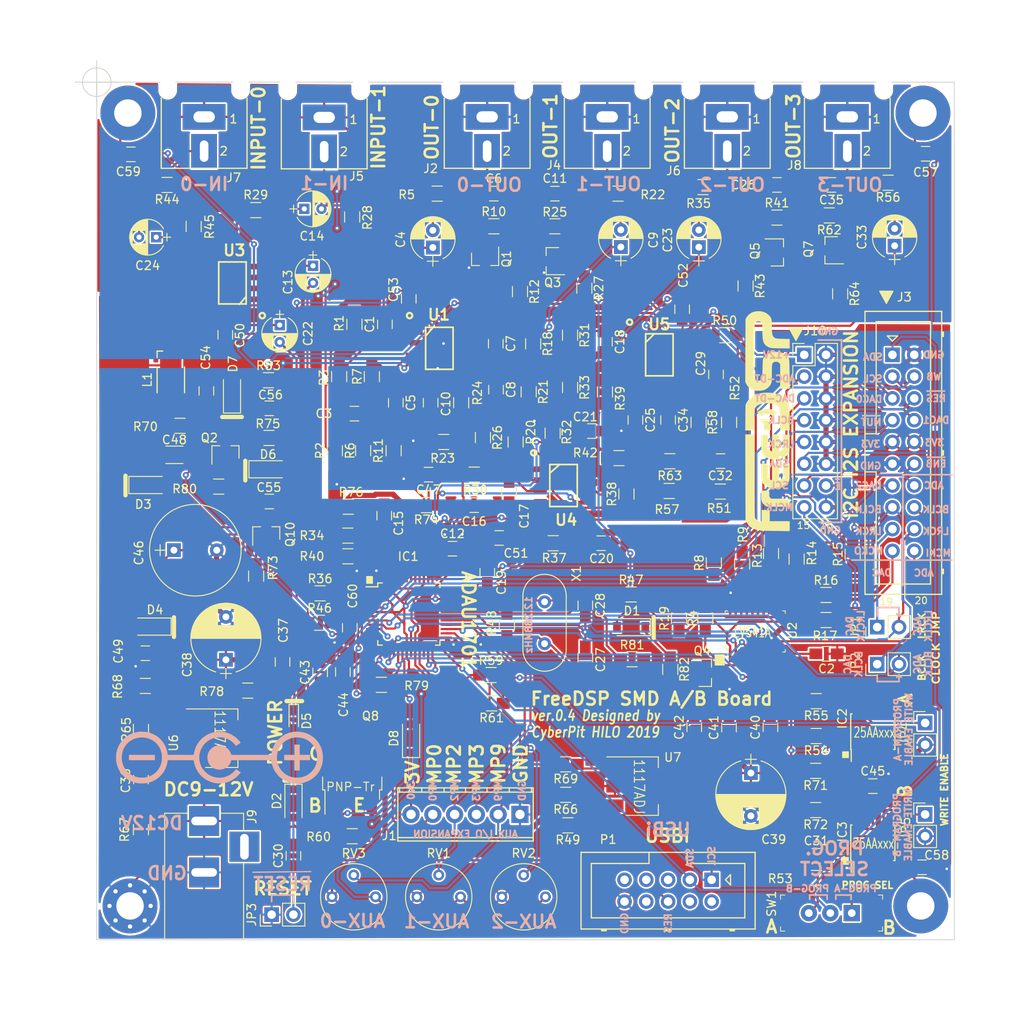
<source format=kicad_pcb>
(kicad_pcb (version 20171130) (host pcbnew "(5.1.0-0)")
  (layers (0 F.Cu signal) (31 B.Cu mixed) (34 B.Paste user) (35 F.Paste user) (36 B.SilkS user) (37 F.SilkS user) (38 B.Mask user) (39 F.Mask user) (44 Edge.Cuts user))
  (net 0 "")
  (net 1 GND)
  (net 2 "Net-(C3-Pad2)")
  (net 3 "Net-(C13-Pad2)")
  (net 4 3V3)
  (net 5 "Net-(C10-Pad1)")
  (net 6 "Net-(C12-Pad1)")
  (net 7 "Net-(C13-Pad1)")
  (net 8 "Net-(C15-Pad1)")
  (net 9 "Net-(C16-Pad1)")
  (net 10 "Net-(C21-Pad1)")
  (net 11 "Net-(C22-Pad1)")
  (net 12 "Net-(C24-Pad1)")
  (net 13 "Net-(C25-Pad1)")
  (net 14 "Net-(C28-Pad1)")
  (net 15 "Net-(C29-Pad1)")
  (net 16 "Net-(C29-Pad2)")
  (net 17 "Net-(C32-Pad1)")
  (net 18 "Net-(C34-Pad1)")
  (net 19 "Net-(C35-Pad1)")
  (net 20 /WP)
  (net 21 /DAC3)
  (net 22 /DAC2)
  (net 23 /DAC1)
  (net 24 +5V)
  (net 25 "Net-(C14-Pad1)")
  (net 26 /DAC0)
  (net 27 _RESET)
  (net 28 MP4)
  (net 29 MP5)
  (net 30 MP1)
  (net 31 MP0)
  (net 32 MP7)
  (net 33 MP6)
  (net 34 MP10)
  (net 35 MP11)
  (net 36 WB)
  (net 37 SDA)
  (net 38 SCL)
  (net 39 MP9)
  (net 40 MP8)
  (net 41 MP3)
  (net 42 MP2)
  (net 43 MCLK)
  (net 44 "Net-(C1-Pad1)")
  (net 45 "Net-(C1-Pad2)")
  (net 46 "Net-(C3-Pad1)")
  (net 47 "Net-(C5-Pad1)")
  (net 48 GNDS)
  (net 49 "Net-(C6-Pad1)")
  (net 50 "Net-(C7-Pad1)")
  (net 51 "Net-(C7-Pad2)")
  (net 52 "Net-(C8-Pad1)")
  (net 53 "Net-(C8-Pad2)")
  (net 54 "Net-(C11-Pad1)")
  (net 55 "Net-(C14-Pad2)")
  (net 56 "Net-(C17-Pad2)")
  (net 57 "Net-(C18-Pad1)")
  (net 58 "Net-(C18-Pad2)")
  (net 59 "Net-(C19-Pad2)")
  (net 60 "Net-(C20-Pad2)")
  (net 61 "Net-(C21-Pad2)")
  (net 62 "Net-(C22-Pad2)")
  (net 63 "Net-(C24-Pad2)")
  (net 64 "Net-(C26-Pad1)")
  (net 65 "Net-(C27-Pad1)")
  (net 66 "Net-(C32-Pad2)")
  (net 67 +12V)
  (net 68 "Net-(C43-Pad1)")
  (net 69 "Net-(C47-Pad1)")
  (net 70 /_MUTE)
  (net 71 "Net-(C49-Pad1)")
  (net 72 "Net-(IC1-Pad17)")
  (net 73 "Net-(IC1-Pad4)")
  (net 74 "Net-(IC1-Pad3)")
  (net 75 "Net-(IC1-Pad2)")
  (net 76 "Net-(IC2-Pad7)")
  (net 77 "Net-(IC2-Pad5)")
  (net 78 "Net-(IC3-Pad5)")
  (net 79 "Net-(IC3-Pad7)")
  (net 80 "Net-(J3-Pad5)")
  (net 81 "Net-(J3-Pad7)")
  (net 82 "Net-(J3-Pad8)")
  (net 83 "Net-(J3-Pad20)")
  (net 84 "Net-(J5-Pad2)")
  (net 85 "Net-(Q1-Pad1)")
  (net 86 "Net-(Q3-Pad1)")
  (net 87 "Net-(Q7-Pad1)")
  (net 88 +1V5)
  (net 89 "Net-(R8-Pad1)")
  (net 90 "Net-(R9-Pad1)")
  (net 91 +5VA)
  (net 92 "Net-(R13-Pad1)")
  (net 93 "Net-(R14-Pad1)")
  (net 94 "Net-(R15-Pad1)")
  (net 95 "Net-(R16-Pad1)")
  (net 96 "Net-(R17-Pad1)")
  (net 97 MCLKI)
  (net 98 "Net-(Q4-Pad3)")
  (net 99 "Net-(Q5-Pad1)")
  (net 100 "Net-(R65-Pad2)")
  (net 101 "Net-(R66-Pad2)")
  (net 102 "Net-(J10-Pad14)")
  (net 103 DAC_DATA2)
  (net 104 DAC_BCLK)
  (net 105 DAC_LRCK)
  (net 106 DAC_MCLK)
  (net 107 "Net-(C4-Pad2)")
  (net 108 "Net-(C9-Pad2)")
  (net 109 "Net-(C23-Pad2)")
  (net 110 "Net-(C33-Pad2)")
  (net 111 "Net-(P1-Pad2)")
  (net 112 "Net-(P1-Pad4)")
  (net 113 "Net-(P1-Pad5)")
  (net 114 "Net-(P1-Pad7)")
  (net 115 "Net-(P1-Pad8)")
  (net 116 "Net-(P1-Pad9)")
  (net 117 "Net-(D5-Pad2)")
  (net 118 "Net-(C46-Pad1)")
  (net 119 "Net-(C48-Pad2)")
  (net 120 "Net-(C48-Pad1)")
  (net 121 "Net-(C54-Pad1)")
  (net 122 "Net-(C54-Pad2)")
  (net 123 "Net-(C55-Pad1)")
  (net 124 "Net-(C57-Pad1)")
  (net 125 "Net-(C58-Pad1)")
  (net 126 "Net-(C59-Pad1)")
  (net 127 "Net-(Q2-Pad1)")
  (net 128 "Net-(R81-Pad2)")
  (net 129 "Net-(D1-Pad1)")
  (net 130 "Net-(C56-Pad2)")
  (net 131 "Net-(D8-Pad1)")
  (module Symbols:Polarity_Center_Positive_6mm_SilkScreen (layer B.Cu) (at 38.11036 100.5527)
    (fp_text reference REF*** hide)
    (fp_text value Polarity_Center_Positive_6mm_SilkScreen hide)
  )
  (module fdsp_misc:LOGO_FREEDSP_600dpi (layer F.Cu) (at 101.9304 61.43924 90)
    (fp_text reference G*** hide)
    (fp_text value LOGO hide)
  )
  (module LEDs:LED_0603_HandSoldering (layer F.Cu) (at 46.77684 96.15596 270)
    (fp_text reference D5 (at 0.1397 -1.4986 270) (layer F.SilkS))
    (fp_text value LED_RED)
    (pad 2 smd rect (at 1.1 0 270) (size 1.2 0.9) (layers F.Cu F.Paste F.Mask) (net 117 "Net-(D5-Pad2)"))
    (pad 1 smd rect (at -1.1 0 270) (size 1.2 0.9) (layers F.Cu F.Paste F.Mask) (net 1 GND))
  )
  (module Resistors_SMD:R_0805_HandSoldering (layer F.Cu) (at 33.51296 61.87104 180)
    (fp_text reference R70 (at 4.03606 -0.1016 180) (layer F.SilkS))
    (fp_text value 1k)
    (pad 2 smd rect (at 1.35 0 180) (size 1.5 1.3) (layers F.Cu F.Paste F.Mask) (net 120 "Net-(C48-Pad1)"))
    (pad 1 smd rect (at -1.35 0 180) (size 1.5 1.3) (layers F.Cu F.Paste F.Mask) (net 121 "Net-(C54-Pad1)"))
  )
  (module Crystals:Crystal_HC49-U_Vertical (layer F.Cu) (at 76.0197 87.2769 90)
    (fp_text reference X1 (at 8.1745 3.7111 90) (layer F.SilkS))
    (fp_text value 12.288MHz)
    (pad 1 thru_hole circle (at 0 0 90) (size 1.5 1.5) (drill 0.8) (layers *.Cu *.Mask) (net 65 "Net-(C27-Pad1)"))
    (pad 2 thru_hole circle (at 4.88 0 90) (size 1.5 1.5) (drill 0.8) (layers *.Cu *.Mask) (net 14 "Net-(C28-Pad1)"))
  )
  (module Housings_SOIC:SOIC-8_3.9x4.9mm_Pitch1.27mm (layer F.Cu) (at 114.3 110.49 90)
    (fp_text reference IC3 (at 1.27 -3.556 90) (layer F.SilkS))
    (fp_text value 24AA256)
    (pad 1 smd rect (at -2.7 -1.905 90) (size 1.55 0.6) (layers F.Cu F.Paste F.Mask) (net 1 GND))
    (pad 2 smd rect (at -2.7 -0.635 90) (size 1.55 0.6) (layers F.Cu F.Paste F.Mask) (net 1 GND))
    (pad 3 smd rect (at -2.7 0.635 90) (size 1.55 0.6) (layers F.Cu F.Paste F.Mask) (net 1 GND))
    (pad 4 smd rect (at -2.7 1.905 90) (size 1.55 0.6) (layers F.Cu F.Paste F.Mask) (net 1 GND))
    (pad 5 smd rect (at 2.7 1.905 90) (size 1.55 0.6) (layers F.Cu F.Paste F.Mask) (net 78 "Net-(IC3-Pad5)"))
    (pad 6 smd rect (at 2.7 0.635 90) (size 1.55 0.6) (layers F.Cu F.Paste F.Mask) (net 38 SCL))
    (pad 7 smd rect (at 2.7 -0.635 90) (size 1.55 0.6) (layers F.Cu F.Paste F.Mask) (net 79 "Net-(IC3-Pad7)"))
    (pad 8 smd rect (at 2.7 -1.905 90) (size 1.55 0.6) (layers F.Cu F.Paste F.Mask) (net 4 3V3))
  )
  (module TO_SOT_Packages_SMD:SOT-23 (layer F.Cu) (at 69.088 42.418 270)
    (fp_text reference Q1 (at 0 -2.5 270) (layer F.SilkS))
    (fp_text value 2SC3326)
    (pad 1 smd rect (at -1 -0.95 270) (size 0.9 0.8) (layers F.Cu F.Paste F.Mask) (net 85 "Net-(Q1-Pad1)"))
    (pad 2 smd rect (at -1 0.95 270) (size 0.9 0.8) (layers F.Cu F.Paste F.Mask) (net 49 "Net-(C6-Pad1)"))
    (pad 3 smd rect (at 1 0 270) (size 0.9 0.8) (layers F.Cu F.Paste F.Mask) (net 48 GNDS))
  )
  (module Pin_Headers:Pin_Header_Straight_1x02_Pitch2.54mm (layer F.Cu) (at 114.808 85.344 90)
    (fp_text reference JP1 (at 0 -2.54 90) (layer F.SilkS))
    (fp_text value LRCLK_BRIDGE)
    (pad 1 thru_hole rect (at 0 0 90) (size 1.7 1.7) (drill 1) (layers *.Cu *.Mask) (net 105 DAC_LRCK))
    (pad 2 thru_hole oval (at 0 2.54 90) (size 1.7 1.7) (drill 1) (layers *.Cu *.Mask) (net 28 MP4))
  )
  (module Pin_Headers:Pin_Header_Straight_1x02_Pitch2.54mm (layer F.Cu) (at 114.808 89.662 90)
    (fp_text reference JP2 (at 0 -2.54 90) (layer F.SilkS))
    (fp_text value BCK_BRIDGE)
    (pad 1 thru_hole rect (at 0 0 90) (size 1.7 1.7) (drill 1) (layers *.Cu *.Mask) (net 104 DAC_BCLK))
    (pad 2 thru_hole oval (at 0 2.54 90) (size 1.7 1.7) (drill 1) (layers *.Cu *.Mask) (net 29 MP5))
  )
  (module Pin_Headers:Pin_Header_Straight_1x02_Pitch2.54mm (layer F.Cu) (at 44.196 118.872 90)
    (fp_text reference JP3 (at 0 -2.33 90) (layer F.SilkS))
    (fp_text value "5V ext")
    (pad 1 thru_hole rect (at 0 0 90) (size 1.7 1.7) (drill 1) (layers *.Cu *.Mask) (net 1 GND))
    (pad 2 thru_hole oval (at 0 2.54 90) (size 1.7 1.7) (drill 1) (layers *.Cu *.Mask) (net 27 _RESET))
  )
  (module Pin_Headers:Pin_Header_Straight_1x02_Pitch2.54mm (layer F.Cu) (at 120.396 96.52)
    (fp_text reference JP4 (at -2.3366 1.26156 90) (layer F.SilkS))
    (fp_text value WP)
    (pad 1 thru_hole rect (at 0 0) (size 1.7 1.7) (drill 1) (layers *.Cu *.Mask) (net 76 "Net-(IC2-Pad7)"))
    (pad 2 thru_hole oval (at 0 2.54) (size 1.7 1.7) (drill 1) (layers *.Cu *.Mask) (net 1 GND))
  )
  (module Diodes_SMD:D_SOD-123 (layer F.Cu) (at 29.79694 68.7773)
    (fp_text reference D3 (at -0.56896 2.25044) (layer F.SilkS))
    (fp_text value 1N4148W)
    (pad 1 smd rect (at -1.65 0) (size 0.9 1.2) (layers F.Cu F.Paste F.Mask) (net 67 +12V))
    (pad 2 smd rect (at 1.65 0) (size 0.9 1.2) (layers F.Cu F.Paste F.Mask) (net 71 "Net-(C49-Pad1)"))
  )
  (module Housings_QFP:LQFP-48_7x7mm_Pitch0.5mm (layer F.Cu) (at 60.198 83.82)
    (fp_text reference IC1 (at -0.076 -6.70896) (layer F.SilkS))
    (fp_text value ADAU1701)
    (pad 1 smd rect (at -4.35 -2.75) (size 1.3 0.25) (layers F.Cu F.Paste F.Mask) (net 1 GND))
    (pad 2 smd rect (at -4.35 -2.25) (size 1.3 0.25) (layers F.Cu F.Paste F.Mask) (net 75 "Net-(IC1-Pad2)"))
    (pad 3 smd rect (at -4.35 -1.75) (size 1.3 0.25) (layers F.Cu F.Paste F.Mask) (net 74 "Net-(IC1-Pad3)"))
    (pad 4 smd rect (at -4.35 -1.25) (size 1.3 0.25) (layers F.Cu F.Paste F.Mask) (net 73 "Net-(IC1-Pad4)"))
    (pad 5 smd rect (at -4.35 -0.75) (size 1.3 0.25) (layers F.Cu F.Paste F.Mask) (net 27 _RESET))
    (pad 6 smd rect (at -4.35 -0.25) (size 1.3 0.25) (layers F.Cu F.Paste F.Mask) (net 4 3V3))
    (pad 7 smd rect (at -4.35 0.25) (size 1.3 0.25) (layers F.Cu F.Paste F.Mask) (net 1 GND))
    (pad 8 smd rect (at -4.35 0.75) (size 1.3 0.25) (layers F.Cu F.Paste F.Mask) (net 28 MP4))
    (pad 9 smd rect (at -4.35 1.25) (size 1.3 0.25) (layers F.Cu F.Paste F.Mask) (net 29 MP5))
    (pad 10 smd rect (at -4.35 1.75) (size 1.3 0.25) (layers F.Cu F.Paste F.Mask) (net 30 MP1))
    (pad 11 smd rect (at -4.35 2.25) (size 1.3 0.25) (layers F.Cu F.Paste F.Mask) (net 31 MP0))
    (pad 12 smd rect (at -4.35 2.75) (size 1.3 0.25) (layers F.Cu F.Paste F.Mask) (net 1 GND))
    (pad 13 smd rect (at -2.75 4.35 90) (size 1.3 0.25) (layers F.Cu F.Paste F.Mask) (net 68 "Net-(C43-Pad1)"))
    (pad 14 smd rect (at -2.25 4.35 90) (size 1.3 0.25) (layers F.Cu F.Paste F.Mask) (net 32 MP7))
    (pad 15 smd rect (at -1.75 4.35 90) (size 1.3 0.25) (layers F.Cu F.Paste F.Mask) (net 33 MP6))
    (pad 16 smd rect (at -1.25 4.35 90) (size 1.3 0.25) (layers F.Cu F.Paste F.Mask) (net 34 MP10))
    (pad 17 smd rect (at -0.75 4.35 90) (size 1.3 0.25) (layers F.Cu F.Paste F.Mask) (net 72 "Net-(IC1-Pad17)"))
    (pad 18 smd rect (at -0.25 4.35 90) (size 1.3 0.25) (layers F.Cu F.Paste F.Mask) (net 4 3V3))
    (pad 19 smd rect (at 0.25 4.35 90) (size 1.3 0.25) (layers F.Cu F.Paste F.Mask) (net 35 MP11))
    (pad 20 smd rect (at 0.75 4.35 90) (size 1.3 0.25) (layers F.Cu F.Paste F.Mask) (net 36 WB))
    (pad 21 smd rect (at 1.25 4.35 90) (size 1.3 0.25) (layers F.Cu F.Paste F.Mask) (net 20 /WP))
    (pad 22 smd rect (at 1.75 4.35 90) (size 1.3 0.25) (layers F.Cu F.Paste F.Mask) (net 37 SDA))
    (pad 23 smd rect (at 2.25 4.35 90) (size 1.3 0.25) (layers F.Cu F.Paste F.Mask) (net 38 SCL))
    (pad 24 smd rect (at 2.75 4.35 90) (size 1.3 0.25) (layers F.Cu F.Paste F.Mask) (net 68 "Net-(C43-Pad1)"))
    (pad 25 smd rect (at 4.35 2.75) (size 1.3 0.25) (layers F.Cu F.Paste F.Mask) (net 1 GND))
    (pad 26 smd rect (at 4.35 2.25) (size 1.3 0.25) (layers F.Cu F.Paste F.Mask) (net 39 MP9))
    (pad 27 smd rect (at 4.35 1.75) (size 1.3 0.25) (layers F.Cu F.Paste F.Mask) (net 40 MP8))
    (pad 28 smd rect (at 4.35 1.25) (size 1.3 0.25) (layers F.Cu F.Paste F.Mask) (net 41 MP3))
    (pad 29 smd rect (at 4.35 0.75) (size 1.3 0.25) (layers F.Cu F.Paste F.Mask) (net 42 MP2))
    (pad 30 smd rect (at 4.35 0.25) (size 1.3 0.25) (layers F.Cu F.Paste F.Mask) (net 1 GND))
    (pad 31 smd rect (at 4.35 -0.25) (size 1.3 0.25) (layers F.Cu F.Paste F.Mask) (net 43 MCLK))
    (pad 32 smd rect (at 4.35 -0.75) (size 1.3 0.25) (layers F.Cu F.Paste F.Mask) (net 14 "Net-(C28-Pad1)"))
    (pad 33 smd rect (at 4.35 -1.25) (size 1.3 0.25) (layers F.Cu F.Paste F.Mask) (net 1 GND))
    (pad 34 smd rect (at 4.35 -1.75) (size 1.3 0.25) (layers F.Cu F.Paste F.Mask) (net 4 3V3))
    (pad 35 smd rect (at 4.35 -2.25) (size 1.3 0.25) (layers F.Cu F.Paste F.Mask) (net 59 "Net-(C19-Pad2)"))
    (pad 36 smd rect (at 4.35 -2.75) (size 1.3 0.25) (layers F.Cu F.Paste F.Mask) (net 4 3V3))
    (pad 37 smd rect (at 2.75 -4.35 90) (size 1.3 0.25) (layers F.Cu F.Paste F.Mask) (net 1 GND))
    (pad 38 smd rect (at 2.25 -4.35 90) (size 1.3 0.25) (layers F.Cu F.Paste F.Mask) (net 1 GND))
    (pad 39 smd rect (at 1.75 -4.35 90) (size 1.3 0.25) (layers F.Cu F.Paste F.Mask) (net 4 3V3))
    (pad 40 smd rect (at 1.25 -4.35 90) (size 1.3 0.25) (layers F.Cu F.Paste F.Mask) (net 9 "Net-(C16-Pad1)"))
    (pad 41 smd rect (at 0.75 -4.35 90) (size 1.3 0.25) (layers F.Cu F.Paste F.Mask) (net 6 "Net-(C12-Pad1)"))
    (pad 42 smd rect (at 0.25 -4.35 90) (size 1.3 0.25) (layers F.Cu F.Paste F.Mask) (net 1 GND))
    (pad 43 smd rect (at -0.25 -4.35 90) (size 1.3 0.25) (layers F.Cu F.Paste F.Mask) (net 21 /DAC3))
    (pad 44 smd rect (at -0.75 -4.35 90) (size 1.3 0.25) (layers F.Cu F.Paste F.Mask) (net 22 /DAC2))
    (pad 45 smd rect (at -1.25 -4.35 90) (size 1.3 0.25) (layers F.Cu F.Paste F.Mask) (net 23 /DAC1))
    (pad 46 smd rect (at -1.75 -4.35 90) (size 1.3 0.25) (layers F.Cu F.Paste F.Mask) (net 26 /DAC0))
    (pad 47 smd rect (at -2.25 -4.35 90) (size 1.3 0.25) (layers F.Cu F.Paste F.Mask) (net 8 "Net-(C15-Pad1)"))
    (pad 48 smd rect (at -2.75 -4.35 90) (size 1.3 0.25) (layers F.Cu F.Paste F.Mask) (net 4 3V3))
  )
  (module Housings_SOIC:SOIC-8_3.9x4.9mm_Pitch1.27mm (layer F.Cu) (at 114.3 97.536 90)
    (fp_text reference IC2 (at 1.524 -3.556 90) (layer F.SilkS))
    (fp_text value 24AA256)
    (pad 1 smd rect (at -2.7 -1.905 90) (size 1.55 0.6) (layers F.Cu F.Paste F.Mask) (net 1 GND))
    (pad 2 smd rect (at -2.7 -0.635 90) (size 1.55 0.6) (layers F.Cu F.Paste F.Mask) (net 1 GND))
    (pad 3 smd rect (at -2.7 0.635 90) (size 1.55 0.6) (layers F.Cu F.Paste F.Mask) (net 1 GND))
    (pad 4 smd rect (at -2.7 1.905 90) (size 1.55 0.6) (layers F.Cu F.Paste F.Mask) (net 1 GND))
    (pad 5 smd rect (at 2.7 1.905 90) (size 1.55 0.6) (layers F.Cu F.Paste F.Mask) (net 77 "Net-(IC2-Pad5)"))
    (pad 6 smd rect (at 2.7 0.635 90) (size 1.55 0.6) (layers F.Cu F.Paste F.Mask) (net 38 SCL))
    (pad 7 smd rect (at 2.7 -0.635 90) (size 1.55 0.6) (layers F.Cu F.Paste F.Mask) (net 76 "Net-(IC2-Pad7)"))
    (pad 8 smd rect (at 2.7 -1.905 90) (size 1.55 0.6) (layers F.Cu F.Paste F.Mask) (net 4 3V3))
  )
  (module Pin_Headers:Pin_Header_Straight_1x02_Pitch2.54mm (layer F.Cu) (at 120.396 107.188)
    (fp_text reference JP5 (at -2.25024 1.64256 90) (layer F.SilkS))
    (fp_text value WP)
    (pad 1 thru_hole rect (at 0 0) (size 1.7 1.7) (drill 1) (layers *.Cu *.Mask) (net 79 "Net-(IC3-Pad7)"))
    (pad 2 thru_hole oval (at 0 2.54) (size 1.7 1.7) (drill 1) (layers *.Cu *.Mask) (net 1 GND))
  )
  (module TO_SOT_Packages_SMD:SOT-23 (layer F.Cu) (at 76.962 42.672 180)
    (fp_text reference Q3 (at 0 -2.5 180) (layer F.SilkS))
    (fp_text value 2SC3326)
    (pad 1 smd rect (at -1 -0.95 180) (size 0.9 0.8) (layers F.Cu F.Paste F.Mask) (net 86 "Net-(Q3-Pad1)"))
    (pad 2 smd rect (at -1 0.95 180) (size 0.9 0.8) (layers F.Cu F.Paste F.Mask) (net 54 "Net-(C11-Pad1)"))
    (pad 3 smd rect (at 1 0 180) (size 0.9 0.8) (layers F.Cu F.Paste F.Mask) (net 48 GNDS))
  )
  (module TO_SOT_Packages_SMD:SOT-23 (layer F.Cu) (at 109.474 41.402 180)
    (fp_text reference Q7 (at 2.667 0.127 90) (layer F.SilkS))
    (fp_text value 2SC3326)
    (pad 1 smd rect (at -1 -0.95 180) (size 0.9 0.8) (layers F.Cu F.Paste F.Mask) (net 87 "Net-(Q7-Pad1)"))
    (pad 2 smd rect (at -1 0.95 180) (size 0.9 0.8) (layers F.Cu F.Paste F.Mask) (net 19 "Net-(C35-Pad1)"))
    (pad 3 smd rect (at 1 0 180) (size 0.9 0.8) (layers F.Cu F.Paste F.Mask) (net 48 GNDS))
  )
  (module Potentiometers:Potentiometer_Trimmer_Bourns_3339P_Horizontal (layer F.Cu) (at 61.138 116.796 270)
    (fp_text reference RV1 (at -5.08 -2.54) (layer F.SilkS))
    (fp_text value R_POT_TRIM_US)
    (pad 3 thru_hole circle (at 0 -5.08 270) (size 1.26 1.26) (drill 0.7) (layers *.Cu *.Mask) (net 131 "Net-(D8-Pad1)"))
    (pad 2 thru_hole circle (at -2.54 -2.54 270) (size 1.26 1.26) (drill 0.7) (layers *.Cu *.Mask) (net 42 MP2))
    (pad 1 thru_hole circle (at 0 0 270) (size 1.26 1.26) (drill 0.7) (layers *.Cu *.Mask) (net 1 GND))
  )
  (module Potentiometers:Potentiometer_Trimmer_Bourns_3339P_Horizontal (layer F.Cu) (at 71.044 116.796 270)
    (fp_text reference RV2 (at -5.08 -2.54) (layer F.SilkS))
    (fp_text value R_POT_TRIM_US)
    (pad 3 thru_hole circle (at 0 -5.08 270) (size 1.26 1.26) (drill 0.7) (layers *.Cu *.Mask) (net 131 "Net-(D8-Pad1)"))
    (pad 2 thru_hole circle (at -2.54 -2.54 270) (size 1.26 1.26) (drill 0.7) (layers *.Cu *.Mask) (net 41 MP3))
    (pad 1 thru_hole circle (at 0 0 270) (size 1.26 1.26) (drill 0.7) (layers *.Cu *.Mask) (net 1 GND))
  )
  (module Potentiometers:Potentiometer_Trimmer_Bourns_3339P_Horizontal (layer F.Cu) (at 51.232 116.796 270)
    (fp_text reference RV3 (at -5.08 -2.54) (layer F.SilkS))
    (fp_text value R_POT_TRIM_US)
    (pad 3 thru_hole circle (at 0 -5.08 270) (size 1.26 1.26) (drill 0.7) (layers *.Cu *.Mask) (net 131 "Net-(D8-Pad1)"))
    (pad 2 thru_hole circle (at -2.54 -2.54 270) (size 1.26 1.26) (drill 0.7) (layers *.Cu *.Mask) (net 39 MP9))
    (pad 1 thru_hole circle (at 0 0 270) (size 1.26 1.26) (drill 0.7) (layers *.Cu *.Mask) (net 1 GND))
  )
  (module TO_SOT_Packages_SMD:SOT-23 (layer F.Cu) (at 103.124 41.656)
    (fp_text reference Q5 (at -2.5525 -0.171 90) (layer F.SilkS))
    (fp_text value 2SC3326)
    (pad 1 smd rect (at -1 -0.95) (size 0.9 0.8) (layers F.Cu F.Paste F.Mask) (net 99 "Net-(Q5-Pad1)"))
    (pad 2 smd rect (at -1 0.95) (size 0.9 0.8) (layers F.Cu F.Paste F.Mask) (net 64 "Net-(C26-Pad1)"))
    (pad 3 smd rect (at 1 0) (size 0.9 0.8) (layers F.Cu F.Paste F.Mask) (net 48 GNDS))
  )
  (module TO_SOT_Packages_SMD:SOT-23 (layer F.Cu) (at 43.56628 74.40086 90)
    (fp_text reference Q10 (at -0.127 2.794 90) (layer F.SilkS))
    (fp_text value IRLML6402)
    (pad 1 smd rect (at -1 -0.95 90) (size 0.9 0.8) (layers F.Cu F.Paste F.Mask) (net 71 "Net-(C49-Pad1)"))
    (pad 2 smd rect (at -1 0.95 90) (size 0.9 0.8) (layers F.Cu F.Paste F.Mask) (net 118 "Net-(C46-Pad1)"))
    (pad 3 smd rect (at 1 0 90) (size 0.9 0.8) (layers F.Cu F.Paste F.Mask) (net 70 /_MUTE))
  )
  (module TO_SOT_Packages_SMD:SOT-223-3_TabPin2 (layer F.Cu) (at 38.354 98.298)
    (fp_text reference U6 (at -5.5878 0.55036 90) (layer F.SilkS))
    (fp_text value AZ1117-ADJ)
    (pad 2 smd rect (at 3.15 0) (size 2 3.8) (layers F.Cu F.Paste F.Mask) (net 24 +5V))
    (pad 2 smd rect (at -3.15 0) (size 2 1.5) (layers F.Cu F.Paste F.Mask) (net 24 +5V))
    (pad 3 smd rect (at -3.15 2.3) (size 2 1.5) (layers F.Cu F.Paste F.Mask) (net 67 +12V))
    (pad 1 smd rect (at -3.15 -2.3) (size 2 1.5) (layers F.Cu F.Paste F.Mask) (net 100 "Net-(R65-Pad2)"))
  )
  (module TO_SOT_Packages_SMD:SOT-223-3_TabPin2 (layer F.Cu) (at 87.376 103.886)
    (fp_text reference U7 (at 3.58668 -3.35616) (layer F.SilkS))
    (fp_text value AZ1117-ADJ)
    (pad 2 smd rect (at 3.15 0) (size 2 3.8) (layers F.Cu F.Paste F.Mask) (net 4 3V3))
    (pad 2 smd rect (at -3.15 0) (size 2 1.5) (layers F.Cu F.Paste F.Mask) (net 4 3V3))
    (pad 3 smd rect (at -3.15 2.3) (size 2 1.5) (layers F.Cu F.Paste F.Mask) (net 24 +5V))
    (pad 1 smd rect (at -3.15 -2.3) (size 2 1.5) (layers F.Cu F.Paste F.Mask) (net 101 "Net-(R66-Pad2)"))
  )
  (module Mounting_Holes:MountingHole_3.2mm_M3_Pad_Via (layer F.Cu) (at 27.686 117.856)
    (fp_text reference MH1 hide)
    (fp_text value MountingHole_Pad)
    (pad 1 thru_hole circle (at 0 0) (size 6.4 6.4) (drill 3.2) (layers *.Cu *.Mask) (net 1 GND))
    (pad 1 thru_hole circle (at 2.4 0) (size 0.8 0.8) (drill 0.5) (layers *.Cu *.Mask) (net 1 GND))
    (pad 1 thru_hole circle (at 1.697056 1.697056) (size 0.8 0.8) (drill 0.5) (layers *.Cu *.Mask) (net 1 GND))
    (pad 1 thru_hole circle (at 0 2.4) (size 0.8 0.8) (drill 0.5) (layers *.Cu *.Mask) (net 1 GND))
    (pad 1 thru_hole circle (at -1.697056 1.697056) (size 0.8 0.8) (drill 0.5) (layers *.Cu *.Mask) (net 1 GND))
    (pad 1 thru_hole circle (at -2.4 0) (size 0.8 0.8) (drill 0.5) (layers *.Cu *.Mask) (net 1 GND))
    (pad 1 thru_hole circle (at -1.697056 -1.697056) (size 0.8 0.8) (drill 0.5) (layers *.Cu *.Mask) (net 1 GND))
    (pad 1 thru_hole circle (at 0 -2.4) (size 0.8 0.8) (drill 0.5) (layers *.Cu *.Mask) (net 1 GND))
    (pad 1 thru_hole circle (at 1.697056 -1.697056) (size 0.8 0.8) (drill 0.5) (layers *.Cu *.Mask) (net 1 GND))
  )
  (module Mounting_Holes:MountingHole_3.2mm_M3_Pad (layer F.Cu) (at 120.142 25.4)
    (fp_text reference MH2 hide)
    (fp_text value MountingHole_Pad)
    (pad 1 thru_hole circle (at 0 0) (size 6.4 6.4) (drill 3.2) (layers *.Cu *.Mask) (net 124 "Net-(C57-Pad1)"))
  )
  (module Mounting_Holes:MountingHole_3.2mm_M3_Pad (layer F.Cu) (at 119.888 117.856)
    (fp_text reference MH3 hide)
    (fp_text value MountingHole_Pad)
    (pad 1 thru_hole circle (at 0 0) (size 6.4 6.4) (drill 3.2) (layers *.Cu *.Mask) (net 125 "Net-(C58-Pad1)"))
  )
  (module Mounting_Holes:MountingHole_3.2mm_M3_Pad (layer F.Cu) (at 27.432 25.4)
    (fp_text reference MH4 hide)
    (fp_text value MountingHole_Pad)
    (pad 1 thru_hole circle (at 0 0) (size 6.4 6.4) (drill 3.2) (layers *.Cu *.Mask) (net 126 "Net-(C59-Pad1)"))
  )
  (module TO_SOT_Packages_SMD:TO-252-2 (layer F.Cu) (at 53.594 101.854 90)
    (fp_text reference Q8 (at 6.14254 2.12618 180) (layer F.SilkS))
    (fp_text value 2SB1203)
    (pad 1 smd rect (at -4.2 -2.28 90) (size 2.2 1.2) (layers F.Cu F.Paste F.Mask) (net 72 "Net-(IC1-Pad17)"))
    (pad 3 smd rect (at -4.2 2.28 90) (size 2.2 1.2) (layers F.Cu F.Paste F.Mask) (net 4 3V3))
    (pad 2 smd rect (at 2.1 0 90) (size 6.4 5.8) (layers F.Cu F.Mask) (net 68 "Net-(C43-Pad1)"))
    (pad 2 smd rect (at 3.775 1.525 90) (size 3.05 2.75) (layers F.Cu F.Paste) (net 68 "Net-(C43-Pad1)"))
    (pad 2 smd rect (at 0.425 -1.525 90) (size 3.05 2.75) (layers F.Cu F.Paste) (net 68 "Net-(C43-Pad1)"))
    (pad 2 smd rect (at 3.775 -1.525 90) (size 3.05 2.75) (layers F.Cu F.Paste) (net 68 "Net-(C43-Pad1)"))
    (pad 2 smd rect (at 0.425 1.525 90) (size 3.05 2.75) (layers F.Cu F.Paste) (net 68 "Net-(C43-Pad1)"))
  )
  (module Capacitors_SMD:C_0805_HandSoldering (layer F.Cu) (at 57.404 50.038 270)
    (fp_text reference C1 (at 0 1.778 270) (layer F.SilkS))
    (fp_text value 150P)
    (pad 1 smd rect (at -1.25 0 270) (size 1.5 1.25) (layers F.Cu F.Paste F.Mask) (net 44 "Net-(C1-Pad1)"))
    (pad 2 smd rect (at 1.25 0 270) (size 1.5 1.25) (layers F.Cu F.Paste F.Mask) (net 45 "Net-(C1-Pad2)"))
  )
  (module Capacitors_SMD:C_0805_HandSoldering (layer F.Cu) (at 108.902 88.4555 180)
    (fp_text reference C2 (at 0 -1.75 180) (layer F.SilkS))
    (fp_text value 100n)
    (pad 1 smd rect (at -1.25 0 180) (size 1.5 1.25) (layers F.Cu F.Paste F.Mask) (net 4 3V3))
    (pad 2 smd rect (at 1.25 0 180) (size 1.5 1.25) (layers F.Cu F.Paste F.Mask) (net 1 GND))
  )
  (module Capacitors_SMD:C_0805_HandSoldering (layer F.Cu) (at 53.848 60.452)
    (fp_text reference C3 (at -3.556 0) (layer F.SilkS))
    (fp_text value 1000PF)
    (pad 1 smd rect (at -1.25 0) (size 1.5 1.25) (layers F.Cu F.Paste F.Mask) (net 46 "Net-(C3-Pad1)"))
    (pad 2 smd rect (at 1.25 0) (size 1.5 1.25) (layers F.Cu F.Paste F.Mask) (net 2 "Net-(C3-Pad2)"))
  )
  (module Capacitors_SMD:C_0805_HandSoldering (layer F.Cu) (at 58.674 59.182 270)
    (fp_text reference C5 (at 0 -1.75 270) (layer F.SilkS))
    (fp_text value 150P)
    (pad 1 smd rect (at -1.25 0 270) (size 1.5 1.25) (layers F.Cu F.Paste F.Mask) (net 47 "Net-(C5-Pad1)"))
    (pad 2 smd rect (at 1.25 0 270) (size 1.5 1.25) (layers F.Cu F.Paste F.Mask) (net 48 GNDS))
  )
  (module Capacitors_SMD:C_0805_HandSoldering (layer F.Cu) (at 70.104 34.798)
    (fp_text reference C6 (at 0 -1.75) (layer F.SilkS))
    (fp_text value 3n3)
    (pad 1 smd rect (at -1.25 0) (size 1.5 1.25) (layers F.Cu F.Paste F.Mask) (net 49 "Net-(C6-Pad1)"))
    (pad 2 smd rect (at 1.25 0) (size 1.5 1.25) (layers F.Cu F.Paste F.Mask) (net 48 GNDS))
  )
  (module Capacitors_SMD:C_0805_HandSoldering (layer F.Cu) (at 70.3303 52.2927 270)
    (fp_text reference C7 (at 0 -1.75 270) (layer F.SilkS))
    (fp_text value 150P)
    (pad 1 smd rect (at -1.25 0 270) (size 1.5 1.25) (layers F.Cu F.Paste F.Mask) (net 50 "Net-(C7-Pad1)"))
    (pad 2 smd rect (at 1.25 0 270) (size 1.5 1.25) (layers F.Cu F.Paste F.Mask) (net 51 "Net-(C7-Pad2)"))
  )
  (module Capacitors_SMD:C_0805_HandSoldering (layer F.Cu) (at 70.358 57.658 270)
    (fp_text reference C8 (at 0 -1.75 270) (layer F.SilkS))
    (fp_text value 1000PF)
    (pad 1 smd rect (at -1.25 0 270) (size 1.5 1.25) (layers F.Cu F.Paste F.Mask) (net 52 "Net-(C8-Pad1)"))
    (pad 2 smd rect (at 1.25 0 270) (size 1.5 1.25) (layers F.Cu F.Paste F.Mask) (net 53 "Net-(C8-Pad2)"))
  )
  (module Capacitors_SMD:C_0805_HandSoldering (layer F.Cu) (at 62.738 59.182 270)
    (fp_text reference C10 (at 0.127 -1.778 270) (layer F.SilkS))
    (fp_text value 150P)
    (pad 1 smd rect (at -1.25 0 270) (size 1.5 1.25) (layers F.Cu F.Paste F.Mask) (net 5 "Net-(C10-Pad1)"))
    (pad 2 smd rect (at 1.25 0 270) (size 1.5 1.25) (layers F.Cu F.Paste F.Mask) (net 48 GNDS))
  )
  (module Capacitors_SMD:C_0805_HandSoldering (layer F.Cu) (at 77.232 34.798 180)
    (fp_text reference C11 (at 0 1.778 180) (layer F.SilkS))
    (fp_text value 3n3)
    (pad 1 smd rect (at -1.25 0 180) (size 1.5 1.25) (layers F.Cu F.Paste F.Mask) (net 54 "Net-(C11-Pad1)"))
    (pad 2 smd rect (at 1.25 0 180) (size 1.5 1.25) (layers F.Cu F.Paste F.Mask) (net 48 GNDS))
  )
  (module Capacitors_SMD:C_0805_HandSoldering (layer F.Cu) (at 65.278 76.2)
    (fp_text reference C12 (at 0 -1.75) (layer F.SilkS))
    (fp_text value 10u)
    (pad 1 smd rect (at -1.25 0) (size 1.5 1.25) (layers F.Cu F.Paste F.Mask) (net 6 "Net-(C12-Pad1)"))
    (pad 2 smd rect (at 1.25 0) (size 1.5 1.25) (layers F.Cu F.Paste F.Mask) (net 1 GND))
  )
  (module Capacitors_SMD:C_0805_HandSoldering (layer F.Cu) (at 86.614 61.194 270)
    (fp_text reference C25 (at 0 -1.75 270) (layer F.SilkS))
    (fp_text value 150P)
    (pad 1 smd rect (at -1.25 0 270) (size 1.5 1.25) (layers F.Cu F.Paste F.Mask) (net 13 "Net-(C25-Pad1)"))
    (pad 2 smd rect (at 1.25 0 270) (size 1.5 1.25) (layers F.Cu F.Paste F.Mask) (net 48 GNDS))
  )
  (module Capacitors_SMD:C_0805_HandSoldering (layer F.Cu) (at 103.124 33.782)
    (fp_text reference C26 (at -3.937 0) (layer F.SilkS))
    (fp_text value 3n3)
    (pad 1 smd rect (at -1.25 0) (size 1.5 1.25) (layers F.Cu F.Paste F.Mask) (net 64 "Net-(C26-Pad1)"))
    (pad 2 smd rect (at 1.25 0) (size 1.5 1.25) (layers F.Cu F.Paste F.Mask) (net 48 GNDS))
  )
  (module Capacitors_SMD:C_0805_HandSoldering (layer F.Cu) (at 80.772 88.9 90)
    (fp_text reference C27 (at -0.254 1.778 90) (layer F.SilkS))
    (fp_text value 22p)
    (pad 1 smd rect (at -1.25 0 90) (size 1.5 1.25) (layers F.Cu F.Paste F.Mask) (net 65 "Net-(C27-Pad1)"))
    (pad 2 smd rect (at 1.25 0 90) (size 1.5 1.25) (layers F.Cu F.Paste F.Mask) (net 1 GND))
  )
  (module Capacitors_SMD:C_0805_HandSoldering (layer F.Cu) (at 80.772 82.804 270)
    (fp_text reference C28 (at 0 -1.75 270) (layer F.SilkS))
    (fp_text value 22p)
    (pad 1 smd rect (at -1.25 0 270) (size 1.5 1.25) (layers F.Cu F.Paste F.Mask) (net 14 "Net-(C28-Pad1)"))
    (pad 2 smd rect (at 1.25 0 270) (size 1.5 1.25) (layers F.Cu F.Paste F.Mask) (net 1 GND))
  )
  (module Capacitors_SMD:C_0805_HandSoldering (layer F.Cu) (at 96.012 55.88 270)
    (fp_text reference C29 (at -1.27 1.778 270) (layer F.SilkS))
    (fp_text value 150P)
    (pad 1 smd rect (at -1.25 0 270) (size 1.5 1.25) (layers F.Cu F.Paste F.Mask) (net 15 "Net-(C29-Pad1)"))
    (pad 2 smd rect (at 1.25 0 270) (size 1.5 1.25) (layers F.Cu F.Paste F.Mask) (net 16 "Net-(C29-Pad2)"))
  )
  (module Capacitors_SMD:C_0805_HandSoldering (layer F.Cu) (at 46.736 112.014 90)
    (fp_text reference C30 (at 0 -1.75 90) (layer F.SilkS))
    (fp_text value 2.2u)
    (pad 1 smd rect (at -1.25 0 90) (size 1.5 1.25) (layers F.Cu F.Paste F.Mask) (net 27 _RESET))
    (pad 2 smd rect (at 1.25 0 90) (size 1.5 1.25) (layers F.Cu F.Paste F.Mask) (net 1 GND))
  )
  (module Capacitors_SMD:C_0805_HandSoldering (layer F.Cu) (at 107.696 112.014)
    (fp_text reference C31 (at 0 -1.75) (layer F.SilkS))
    (fp_text value 100n)
    (pad 1 smd rect (at -1.25 0) (size 1.5 1.25) (layers F.Cu F.Paste F.Mask) (net 4 3V3))
    (pad 2 smd rect (at 1.25 0) (size 1.5 1.25) (layers F.Cu F.Paste F.Mask) (net 1 GND))
  )
  (module Capacitors_SMD:C_0805_HandSoldering (layer F.Cu) (at 96.5403 65.9867 180)
    (fp_text reference C32 (at 0.0203 -1.7043 180) (layer F.SilkS))
    (fp_text value 1000PF)
    (pad 1 smd rect (at -1.25 0 180) (size 1.5 1.25) (layers F.Cu F.Paste F.Mask) (net 17 "Net-(C32-Pad1)"))
    (pad 2 smd rect (at 1.25 0 180) (size 1.5 1.25) (layers F.Cu F.Paste F.Mask) (net 66 "Net-(C32-Pad2)"))
  )
  (module Capacitors_SMD:C_0805_HandSoldering (layer F.Cu) (at 90.424 61.194 270)
    (fp_text reference C34 (at 0.02 -1.778 270) (layer F.SilkS))
    (fp_text value 150P)
    (pad 1 smd rect (at -1.25 0 270) (size 1.5 1.25) (layers F.Cu F.Paste F.Mask) (net 18 "Net-(C34-Pad1)"))
    (pad 2 smd rect (at 1.25 0 270) (size 1.5 1.25) (layers F.Cu F.Paste F.Mask) (net 48 GNDS))
  )
  (module Capacitors_SMD:C_0805_HandSoldering (layer F.Cu) (at 109.474 33.782 180)
    (fp_text reference C35 (at 0 -1.75 180) (layer F.SilkS))
    (fp_text value 3n3)
    (pad 1 smd rect (at -1.25 0 180) (size 1.5 1.25) (layers F.Cu F.Paste F.Mask) (net 19 "Net-(C35-Pad1)"))
    (pad 2 smd rect (at 1.25 0 180) (size 1.5 1.25) (layers F.Cu F.Paste F.Mask) (net 48 GNDS))
  )
  (module Capacitors_SMD:C_0805_HandSoldering (layer F.Cu) (at 28.956 103.124 270)
    (fp_text reference C36 (at 0.127 1.778 270) (layer F.SilkS))
    (fp_text value 10u)
    (pad 1 smd rect (at -1.25 0 270) (size 1.5 1.25) (layers F.Cu F.Paste F.Mask) (net 67 +12V))
    (pad 2 smd rect (at 1.25 0 270) (size 1.5 1.25) (layers F.Cu F.Paste F.Mask) (net 1 GND))
  )
  (module Capacitors_SMD:C_0805_HandSoldering (layer F.Cu) (at 45.466 89.408 90)
    (fp_text reference C37 (at 3.66604 0.08402 90) (layer F.SilkS))
    (fp_text value 0.1u)
    (pad 1 smd rect (at -1.25 0 90) (size 1.5 1.25) (layers F.Cu F.Paste F.Mask) (net 24 +5V))
    (pad 2 smd rect (at 1.25 0 90) (size 1.5 1.25) (layers F.Cu F.Paste F.Mask) (net 1 GND))
  )
  (module Capacitors_SMD:C_0805_HandSoldering (layer F.Cu) (at 102.362 97.028 90)
    (fp_text reference C40 (at 0 -1.75 90) (layer F.SilkS))
    (fp_text value 10u)
    (pad 1 smd rect (at -1.25 0 90) (size 1.5 1.25) (layers F.Cu F.Paste F.Mask) (net 4 3V3))
    (pad 2 smd rect (at 1.25 0 90) (size 1.5 1.25) (layers F.Cu F.Paste F.Mask) (net 1 GND))
  )
  (module Capacitors_SMD:C_0805_HandSoldering (layer F.Cu) (at 97.5272 97.0623 90)
    (fp_text reference C41 (at 0 -1.75 90) (layer F.SilkS))
    (fp_text value 1u)
    (pad 1 smd rect (at -1.25 0 90) (size 1.5 1.25) (layers F.Cu F.Paste F.Mask) (net 4 3V3))
    (pad 2 smd rect (at 1.25 0 90) (size 1.5 1.25) (layers F.Cu F.Paste F.Mask) (net 1 GND))
  )
  (module Capacitors_SMD:C_0805_HandSoldering (layer F.Cu) (at 93.472 97.028 90)
    (fp_text reference C42 (at 0 -1.75 90) (layer F.SilkS))
    (fp_text value 0.1u)
    (pad 1 smd rect (at -1.25 0 90) (size 1.5 1.25) (layers F.Cu F.Paste F.Mask) (net 4 3V3))
    (pad 2 smd rect (at 1.25 0 90) (size 1.5 1.25) (layers F.Cu F.Paste F.Mask) (net 1 GND))
  )
  (module Capacitors_SMD:C_0805_HandSoldering (layer F.Cu) (at 49.85024 90.62638 90)
    (fp_text reference C43 (at 0 -1.75 90) (layer F.SilkS))
    (fp_text value 10u)
    (pad 1 smd rect (at -1.25 0 90) (size 1.5 1.25) (layers F.Cu F.Paste F.Mask) (net 68 "Net-(C43-Pad1)"))
    (pad 2 smd rect (at 1.25 0 90) (size 1.5 1.25) (layers F.Cu F.Paste F.Mask) (net 1 GND))
  )
  (module Capacitors_SMD:C_0805_HandSoldering (layer F.Cu) (at 52.50454 90.57812 90)
    (fp_text reference C44 (at -3.8168 0.07386 90) (layer F.SilkS))
    (fp_text value 100n)
    (pad 1 smd rect (at -1.25 0 90) (size 1.5 1.25) (layers F.Cu F.Paste F.Mask) (net 68 "Net-(C43-Pad1)"))
    (pad 2 smd rect (at 1.25 0 90) (size 1.5 1.25) (layers F.Cu F.Paste F.Mask) (net 1 GND))
  )
  (module Capacitors_SMD:C_0805_HandSoldering (layer F.Cu) (at 114.3 103.886)
    (fp_text reference C45 (at 0 -1.75) (layer F.SilkS))
    (fp_text value 100n)
    (pad 1 smd rect (at -1.25 0) (size 1.5 1.25) (layers F.Cu F.Paste F.Mask) (net 4 3V3))
    (pad 2 smd rect (at 1.25 0) (size 1.5 1.25) (layers F.Cu F.Paste F.Mask) (net 1 GND))
  )
  (module Capacitors_SMD:C_0805_HandSoldering (layer F.Cu) (at 62.484 67.564 180)
    (fp_text reference C47 (at 0 -1.75 180) (layer F.SilkS))
    (fp_text value 2.2u)
    (pad 1 smd rect (at -1.25 0 180) (size 1.5 1.25) (layers F.Cu F.Paste F.Mask) (net 69 "Net-(C47-Pad1)"))
    (pad 2 smd rect (at 1.25 0 180) (size 1.5 1.25) (layers F.Cu F.Paste F.Mask) (net 48 GNDS))
  )
  (module Capacitors_SMD:C_0805_HandSoldering (layer F.Cu) (at 29.464 88.392 180)
    (fp_text reference C49 (at 3.13924 0.23704 270) (layer F.SilkS))
    (fp_text value 2.2u)
    (pad 1 smd rect (at -1.25 0 180) (size 1.5 1.25) (layers F.Cu F.Paste F.Mask) (net 71 "Net-(C49-Pad1)"))
    (pad 2 smd rect (at 1.25 0 180) (size 1.5 1.25) (layers F.Cu F.Paste F.Mask) (net 1 GND))
  )
  (module Resistors_SMD:R_0805_HandSoldering (layer F.Cu) (at 53.848 50.038 270)
    (fp_text reference R1 (at -0.127 1.778 270) (layer F.SilkS))
    (fp_text value 22k)
    (pad 1 smd rect (at -1.35 0 270) (size 1.5 1.3) (layers F.Cu F.Paste F.Mask) (net 44 "Net-(C1-Pad1)"))
    (pad 2 smd rect (at 1.35 0 270) (size 1.5 1.3) (layers F.Cu F.Paste F.Mask) (net 46 "Net-(C3-Pad1)"))
  )
  (module Resistors_SMD:R_0805_HandSoldering (layer F.Cu) (at 51.562 64.77 90)
    (fp_text reference R2 (at 0 -1.7 90) (layer F.SilkS))
    (fp_text value 10k)
    (pad 1 smd rect (at -1.35 0 90) (size 1.5 1.3) (layers F.Cu F.Paste F.Mask) (net 26 /DAC0))
    (pad 2 smd rect (at 1.35 0 90) (size 1.5 1.3) (layers F.Cu F.Paste F.Mask) (net 46 "Net-(C3-Pad1)"))
  )
  (module Resistors_SMD:R_0805_HandSoldering (layer F.Cu) (at 52.07 56.134 270)
    (fp_text reference R3 (at 0.127 1.778 270) (layer F.SilkS))
    (fp_text value 1k)
    (pad 1 smd rect (at -1.35 0 270) (size 1.5 1.3) (layers F.Cu F.Paste F.Mask) (net 45 "Net-(C1-Pad2)"))
    (pad 2 smd rect (at 1.35 0 270) (size 1.5 1.3) (layers F.Cu F.Paste F.Mask) (net 46 "Net-(C3-Pad1)"))
  )
  (module Resistors_SMD:R_0805_HandSoldering (layer F.Cu) (at 63.5 34.798)
    (fp_text reference R5 (at -3.556 0.127) (layer F.SilkS))
    (fp_text value 680)
    (pad 1 smd rect (at -1.35 0) (size 1.5 1.3) (layers F.Cu F.Paste F.Mask) (net 107 "Net-(C4-Pad2)"))
    (pad 2 smd rect (at 1.35 0) (size 1.5 1.3) (layers F.Cu F.Paste F.Mask) (net 49 "Net-(C6-Pad1)"))
  )
  (module Resistors_SMD:R_0805_HandSoldering (layer F.Cu) (at 54.864 64.77 90)
    (fp_text reference R6 (at 0 -1.524 90) (layer F.SilkS))
    (fp_text value 10k)
    (pad 1 smd rect (at -1.35 0 90) (size 1.5 1.3) (layers F.Cu F.Paste F.Mask) (net 88 +1V5))
    (pad 2 smd rect (at 1.35 0 90) (size 1.5 1.3) (layers F.Cu F.Paste F.Mask) (net 2 "Net-(C3-Pad2)"))
  )
  (module Resistors_SMD:R_0805_HandSoldering (layer F.Cu) (at 55.88 56.134 90)
    (fp_text reference R7 (at 0 -1.7 90) (layer F.SilkS))
    (fp_text value 1k)
    (pad 1 smd rect (at -1.35 0 90) (size 1.5 1.3) (layers F.Cu F.Paste F.Mask) (net 2 "Net-(C3-Pad2)"))
    (pad 2 smd rect (at 1.35 0 90) (size 1.5 1.3) (layers F.Cu F.Paste F.Mask) (net 47 "Net-(C5-Pad1)"))
  )
  (module Resistors_SMD:R_0805_HandSoldering (layer F.Cu) (at 95.758 77.851 90)
    (fp_text reference R8 (at 0 -1.7 90) (layer F.SilkS))
    (fp_text value 100R)
    (pad 1 smd rect (at -1.35 0 90) (size 1.5 1.3) (layers F.Cu F.Paste F.Mask) (net 89 "Net-(R8-Pad1)"))
    (pad 2 smd rect (at 1.35 0 90) (size 1.5 1.3) (layers F.Cu F.Paste F.Mask) (net 80 "Net-(J3-Pad5)"))
  )
  (module Resistors_SMD:R_0805_HandSoldering (layer F.Cu) (at 99.06 77.978 90)
    (fp_text reference R9 (at 3.4222 0.08656 90) (layer F.SilkS))
    (fp_text value 100R)
    (pad 1 smd rect (at -1.35 0 90) (size 1.5 1.3) (layers F.Cu F.Paste F.Mask) (net 90 "Net-(R9-Pad1)"))
    (pad 2 smd rect (at 1.35 0 90) (size 1.5 1.3) (layers F.Cu F.Paste F.Mask) (net 81 "Net-(J3-Pad7)"))
  )
  (module Resistors_SMD:R_0805_HandSoldering (layer F.Cu) (at 70.104 38.608)
    (fp_text reference R10 (at 0 -1.7) (layer F.SilkS))
    (fp_text value 47k)
    (pad 1 smd rect (at -1.35 0) (size 1.5 1.3) (layers F.Cu F.Paste F.Mask) (net 49 "Net-(C6-Pad1)"))
    (pad 2 smd rect (at 1.35 0) (size 1.5 1.3) (layers F.Cu F.Paste F.Mask) (net 48 GNDS))
  )
  (module Resistors_SMD:R_0805_HandSoldering (layer F.Cu) (at 58.42 64.77 270)
    (fp_text reference R11 (at 0 1.778 270) (layer F.SilkS))
    (fp_text value 22k)
    (pad 1 smd rect (at -1.35 0 270) (size 1.5 1.3) (layers F.Cu F.Paste F.Mask) (net 2 "Net-(C3-Pad2)"))
    (pad 2 smd rect (at 1.35 0 270) (size 1.5 1.3) (layers F.Cu F.Paste F.Mask) (net 91 +5VA))
  )
  (module Resistors_SMD:R_0805_HandSoldering (layer F.Cu) (at 73.152 46.228 270)
    (fp_text reference R12 (at 0 -1.7 270) (layer F.SilkS))
    (fp_text value 22k)
    (pad 1 smd rect (at -1.35 0 270) (size 1.5 1.3) (layers F.Cu F.Paste F.Mask) (net 85 "Net-(Q1-Pad1)"))
    (pad 2 smd rect (at 1.35 0 270) (size 1.5 1.3) (layers F.Cu F.Paste F.Mask) (net 70 /_MUTE))
  )
  (module Resistors_SMD:R_0805_HandSoldering (layer F.Cu) (at 102.426 76.7715 90)
    (fp_text reference R13 (at -0.25318 -1.59796 90) (layer F.SilkS))
    (fp_text value 100R)
    (pad 1 smd rect (at -1.35 0 90) (size 1.5 1.3) (layers F.Cu F.Paste F.Mask) (net 92 "Net-(R13-Pad1)"))
    (pad 2 smd rect (at 1.35 0 90) (size 1.5 1.3) (layers F.Cu F.Paste F.Mask) (net 82 "Net-(J3-Pad8)"))
  )
  (module Resistors_SMD:R_0805_HandSoldering (layer F.Cu) (at 105.41 77.4065 90)
    (fp_text reference R14 (at 0.6985 1.778 90) (layer F.SilkS))
    (fp_text value 100R)
    (pad 1 smd rect (at -1.35 0 90) (size 1.5 1.3) (layers F.Cu F.Paste F.Mask) (net 93 "Net-(R14-Pad1)"))
    (pad 2 smd rect (at 1.35 0 90) (size 1.5 1.3) (layers F.Cu F.Paste F.Mask) (net 103 DAC_DATA2))
  )
  (module Resistors_SMD:R_0805_HandSoldering (layer F.Cu) (at 111.95 76.835 90)
    (fp_text reference R15 (at 0 -1.7 90) (layer F.SilkS))
    (fp_text value 100R)
    (pad 1 smd rect (at -1.35 0 90) (size 1.5 1.3) (layers F.Cu F.Paste F.Mask) (net 94 "Net-(R15-Pad1)"))
    (pad 2 smd rect (at 1.35 0 90) (size 1.5 1.3) (layers F.Cu F.Paste F.Mask) (net 104 DAC_BCLK))
  )
  (module Resistors_SMD:R_0805_HandSoldering (layer F.Cu) (at 108.839 81.5975)
    (fp_text reference R16 (at 0 -1.7) (layer F.SilkS))
    (fp_text value 100R)
    (pad 1 smd rect (at -1.35 0) (size 1.5 1.3) (layers F.Cu F.Paste F.Mask) (net 95 "Net-(R16-Pad1)"))
    (pad 2 smd rect (at 1.35 0) (size 1.5 1.3) (layers F.Cu F.Paste F.Mask) (net 105 DAC_LRCK))
  )
  (module Resistors_SMD:R_0805_HandSoldering (layer F.Cu) (at 108.839 84.5185)
    (fp_text reference R17 (at -0.127 1.8415) (layer F.SilkS))
    (fp_text value 100R)
    (pad 1 smd rect (at -1.35 0) (size 1.5 1.3) (layers F.Cu F.Paste F.Mask) (net 96 "Net-(R17-Pad1)"))
    (pad 2 smd rect (at 1.35 0) (size 1.5 1.3) (layers F.Cu F.Paste F.Mask) (net 106 DAC_MCLK))
  )
  (module Resistors_SMD:R_0805_HandSoldering (layer F.Cu) (at 74.6914 52.313 270)
    (fp_text reference R18 (at 0 -1.7 270) (layer F.SilkS))
    (fp_text value 22k)
    (pad 1 smd rect (at -1.35 0 270) (size 1.5 1.3) (layers F.Cu F.Paste F.Mask) (net 50 "Net-(C7-Pad1)"))
    (pad 2 smd rect (at 1.35 0 270) (size 1.5 1.3) (layers F.Cu F.Paste F.Mask) (net 52 "Net-(C8-Pad1)"))
  )
  (module Resistors_SMD:R_0805_HandSoldering (layer F.Cu) (at 91.694 84.328 90)
    (fp_text reference R19 (at 0 -1.7 90) (layer F.SilkS))
    (fp_text value 10k)
    (pad 1 smd rect (at -1.35 0 90) (size 1.5 1.3) (layers F.Cu F.Paste F.Mask) (net 102 "Net-(J10-Pad14)"))
    (pad 2 smd rect (at 1.35 0 90) (size 1.5 1.3) (layers F.Cu F.Paste F.Mask) (net 4 3V3))
  )
  (module Resistors_SMD:R_0805_HandSoldering (layer F.Cu) (at 72.644 63.754 90)
    (fp_text reference R20 (at 1.143 1.778 90) (layer F.SilkS))
    (fp_text value 10k)
    (pad 1 smd rect (at -1.35 0 90) (size 1.5 1.3) (layers F.Cu F.Paste F.Mask) (net 23 /DAC1))
    (pad 2 smd rect (at 1.35 0 90) (size 1.5 1.3) (layers F.Cu F.Paste F.Mask) (net 52 "Net-(C8-Pad1)"))
  )
  (module Resistors_SMD:R_0805_HandSoldering (layer F.Cu) (at 74.168 57.912 270)
    (fp_text reference R21 (at 0 -1.7 270) (layer F.SilkS))
    (fp_text value 1k)
    (pad 1 smd rect (at -1.35 0 270) (size 1.5 1.3) (layers F.Cu F.Paste F.Mask) (net 51 "Net-(C7-Pad2)"))
    (pad 2 smd rect (at 1.35 0 270) (size 1.5 1.3) (layers F.Cu F.Paste F.Mask) (net 52 "Net-(C8-Pad1)"))
  )
  (module Resistors_SMD:R_0805_HandSoldering (layer F.Cu) (at 84.582 34.798 180)
    (fp_text reference R22 (at -4.064 -0.127 180) (layer F.SilkS))
    (fp_text value 680)
    (pad 1 smd rect (at -1.35 0 180) (size 1.5 1.3) (layers F.Cu F.Paste F.Mask) (net 108 "Net-(C9-Pad2)"))
    (pad 2 smd rect (at 1.35 0 180) (size 1.5 1.3) (layers F.Cu F.Paste F.Mask) (net 54 "Net-(C11-Pad1)"))
  )
  (module Resistors_SMD:R_0805_HandSoldering (layer F.Cu) (at 64.262 63.754)
    (fp_text reference R23 (at -0.127 1.905) (layer F.SilkS))
    (fp_text value 10k)
    (pad 1 smd rect (at -1.35 0) (size 1.5 1.3) (layers F.Cu F.Paste F.Mask) (net 88 +1V5))
    (pad 2 smd rect (at 1.35 0) (size 1.5 1.3) (layers F.Cu F.Paste F.Mask) (net 53 "Net-(C8-Pad2)"))
  )
  (module Resistors_SMD:R_0805_HandSoldering (layer F.Cu) (at 66.294 59.182 90)
    (fp_text reference R24 (at 1.143 1.905 90) (layer F.SilkS))
    (fp_text value 1k)
    (pad 1 smd rect (at -1.35 0 90) (size 1.5 1.3) (layers F.Cu F.Paste F.Mask) (net 53 "Net-(C8-Pad2)"))
    (pad 2 smd rect (at 1.35 0 90) (size 1.5 1.3) (layers F.Cu F.Paste F.Mask) (net 5 "Net-(C10-Pad1)"))
  )
  (module Resistors_SMD:R_0805_HandSoldering (layer F.Cu) (at 77.216 38.608 180)
    (fp_text reference R25 (at 0 1.651 180) (layer F.SilkS))
    (fp_text value 47k)
    (pad 1 smd rect (at -1.35 0 180) (size 1.5 1.3) (layers F.Cu F.Paste F.Mask) (net 54 "Net-(C11-Pad1)"))
    (pad 2 smd rect (at 1.35 0 180) (size 1.5 1.3) (layers F.Cu F.Paste F.Mask) (net 48 GNDS))
  )
  (module Resistors_SMD:R_0805_HandSoldering (layer F.Cu) (at 68.834 63.246 270)
    (fp_text reference R26 (at 0 -1.7 270) (layer F.SilkS))
    (fp_text value 22k)
    (pad 1 smd rect (at -1.35 0 270) (size 1.5 1.3) (layers F.Cu F.Paste F.Mask) (net 53 "Net-(C8-Pad2)"))
    (pad 2 smd rect (at 1.35 0 270) (size 1.5 1.3) (layers F.Cu F.Paste F.Mask) (net 91 +5VA))
  )
  (module Resistors_SMD:R_0805_HandSoldering (layer F.Cu) (at 80.65536 45.82586 270)
    (fp_text reference R27 (at 0 -1.7 270) (layer F.SilkS))
    (fp_text value 22k)
    (pad 1 smd rect (at -1.35 0 270) (size 1.5 1.3) (layers F.Cu F.Paste F.Mask) (net 86 "Net-(Q3-Pad1)"))
    (pad 2 smd rect (at 1.35 0 270) (size 1.5 1.3) (layers F.Cu F.Paste F.Mask) (net 70 /_MUTE))
  )
  (module Resistors_SMD:R_0805_HandSoldering (layer F.Cu) (at 53.5864 37.5234 90)
    (fp_text reference R28 (at -0.0686 1.7856 90) (layer F.SilkS))
    (fp_text value 47k)
    (pad 1 smd rect (at -1.35 0 90) (size 1.5 1.3) (layers F.Cu F.Paste F.Mask) (net 84 "Net-(J5-Pad2)"))
    (pad 2 smd rect (at 1.35 0 90) (size 1.5 1.3) (layers F.Cu F.Paste F.Mask) (net 55 "Net-(C14-Pad2)"))
  )
  (module Resistors_SMD:R_0805_HandSoldering (layer F.Cu) (at 42.342 36.7225 180)
    (fp_text reference R29 (at 0 1.778 180) (layer F.SilkS))
    (fp_text value 100k)
    (pad 1 smd rect (at -1.35 0 180) (size 1.5 1.3) (layers F.Cu F.Paste F.Mask) (net 25 "Net-(C14-Pad1)"))
    (pad 2 smd rect (at 1.35 0 180) (size 1.5 1.3) (layers F.Cu F.Paste F.Mask) (net 91 +5VA))
  )
  (module Resistors_SMD:R_0805_HandSoldering (layer F.Cu) (at 67.818 67.564)
    (fp_text reference R30 (at 0.127 1.778) (layer F.SilkS))
    (fp_text value 10k)
    (pad 1 smd rect (at -1.35 0) (size 1.5 1.3) (layers F.Cu F.Paste F.Mask) (net 9 "Net-(C16-Pad1)"))
    (pad 2 smd rect (at 1.35 0) (size 1.5 1.3) (layers F.Cu F.Paste F.Mask) (net 56 "Net-(C17-Pad2)"))
  )
  (module Resistors_SMD:R_0805_HandSoldering (layer F.Cu) (at 78.994 51.308 270)
    (fp_text reference R31 (at 0 -1.7 270) (layer F.SilkS))
    (fp_text value 22k)
    (pad 1 smd rect (at -1.35 0 270) (size 1.5 1.3) (layers F.Cu F.Paste F.Mask) (net 57 "Net-(C18-Pad1)"))
    (pad 2 smd rect (at 1.35 0 270) (size 1.5 1.3) (layers F.Cu F.Paste F.Mask) (net 10 "Net-(C21-Pad1)"))
  )
  (module Resistors_SMD:R_0805_HandSoldering (layer F.Cu) (at 76.962 62.738 90)
    (fp_text reference R32 (at 0.127 1.651 90) (layer F.SilkS))
    (fp_text value 10k)
    (pad 1 smd rect (at -1.35 0 90) (size 1.5 1.3) (layers F.Cu F.Paste F.Mask) (net 22 /DAC2))
    (pad 2 smd rect (at 1.35 0 90) (size 1.5 1.3) (layers F.Cu F.Paste F.Mask) (net 10 "Net-(C21-Pad1)"))
  )
  (module Resistors_SMD:R_0805_HandSoldering (layer F.Cu) (at 78.994 57.404 270)
    (fp_text reference R33 (at 0 -1.7 270) (layer F.SilkS))
    (fp_text value 1k)
    (pad 1 smd rect (at -1.35 0 270) (size 1.5 1.3) (layers F.Cu F.Paste F.Mask) (net 58 "Net-(C18-Pad2)"))
    (pad 2 smd rect (at 1.35 0 270) (size 1.5 1.3) (layers F.Cu F.Paste F.Mask) (net 10 "Net-(C21-Pad1)"))
  )
  (module Resistors_SMD:R_0805_HandSoldering (layer F.Cu) (at 53.086 74.676)
    (fp_text reference R34 (at -4.191 0) (layer F.SilkS))
    (fp_text value 0R)
    (pad 1 smd rect (at -1.35 0) (size 1.5 1.3) (layers F.Cu F.Paste F.Mask) (net 84 "Net-(J5-Pad2)"))
    (pad 2 smd rect (at 1.35 0) (size 1.5 1.3) (layers F.Cu F.Paste F.Mask) (net 1 GND))
  )
  (module Resistors_SMD:R_0805_HandSoldering (layer F.Cu) (at 94.488 34.036)
    (fp_text reference R35 (at -0.508 1.905) (layer F.SilkS))
    (fp_text value 680)
    (pad 1 smd rect (at -1.35 0) (size 1.5 1.3) (layers F.Cu F.Paste F.Mask) (net 109 "Net-(C23-Pad2)"))
    (pad 2 smd rect (at 1.35 0) (size 1.5 1.3) (layers F.Cu F.Paste F.Mask) (net 64 "Net-(C26-Pad1)"))
  )
  (module Resistors_SMD:R_0805_HandSoldering (layer F.Cu) (at 49.8475 81.407)
    (fp_text reference R36 (at 0 -1.7) (layer F.SilkS))
    (fp_text value 18k)
    (pad 1 smd rect (at -1.35 0) (size 1.5 1.3) (layers F.Cu F.Paste F.Mask) (net 3 "Net-(C13-Pad2)"))
    (pad 2 smd rect (at 1.35 0) (size 1.5 1.3) (layers F.Cu F.Paste F.Mask) (net 75 "Net-(IC1-Pad2)"))
  )
  (module Resistors_SMD:R_0805_HandSoldering (layer F.Cu) (at 77.0255 75.565 180)
    (fp_text reference R37 (at -0.1145 -1.734 180) (layer F.SilkS))
    (fp_text value 470R)
    (pad 1 smd rect (at -1.35 0 180) (size 1.5 1.3) (layers F.Cu F.Paste F.Mask) (net 60 "Net-(C20-Pad2)"))
    (pad 2 smd rect (at 1.35 0 180) (size 1.5 1.3) (layers F.Cu F.Paste F.Mask) (net 59 "Net-(C19-Pad2)"))
  )
  (module Resistors_SMD:R_0805_HandSoldering (layer F.Cu) (at 85.565 69.8322 90)
    (fp_text reference R38 (at 0 -1.7 90) (layer F.SilkS))
    (fp_text value 10k)
    (pad 1 smd rect (at -1.35 0 90) (size 1.5 1.3) (layers F.Cu F.Paste F.Mask) (net 88 +1V5))
    (pad 2 smd rect (at 1.35 0 90) (size 1.5 1.3) (layers F.Cu F.Paste F.Mask) (net 61 "Net-(C21-Pad2)"))
  )
  (module Resistors_SMD:R_0805_HandSoldering (layer F.Cu) (at 83.058 57.912 90)
    (fp_text reference R39 (at -0.762 1.778 90) (layer F.SilkS))
    (fp_text value 1k)
    (pad 1 smd rect (at -1.35 0 90) (size 1.5 1.3) (layers F.Cu F.Paste F.Mask) (net 61 "Net-(C21-Pad2)"))
    (pad 2 smd rect (at 1.35 0 90) (size 1.5 1.3) (layers F.Cu F.Paste F.Mask) (net 13 "Net-(C25-Pad1)"))
  )
  (module Resistors_SMD:R_0805_HandSoldering (layer F.Cu) (at 53.086 77.089)
    (fp_text reference R40 (at -4.191 0) (layer F.SilkS))
    (fp_text value 18k)
    (pad 1 smd rect (at -1.35 0) (size 1.5 1.3) (layers F.Cu F.Paste F.Mask) (net 84 "Net-(J5-Pad2)"))
    (pad 2 smd rect (at 1.35 0) (size 1.5 1.3) (layers F.Cu F.Paste F.Mask) (net 74 "Net-(IC1-Pad3)"))
  )
  (module Resistors_SMD:R_0805_HandSoldering (layer F.Cu) (at 103.124 37.592)
    (fp_text reference R41 (at 0 -1.7) (layer F.SilkS))
    (fp_text value 47k)
    (pad 1 smd rect (at -1.35 0) (size 1.5 1.3) (layers F.Cu F.Paste F.Mask) (net 64 "Net-(C26-Pad1)"))
    (pad 2 smd rect (at 1.35 0) (size 1.5 1.3) (layers F.Cu F.Paste F.Mask) (net 48 GNDS))
  )
  (module Resistors_SMD:R_0805_HandSoldering (layer F.Cu) (at 84.6988 65.6387)
    (fp_text reference R42 (at -3.9268 -0.6147) (layer F.SilkS))
    (fp_text value 22k)
    (pad 1 smd rect (at -1.35 0) (size 1.5 1.3) (layers F.Cu F.Paste F.Mask) (net 61 "Net-(C21-Pad2)"))
    (pad 2 smd rect (at 1.35 0) (size 1.5 1.3) (layers F.Cu F.Paste F.Mask) (net 91 +5VA))
  )
  (module Resistors_SMD:R_0805_HandSoldering (layer F.Cu) (at 99.4564 45.5706 270)
    (fp_text reference R43 (at 0 -1.7 270) (layer F.SilkS))
    (fp_text value 22k)
    (pad 1 smd rect (at -1.35 0 270) (size 1.5 1.3) (layers F.Cu F.Paste F.Mask) (net 99 "Net-(Q5-Pad1)"))
    (pad 2 smd rect (at 1.35 0 270) (size 1.5 1.3) (layers F.Cu F.Paste F.Mask) (net 70 /_MUTE))
  )
  (module Resistors_SMD:R_0805_HandSoldering (layer F.Cu) (at 32.004 33.782 180)
    (fp_text reference R44 (at 0 -1.7 180) (layer F.SilkS))
    (fp_text value 47k)
    (pad 1 smd rect (at -1.35 0 180) (size 1.5 1.3) (layers F.Cu F.Paste F.Mask) (net 84 "Net-(J5-Pad2)"))
    (pad 2 smd rect (at 1.35 0 180) (size 1.5 1.3) (layers F.Cu F.Paste F.Mask) (net 63 "Net-(C24-Pad2)"))
  )
  (module Resistors_SMD:R_0805_HandSoldering (layer F.Cu) (at 35.103 38.6275 90)
    (fp_text reference R45 (at -0.01778 1.85674 90) (layer F.SilkS))
    (fp_text value 100k)
    (pad 1 smd rect (at -1.35 0 90) (size 1.5 1.3) (layers F.Cu F.Paste F.Mask) (net 12 "Net-(C24-Pad1)"))
    (pad 2 smd rect (at 1.35 0 90) (size 1.5 1.3) (layers F.Cu F.Paste F.Mask) (net 91 +5VA))
  )
  (module Resistors_SMD:R_0805_HandSoldering (layer F.Cu) (at 49.784 84.836)
    (fp_text reference R46 (at 0 -1.7) (layer F.SilkS))
    (fp_text value 18k)
    (pad 1 smd rect (at -1.35 0) (size 1.5 1.3) (layers F.Cu F.Paste F.Mask) (net 62 "Net-(C22-Pad2)"))
    (pad 2 smd rect (at 1.35 0) (size 1.5 1.3) (layers F.Cu F.Paste F.Mask) (net 73 "Net-(IC1-Pad4)"))
  )
  (module Resistors_SMD:R_0805_HandSoldering (layer F.Cu) (at 86.106 81.534)
    (fp_text reference R47 (at 0 -1.7) (layer F.SilkS))
    (fp_text value NOPOP)
    (pad 1 smd rect (at -1.35 0) (size 1.5 1.3) (layers F.Cu F.Paste F.Mask) (net 14 "Net-(C28-Pad1)"))
    (pad 2 smd rect (at 1.35 0) (size 1.5 1.3) (layers F.Cu F.Paste F.Mask) (net 97 MCLKI))
  )
  (module Resistors_SMD:R_0805_HandSoldering (layer F.Cu) (at 71.628 85.09 270)
    (fp_text reference R48 (at -0.254 1.778 270) (layer F.SilkS))
    (fp_text value 100R)
    (pad 1 smd rect (at -1.35 0 270) (size 1.5 1.3) (layers F.Cu F.Paste F.Mask) (net 43 MCLK))
    (pad 2 smd rect (at 1.35 0 270) (size 1.5 1.3) (layers F.Cu F.Paste F.Mask) (net 65 "Net-(C27-Pad1)"))
  )
  (module Resistors_SMD:R_0805_HandSoldering (layer F.Cu) (at 78.74 108.458 180)
    (fp_text reference R49 (at 0 -1.7 180) (layer F.SilkS))
    (fp_text value 47k)
    (pad 1 smd rect (at -1.35 0 180) (size 1.5 1.3) (layers F.Cu F.Paste F.Mask) (net 27 _RESET))
    (pad 2 smd rect (at 1.35 0 180) (size 1.5 1.3) (layers F.Cu F.Paste F.Mask) (net 4 3V3))
  )
  (module Resistors_SMD:R_0805_HandSoldering (layer F.Cu) (at 97.028 51.308)
    (fp_text reference R50 (at 0 -1.7) (layer F.SilkS))
    (fp_text value 22k)
    (pad 1 smd rect (at -1.35 0) (size 1.5 1.3) (layers F.Cu F.Paste F.Mask) (net 15 "Net-(C29-Pad1)"))
    (pad 2 smd rect (at 1.35 0) (size 1.5 1.3) (layers F.Cu F.Paste F.Mask) (net 17 "Net-(C32-Pad1)"))
  )
  (module Resistors_SMD:R_0805_HandSoldering (layer F.Cu) (at 96.5124 69.5401)
    (fp_text reference R51 (at -0.1194 1.9609) (layer F.SilkS))
    (fp_text value 10k)
    (pad 1 smd rect (at -1.35 0) (size 1.5 1.3) (layers F.Cu F.Paste F.Mask) (net 21 /DAC3))
    (pad 2 smd rect (at 1.35 0) (size 1.5 1.3) (layers F.Cu F.Paste F.Mask) (net 17 "Net-(C32-Pad1)"))
  )
  (module Resistors_SMD:R_0805_HandSoldering (layer F.Cu) (at 97.536 61.468 270)
    (fp_text reference R52 (at -3.981 -0.686 270) (layer F.SilkS))
    (fp_text value 1k)
    (pad 1 smd rect (at -1.35 0 270) (size 1.5 1.3) (layers F.Cu F.Paste F.Mask) (net 16 "Net-(C29-Pad2)"))
    (pad 2 smd rect (at 1.35 0 270) (size 1.5 1.3) (layers F.Cu F.Paste F.Mask) (net 17 "Net-(C32-Pad1)"))
  )
  (module Resistors_SMD:R_0805_HandSoldering (layer F.Cu) (at 107.719 114.6 180)
    (fp_text reference R53 (at 4.214 -0.081 180) (layer F.SilkS))
    (fp_text value 2k2)
    (pad 1 smd rect (at -1.35 0 180) (size 1.5 1.3) (layers F.Cu F.Paste F.Mask) (net 77 "Net-(IC2-Pad5)"))
    (pad 2 smd rect (at 1.35 0 180) (size 1.5 1.3) (layers F.Cu F.Paste F.Mask) (net 4 3V3))
  )
  (module Resistors_SMD:R_0805_HandSoldering (layer F.Cu) (at 107.696 98.044 180)
    (fp_text reference R54 (at 0 -1.7 180) (layer F.SilkS))
    (fp_text value 2k2)
    (pad 1 smd rect (at -1.35 0 180) (size 1.5 1.3) (layers F.Cu F.Paste F.Mask) (net 38 SCL))
    (pad 2 smd rect (at 1.35 0 180) (size 1.5 1.3) (layers F.Cu F.Paste F.Mask) (net 4 3V3))
  )
  (module Resistors_SMD:R_0805_HandSoldering (layer F.Cu) (at 107.696 93.98 180)
    (fp_text reference R55 (at 0 -1.7 180) (layer F.SilkS))
    (fp_text value 10k)
    (pad 1 smd rect (at -1.35 0 180) (size 1.5 1.3) (layers F.Cu F.Paste F.Mask) (net 76 "Net-(IC2-Pad7)"))
    (pad 2 smd rect (at 1.35 0 180) (size 1.5 1.3) (layers F.Cu F.Paste F.Mask) (net 4 3V3))
  )
  (module Resistors_SMD:R_0805_HandSoldering (layer F.Cu) (at 116.078 33.528 180)
    (fp_text reference R56 (at 0 -1.7 180) (layer F.SilkS))
    (fp_text value 680)
    (pad 1 smd rect (at -1.35 0 180) (size 1.5 1.3) (layers F.Cu F.Paste F.Mask) (net 110 "Net-(C33-Pad2)"))
    (pad 2 smd rect (at 1.35 0 180) (size 1.5 1.3) (layers F.Cu F.Paste F.Mask) (net 19 "Net-(C35-Pad1)"))
  )
  (module Resistors_SMD:R_0805_HandSoldering (layer F.Cu) (at 90.5535 69.469)
    (fp_text reference R57 (at -0.2565 2.159) (layer F.SilkS))
    (fp_text value 10k)
    (pad 1 smd rect (at -1.35 0) (size 1.5 1.3) (layers F.Cu F.Paste F.Mask) (net 88 +1V5))
    (pad 2 smd rect (at 1.35 0) (size 1.5 1.3) (layers F.Cu F.Paste F.Mask) (net 66 "Net-(C32-Pad2)"))
  )
  (module Resistors_SMD:R_0805_HandSoldering (layer F.Cu) (at 93.98 61.468 90)
    (fp_text reference R58 (at 0 1.651 90) (layer F.SilkS))
    (fp_text value 1k)
    (pad 1 smd rect (at -1.35 0 90) (size 1.5 1.3) (layers F.Cu F.Paste F.Mask) (net 66 "Net-(C32-Pad2)"))
    (pad 2 smd rect (at 1.35 0 90) (size 1.5 1.3) (layers F.Cu F.Paste F.Mask) (net 18 "Net-(C34-Pad1)"))
  )
  (module Resistors_SMD:R_0805_HandSoldering (layer F.Cu) (at 69.784 90.932)
    (fp_text reference R59 (at 0 -1.7) (layer F.SilkS))
    (fp_text value NOPOP)
    (pad 1 smd rect (at -1.35 0) (size 1.5 1.3) (layers F.Cu F.Paste F.Mask) (net 20 /WP))
    (pad 2 smd rect (at 1.35 0) (size 1.5 1.3) (layers F.Cu F.Paste F.Mask) (net 76 "Net-(IC2-Pad7)"))
  )
  (module Resistors_SMD:R_0805_HandSoldering (layer F.Cu) (at 53.594 109.728)
    (fp_text reference R60 (at -3.92156 0.07284) (layer F.SilkS))
    (fp_text value 1k)
    (pad 1 smd rect (at -1.35 0) (size 1.5 1.3) (layers F.Cu F.Paste F.Mask) (net 72 "Net-(IC1-Pad17)"))
    (pad 2 smd rect (at 1.35 0) (size 1.5 1.3) (layers F.Cu F.Paste F.Mask) (net 4 3V3))
  )
  (module Resistors_SMD:R_0805_HandSoldering (layer F.Cu) (at 69.85 94.234 180)
    (fp_text reference R61 (at 0 -1.7 180) (layer F.SilkS))
    (fp_text value 10k)
    (pad 1 smd rect (at -1.35 0 180) (size 1.5 1.3) (layers F.Cu F.Paste F.Mask) (net 1 GND))
    (pad 2 smd rect (at 1.35 0 180) (size 1.5 1.3) (layers F.Cu F.Paste F.Mask) (net 36 WB))
  )
  (module Resistors_SMD:R_0805_HandSoldering (layer F.Cu) (at 109.22 37.338 180)
    (fp_text reference R62 (at 0 -1.7 180) (layer F.SilkS))
    (fp_text value 47k)
    (pad 1 smd rect (at -1.35 0 180) (size 1.5 1.3) (layers F.Cu F.Paste F.Mask) (net 19 "Net-(C35-Pad1)"))
    (pad 2 smd rect (at 1.35 0 180) (size 1.5 1.3) (layers F.Cu F.Paste F.Mask) (net 48 GNDS))
  )
  (module Resistors_SMD:R_0805_HandSoldering (layer F.Cu) (at 90.6272 65.9994 180)
    (fp_text reference R63 (at 0 -1.7 180) (layer F.SilkS))
    (fp_text value 22k)
    (pad 1 smd rect (at -1.35 0 180) (size 1.5 1.3) (layers F.Cu F.Paste F.Mask) (net 66 "Net-(C32-Pad2)"))
    (pad 2 smd rect (at 1.35 0 180) (size 1.5 1.3) (layers F.Cu F.Paste F.Mask) (net 91 +5VA))
  )
  (module Resistors_SMD:R_0805_HandSoldering (layer F.Cu) (at 110.49 46.482 270)
    (fp_text reference R64 (at 0 -1.7 270) (layer F.SilkS))
    (fp_text value 22k)
    (pad 1 smd rect (at -1.35 0 270) (size 1.5 1.3) (layers F.Cu F.Paste F.Mask) (net 87 "Net-(Q7-Pad1)"))
    (pad 2 smd rect (at 1.35 0 270) (size 1.5 1.3) (layers F.Cu F.Paste F.Mask) (net 70 /_MUTE))
  )
  (module Resistors_SMD:R_0805_HandSoldering (layer F.Cu) (at 28.956 97.282 90)
    (fp_text reference R65 (at 0 -1.7 90) (layer F.SilkS))
    (fp_text value 220R)
    (pad 1 smd rect (at -1.35 0 90) (size 1.5 1.3) (layers F.Cu F.Paste F.Mask) (net 24 +5V))
    (pad 2 smd rect (at 1.35 0 90) (size 1.5 1.3) (layers F.Cu F.Paste F.Mask) (net 100 "Net-(R65-Pad2)"))
  )
  (module Resistors_SMD:R_0805_HandSoldering (layer F.Cu) (at 78.486 104.902 180)
    (fp_text reference R66 (at 0 -1.7 180) (layer F.SilkS))
    (fp_text value 220R)
    (pad 1 smd rect (at -1.35 0 180) (size 1.5 1.3) (layers F.Cu F.Paste F.Mask) (net 4 3V3))
    (pad 2 smd rect (at 1.35 0 180) (size 1.5 1.3) (layers F.Cu F.Paste F.Mask) (net 101 "Net-(R66-Pad2)"))
  )
  (module Resistors_SMD:R_0805_HandSoldering (layer F.Cu) (at 28.956 108.966 270)
    (fp_text reference R67 (at 0 1.905 270) (layer F.SilkS))
    (fp_text value 100k)
    (pad 1 smd rect (at -1.35 0 270) (size 1.5 1.3) (layers F.Cu F.Paste F.Mask) (net 67 +12V))
    (pad 2 smd rect (at 1.35 0 270) (size 1.5 1.3) (layers F.Cu F.Paste F.Mask) (net 1 GND))
  )
  (module Resistors_SMD:R_0805_HandSoldering (layer F.Cu) (at 29.464 92.202 180)
    (fp_text reference R68 (at 3.22306 -0.07538 270) (layer F.SilkS))
    (fp_text value 680R)
    (pad 1 smd rect (at -1.35 0 180) (size 1.5 1.3) (layers F.Cu F.Paste F.Mask) (net 100 "Net-(R65-Pad2)"))
    (pad 2 smd rect (at 1.35 0 180) (size 1.5 1.3) (layers F.Cu F.Paste F.Mask) (net 1 GND))
  )
  (module Resistors_SMD:R_0805_HandSoldering (layer F.Cu) (at 78.486 101.346 180)
    (fp_text reference R69 (at 0 -1.7 180) (layer F.SilkS))
    (fp_text value 360R)
    (pad 1 smd rect (at -1.35 0 180) (size 1.5 1.3) (layers F.Cu F.Paste F.Mask) (net 101 "Net-(R66-Pad2)"))
    (pad 2 smd rect (at 1.35 0 180) (size 1.5 1.3) (layers F.Cu F.Paste F.Mask) (net 1 GND))
  )
  (module Resistors_SMD:R_0805_HandSoldering (layer F.Cu) (at 107.63 102.108 180)
    (fp_text reference R71 (at 0 -1.7 180) (layer F.SilkS))
    (fp_text value 2k2)
    (pad 1 smd rect (at -1.35 0 180) (size 1.5 1.3) (layers F.Cu F.Paste F.Mask) (net 78 "Net-(IC3-Pad5)"))
    (pad 2 smd rect (at 1.35 0 180) (size 1.5 1.3) (layers F.Cu F.Paste F.Mask) (net 4 3V3))
  )
  (module Resistors_SMD:R_0805_HandSoldering (layer F.Cu) (at 107.63 106.68 180)
    (fp_text reference R72 (at 0 -1.7 180) (layer F.SilkS))
    (fp_text value 10k)
    (pad 1 smd rect (at -1.35 0 180) (size 1.5 1.3) (layers F.Cu F.Paste F.Mask) (net 79 "Net-(IC3-Pad7)"))
    (pad 2 smd rect (at 1.35 0 180) (size 1.5 1.3) (layers F.Cu F.Paste F.Mask) (net 4 3V3))
  )
  (module Resistors_SMD:R_0805_HandSoldering (layer F.Cu) (at 42.38772 79.40212 90)
    (fp_text reference R73 (at 0.9652 1.9685 90) (layer F.SilkS))
    (fp_text value 1MEG)
    (pad 1 smd rect (at -1.35 0 90) (size 1.5 1.3) (layers F.Cu F.Paste F.Mask) (net 118 "Net-(C46-Pad1)"))
    (pad 2 smd rect (at 1.35 0 90) (size 1.5 1.3) (layers F.Cu F.Paste F.Mask) (net 71 "Net-(C49-Pad1)"))
  )
  (module Resistors_SMD:R_0805_HandSoldering (layer F.Cu) (at 62.23 71.12 180)
    (fp_text reference R74 (at 0 -1.7 180) (layer F.SilkS))
    (fp_text value 100K)
    (pad 1 smd rect (at -1.35 0 180) (size 1.5 1.3) (layers F.Cu F.Paste F.Mask) (net 69 "Net-(C47-Pad1)"))
    (pad 2 smd rect (at 1.35 0 180) (size 1.5 1.3) (layers F.Cu F.Paste F.Mask) (net 24 +5V))
  )
  (module Resistors_SMD:R_0805_HandSoldering (layer F.Cu) (at 43.88506 63.28836 180)
    (fp_text reference R75 (at 0.127 1.651 180) (layer F.SilkS))
    (fp_text value 1k)
    (pad 1 smd rect (at -1.35 0 180) (size 1.5 1.3) (layers F.Cu F.Paste F.Mask) (net 123 "Net-(C55-Pad1)"))
    (pad 2 smd rect (at 1.35 0 180) (size 1.5 1.3) (layers F.Cu F.Paste F.Mask) (net 130 "Net-(C56-Pad2)"))
  )
  (module Capacitors_SMD:C_0805_HandSoldering (layer F.Cu) (at 57.328 72.346 90)
    (fp_text reference C15 (at -0.889 1.6764 90) (layer F.SilkS))
    (fp_text value 10u)
    (pad 1 smd rect (at -1.25 0 90) (size 1.5 1.25) (layers F.Cu F.Paste F.Mask) (net 8 "Net-(C15-Pad1)"))
    (pad 2 smd rect (at 1.25 0 90) (size 1.5 1.25) (layers F.Cu F.Paste F.Mask) (net 1 GND))
  )
  (module Capacitors_SMD:C_0805_HandSoldering (layer F.Cu) (at 67.818 71.12)
    (fp_text reference C16 (at 0 1.905) (layer F.SilkS))
    (fp_text value 10u)
    (pad 1 smd rect (at -1.25 0) (size 1.5 1.25) (layers F.Cu F.Paste F.Mask) (net 9 "Net-(C16-Pad1)"))
    (pad 2 smd rect (at 1.25 0) (size 1.5 1.25) (layers F.Cu F.Paste F.Mask) (net 1 GND))
  )
  (module Capacitors_SMD:C_0805_HandSoldering (layer F.Cu) (at 71.882 69.596 90)
    (fp_text reference C17 (at -2.8135 1.7655 90) (layer F.SilkS))
    (fp_text value 100n)
    (pad 1 smd rect (at -1.25 0 90) (size 1.5 1.25) (layers F.Cu F.Paste F.Mask) (net 1 GND))
    (pad 2 smd rect (at 1.25 0 90) (size 1.5 1.25) (layers F.Cu F.Paste F.Mask) (net 56 "Net-(C17-Pad2)"))
  )
  (module Capacitors_SMD:C_0805_HandSoldering (layer F.Cu) (at 83.058 52.07 270)
    (fp_text reference C18 (at 0 -1.75 270) (layer F.SilkS))
    (fp_text value 150P)
    (pad 1 smd rect (at -1.25 0 270) (size 1.5 1.25) (layers F.Cu F.Paste F.Mask) (net 57 "Net-(C18-Pad1)"))
    (pad 2 smd rect (at 1.25 0 270) (size 1.5 1.25) (layers F.Cu F.Paste F.Mask) (net 58 "Net-(C18-Pad2)"))
  )
  (module Capacitors_SMD:C_0805_HandSoldering (layer F.Cu) (at 69.342 78.994 270)
    (fp_text reference C19 (at 1.143 -1.651 270) (layer F.SilkS))
    (fp_text value 3n3)
    (pad 1 smd rect (at -1.25 0 270) (size 1.5 1.25) (layers F.Cu F.Paste F.Mask) (net 4 3V3))
    (pad 2 smd rect (at 1.25 0 270) (size 1.5 1.25) (layers F.Cu F.Paste F.Mask) (net 59 "Net-(C19-Pad2)"))
  )
  (module Capacitors_SMD:C_0805_HandSoldering (layer F.Cu) (at 82.6135 75.565 180)
    (fp_text reference C20 (at -0.051 -1.7975 180) (layer F.SilkS))
    (fp_text value 56n)
    (pad 1 smd rect (at -1.25 0 180) (size 1.5 1.25) (layers F.Cu F.Paste F.Mask) (net 4 3V3))
    (pad 2 smd rect (at 1.25 0 180) (size 1.5 1.25) (layers F.Cu F.Paste F.Mask) (net 60 "Net-(C20-Pad2)"))
  )
  (module Capacitors_SMD:C_0805_HandSoldering (layer F.Cu) (at 81.534 62.484)
    (fp_text reference C21 (at -0.762 -1.651) (layer F.SilkS))
    (fp_text value 1000PF)
    (pad 1 smd rect (at -1.25 0) (size 1.5 1.25) (layers F.Cu F.Paste F.Mask) (net 10 "Net-(C21-Pad1)"))
    (pad 2 smd rect (at 1.25 0) (size 1.5 1.25) (layers F.Cu F.Paste F.Mask) (net 61 "Net-(C21-Pad2)"))
  )
  (module Pin_Headers:Pin_Header_Straight_2x08_Pitch2.54mm (layer F.Cu) (at 106.299 53.594)
    (fp_text reference J10 (at 1.27 -2.794) (layer F.SilkS))
    (fp_text value Conn_02x08_Odd_Even)
    (pad 1 thru_hole rect (at 0 0) (size 1.7 1.7) (drill 1) (layers *.Cu *.Mask) (net 67 +12V))
    (pad 2 thru_hole oval (at 2.54 0) (size 1.7 1.7) (drill 1) (layers *.Cu *.Mask) (net 1 GND))
    (pad 3 thru_hole oval (at 0 2.54) (size 1.7 1.7) (drill 1) (layers *.Cu *.Mask) (net 30 MP1))
    (pad 4 thru_hole oval (at 2.54 2.54) (size 1.7 1.7) (drill 1) (layers *.Cu *.Mask) (net 1 GND))
    (pad 5 thru_hole oval (at 0 5.08) (size 1.7 1.7) (drill 1) (layers *.Cu *.Mask) (net 103 DAC_DATA2))
    (pad 6 thru_hole oval (at 2.54 5.08) (size 1.7 1.7) (drill 1) (layers *.Cu *.Mask) (net 1 GND))
    (pad 7 thru_hole oval (at 0 7.62) (size 1.7 1.7) (drill 1) (layers *.Cu *.Mask) (net 104 DAC_BCLK))
    (pad 8 thru_hole oval (at 2.54 7.62) (size 1.7 1.7) (drill 1) (layers *.Cu *.Mask) (net 1 GND))
    (pad 9 thru_hole oval (at 0 10.16) (size 1.7 1.7) (drill 1) (layers *.Cu *.Mask) (net 105 DAC_LRCK))
    (pad 10 thru_hole oval (at 2.54 10.16) (size 1.7 1.7) (drill 1) (layers *.Cu *.Mask) (net 1 GND))
    (pad 11 thru_hole oval (at 0 12.7) (size 1.7 1.7) (drill 1) (layers *.Cu *.Mask) (net 37 SDA))
    (pad 12 thru_hole oval (at 2.54 12.7) (size 1.7 1.7) (drill 1) (layers *.Cu *.Mask) (net 1 GND))
    (pad 13 thru_hole oval (at 0 15.24) (size 1.7 1.7) (drill 1) (layers *.Cu *.Mask) (net 38 SCL))
    (pad 14 thru_hole oval (at 2.54 15.24) (size 1.7 1.7) (drill 1) (layers *.Cu *.Mask) (net 102 "Net-(J10-Pad14)"))
    (pad 15 thru_hole oval (at 0 17.78) (size 1.7 1.7) (drill 1) (layers *.Cu *.Mask) (net 106 DAC_MCLK))
    (pad 16 thru_hole oval (at 2.54 17.78) (size 1.7 1.7) (drill 1) (layers *.Cu *.Mask) (net 1 GND))
  )
  (module Resistors_SMD:R_0805_HandSoldering (layer F.Cu) (at 53.137 71.3046 180)
    (fp_text reference R76 (at -0.3302 1.7018 180) (layer F.SilkS))
    (fp_text value 0R)
    (pad 1 smd rect (at -1.35 0 180) (size 1.5 1.3) (layers F.Cu F.Paste F.Mask) (net 1 GND))
    (pad 2 smd rect (at 1.35 0 180) (size 1.5 1.3) (layers F.Cu F.Paste F.Mask) (net 48 GNDS))
  )
  (module Capacitors_SMD:C_0805_HandSoldering (layer F.Cu) (at 38.786 51.264 90)
    (fp_text reference C50 (at -0.0635 1.7145 90) (layer F.SilkS))
    (fp_text value 100n)
    (pad 1 smd rect (at -1.25 0 90) (size 1.5 1.25) (layers F.Cu F.Paste F.Mask) (net 1 GND))
    (pad 2 smd rect (at 1.25 0 90) (size 1.5 1.25) (layers F.Cu F.Paste F.Mask) (net 67 +12V))
  )
  (module Capacitors_SMD:C_0805_HandSoldering (layer F.Cu) (at 70.7265 74.9495)
    (fp_text reference C51 (at 1.9685 1.778) (layer F.SilkS))
    (fp_text value 100n)
    (pad 1 smd rect (at -1.25 0) (size 1.5 1.25) (layers F.Cu F.Paste F.Mask) (net 1 GND))
    (pad 2 smd rect (at 1.25 0) (size 1.5 1.25) (layers F.Cu F.Paste F.Mask) (net 4 3V3))
  )
  (module Capacitors_SMD:C_0805_HandSoldering (layer F.Cu) (at 92.0625 48.2795 270)
    (fp_text reference C52 (at -3.937 -0.127 270) (layer F.SilkS))
    (fp_text value 100n)
    (pad 1 smd rect (at -1.25 0 270) (size 1.5 1.25) (layers F.Cu F.Paste F.Mask) (net 1 GND))
    (pad 2 smd rect (at 1.25 0 270) (size 1.5 1.25) (layers F.Cu F.Paste F.Mask) (net 67 +12V))
  )
  (module Capacitors_SMD:C_0805_HandSoldering (layer F.Cu) (at 60.1855 47.073 90)
    (fp_text reference C53 (at 1.0795 -1.778 90) (layer F.SilkS))
    (fp_text value 100n)
    (pad 1 smd rect (at -1.25 0 90) (size 1.5 1.25) (layers F.Cu F.Paste F.Mask) (net 1 GND))
    (pad 2 smd rect (at 1.25 0 90) (size 1.5 1.25) (layers F.Cu F.Paste F.Mask) (net 67 +12V))
  )
  (module Capacitors_THT:CP_Radial_D5.0mm_P2.00mm (layer F.Cu) (at 84.9124 41.02272 90)
    (fp_text reference C9 (at 0.8128 3.7975 90) (layer F.SilkS))
    (fp_text value 10u)
    (pad 1 thru_hole rect (at 0 0 90) (size 1.6 1.6) (drill 0.8) (layers *.Cu *.Mask) (net 50 "Net-(C7-Pad1)"))
    (pad 2 thru_hole circle (at 2 0 90) (size 1.6 1.6) (drill 0.8) (layers *.Cu *.Mask) (net 108 "Net-(C9-Pad2)"))
  )
  (module Capacitors_THT:CP_Radial_D4.0mm_P2.00mm (layer F.Cu) (at 49.022 43.2122 270)
    (fp_text reference C13 (at 1.905 2.921 270) (layer F.SilkS))
    (fp_text value 47uF/6.3)
    (pad 1 thru_hole rect (at 0 0 270) (size 1.2 1.2) (drill 0.6) (layers *.Cu *.Mask) (net 7 "Net-(C13-Pad1)"))
    (pad 2 thru_hole circle (at 2 0 270) (size 1.2 1.2) (drill 0.6) (layers *.Cu *.Mask) (net 3 "Net-(C13-Pad2)"))
  )
  (module Capacitors_THT:CP_Radial_D4.0mm_P2.00mm (layer F.Cu) (at 48.006 36.576)
    (fp_text reference C14 (at 0.889 3.175) (layer F.SilkS))
    (fp_text value 2.2uF/16)
    (pad 1 thru_hole rect (at 0 0) (size 1.2 1.2) (drill 0.6) (layers *.Cu *.Mask) (net 25 "Net-(C14-Pad1)"))
    (pad 2 thru_hole circle (at 2 0) (size 1.2 1.2) (drill 0.6) (layers *.Cu *.Mask) (net 55 "Net-(C14-Pad2)"))
  )
  (module Capacitors_THT:CP_Radial_D4.0mm_P2.00mm (layer F.Cu) (at 45.136 50.121 270)
    (fp_text reference C22 (at 1 -3.31 270) (layer F.SilkS))
    (fp_text value 47uF/6.3)
    (pad 1 thru_hole rect (at 0 0 270) (size 1.2 1.2) (drill 0.6) (layers *.Cu *.Mask) (net 11 "Net-(C22-Pad1)"))
    (pad 2 thru_hole circle (at 2 0 270) (size 1.2 1.2) (drill 0.6) (layers *.Cu *.Mask) (net 62 "Net-(C22-Pad2)"))
  )
  (module Capacitors_THT:CP_Radial_D5.0mm_P2.00mm (layer F.Cu) (at 94.0081 41.0405 90)
    (fp_text reference C23 (at 0.8255 -3.632 90) (layer F.SilkS))
    (fp_text value 10u)
    (pad 1 thru_hole rect (at 0 0 90) (size 1.6 1.6) (drill 0.8) (layers *.Cu *.Mask) (net 57 "Net-(C18-Pad1)"))
    (pad 2 thru_hole circle (at 2 0 90) (size 1.6 1.6) (drill 0.8) (layers *.Cu *.Mask) (net 109 "Net-(C23-Pad2)"))
  )
  (module Capacitors_THT:CP_Radial_D4.0mm_P2.00mm (layer F.Cu) (at 30.734 39.878 180)
    (fp_text reference C24 (at 1 -3.31 180) (layer F.SilkS))
    (fp_text value 2.2uF/16)
    (pad 1 thru_hole rect (at 0 0 180) (size 1.2 1.2) (drill 0.6) (layers *.Cu *.Mask) (net 12 "Net-(C24-Pad1)"))
    (pad 2 thru_hole circle (at 2 0 180) (size 1.2 1.2) (drill 0.6) (layers *.Cu *.Mask) (net 63 "Net-(C24-Pad2)"))
  )
  (module Capacitors_THT:CP_Radial_D5.0mm_P2.00mm (layer F.Cu) (at 116.84 40.8754 90)
    (fp_text reference C33 (at 1 -3.81 90) (layer F.SilkS))
    (fp_text value 10u)
    (pad 1 thru_hole rect (at 0 0 90) (size 1.6 1.6) (drill 0.8) (layers *.Cu *.Mask) (net 15 "Net-(C29-Pad1)"))
    (pad 2 thru_hole circle (at 2 0 90) (size 1.6 1.6) (drill 0.8) (layers *.Cu *.Mask) (net 110 "Net-(C33-Pad2)"))
  )
  (module TerminalBlock_Phoenix:TerminalBlock_Phoenix_MPT-2.54mm_6pol (layer F.Cu) (at 73.152 107.188 180)
    (fp_text reference J1 (at 15.2271 -2.48076 180) (layer F.SilkS))
    (fp_text value Conn_01x06)
    (pad 6 thru_hole oval (at 12.7 0) (size 1.99898 1.99898) (drill 1.09728) (layers *.Cu *.Mask) (net 131 "Net-(D8-Pad1)"))
    (pad 5 thru_hole oval (at 10.16 0) (size 1.99898 1.99898) (drill 1.09728) (layers *.Cu *.Mask) (net 31 MP0))
    (pad 3 thru_hole oval (at 5.08 0) (size 1.99898 1.99898) (drill 1.09728) (layers *.Cu *.Mask) (net 41 MP3))
    (pad 2 thru_hole oval (at 2.54 0) (size 1.99898 1.99898) (drill 1.09728) (layers *.Cu *.Mask) (net 39 MP9))
    (pad 1 thru_hole rect (at 0 0) (size 1.99898 1.99898) (drill 1.09728) (layers *.Cu *.Mask) (net 1 GND))
    (pad 4 thru_hole oval (at 7.62 0) (size 1.99898 1.99898) (drill 1.09728) (layers *.Cu *.Mask) (net 42 MP2))
  )
  (module digikey-footprints:Switch_Slide_11.6x4mm_EG1218 (layer F.Cu) (at 111.841 118.692 180)
    (fp_text reference SW1 (at 9.352 1.09 270) (layer F.SilkS))
    (fp_text value SW_SPDT)
    (pad 3 thru_hole circle (at 5 0 180) (size 1.9 1.9) (drill 0.9) (layers *.Cu *.Mask) (net 78 "Net-(IC3-Pad5)"))
    (pad 2 thru_hole circle (at 2.5 0 180) (size 1.9 1.9) (drill 0.9) (layers *.Cu *.Mask) (net 37 SDA))
    (pad 1 thru_hole rect (at 0 0 180) (size 1.9 1.9) (drill 0.9) (layers *.Cu *.Mask) (net 77 "Net-(IC2-Pad5)"))
  )
  (module LME49720MA_NOPB:SOIC127P600X175-8N (layer F.Cu) (at 63.754 52.832)
    (fp_text reference U1 (at -0.05314 -3.91496) (layer F.SilkS) (effects (font (size 1.27 1.27) (thickness 0.254))))
    (fp_text value LME49720 hide)
    (pad 8 smd rect (at 2.712 -1.905 90) (size 0.65 1.525) (layers F.Cu F.Paste F.Mask) (net 67 +12V))
    (pad 7 smd rect (at 2.712 -0.635 90) (size 0.65 1.525) (layers F.Cu F.Paste F.Mask) (net 50 "Net-(C7-Pad1)"))
    (pad 6 smd rect (at 2.712 0.635 90) (size 0.65 1.525) (layers F.Cu F.Paste F.Mask) (net 51 "Net-(C7-Pad2)"))
    (pad 5 smd rect (at 2.712 1.905 90) (size 0.65 1.525) (layers F.Cu F.Paste F.Mask) (net 5 "Net-(C10-Pad1)"))
    (pad 4 smd rect (at -2.712 1.905 90) (size 0.65 1.525) (layers F.Cu F.Paste F.Mask) (net 1 GND))
    (pad 3 smd rect (at -2.712 0.635 90) (size 0.65 1.525) (layers F.Cu F.Paste F.Mask) (net 47 "Net-(C5-Pad1)"))
    (pad 2 smd rect (at -2.712 -0.635 90) (size 0.65 1.525) (layers F.Cu F.Paste F.Mask) (net 45 "Net-(C1-Pad2)"))
    (pad 1 smd rect (at -2.712 -1.905 90) (size 0.65 1.525) (layers F.Cu F.Paste F.Mask) (net 44 "Net-(C1-Pad1)"))
  )
  (module digikey-footprints:TSSOP-20_W4.4mm (layer F.Cu) (at 100.584 85.852)
    (fp_text reference U2 (at 4.32582 -0.11766 -90) (layer F.SilkS))
    (fp_text value 74LV541A)
    (pad 20 smd rect (at -2.925 -2.8) (size 0.3 1.6) (layers F.Cu F.Paste F.Mask) (net 4 3V3))
    (pad 19 smd rect (at -2.275 -2.8) (size 0.3 1.6) (layers F.Cu F.Paste F.Mask) (net 1 GND))
    (pad 18 smd rect (at -1.625 -2.8) (size 0.3 1.6) (layers F.Cu F.Paste F.Mask) (net 89 "Net-(R8-Pad1)"))
    (pad 17 smd rect (at -0.975 -2.8) (size 0.3 1.6) (layers F.Cu F.Paste F.Mask) (net 90 "Net-(R9-Pad1)"))
    (pad 16 smd rect (at -0.325 -2.8) (size 0.3 1.6) (layers F.Cu F.Paste F.Mask) (net 92 "Net-(R13-Pad1)"))
    (pad 15 smd rect (at 0.325 -2.8) (size 0.3 1.6) (layers F.Cu F.Paste F.Mask) (net 93 "Net-(R14-Pad1)"))
    (pad 14 smd rect (at 0.975 -2.8) (size 0.3 1.6) (layers F.Cu F.Paste F.Mask) (net 94 "Net-(R15-Pad1)"))
    (pad 13 smd rect (at 1.625 -2.8) (size 0.3 1.6) (layers F.Cu F.Paste F.Mask) (net 95 "Net-(R16-Pad1)"))
    (pad 12 smd rect (at 2.275 -2.8) (size 0.3 1.6) (layers F.Cu F.Paste F.Mask) (net 96 "Net-(R17-Pad1)"))
    (pad 11 smd rect (at 2.925 -2.8) (size 0.3 1.6) (layers F.Cu F.Paste F.Mask) (net 97 MCLKI))
    (pad 10 smd rect (at 2.925 2.8) (size 0.3 1.6) (layers F.Cu F.Paste F.Mask) (net 1 GND))
    (pad 9 smd rect (at 2.275 2.8) (size 0.3 1.6) (layers F.Cu F.Paste F.Mask) (net 83 "Net-(J3-Pad20)"))
    (pad 8 smd rect (at 1.625 2.8) (size 0.3 1.6) (layers F.Cu F.Paste F.Mask) (net 128 "Net-(R81-Pad2)"))
    (pad 7 smd rect (at 0.975 2.8) (size 0.3 1.6) (layers F.Cu F.Paste F.Mask) (net 34 MP10))
    (pad 6 smd rect (at 0.325 2.8) (size 0.3 1.6) (layers F.Cu F.Paste F.Mask) (net 35 MP11))
    (pad 5 smd rect (at -0.325 2.8) (size 0.3 1.6) (layers F.Cu F.Paste F.Mask) (net 40 MP8))
    (pad 4 smd rect (at -0.975 2.8) (size 0.3 1.6) (layers F.Cu F.Paste F.Mask) (net 32 MP7))
    (pad 3 smd rect (at -1.625 2.8) (size 0.3 1.6) (layers F.Cu F.Paste F.Mask) (net 98 "Net-(Q4-Pad3)"))
    (pad 2 smd rect (at -2.275 2.8) (size 0.3 1.6) (layers F.Cu F.Paste F.Mask) (net 33 MP6))
    (pad 1 smd rect (at -2.925 2.8) (size 0.3 1.6) (layers F.Cu F.Paste F.Mask) (net 102 "Net-(J10-Pad14)"))
  )
  (module LME49720MA_NOPB:SOIC127P600X175-8N (layer F.Cu) (at 39.624 45.212 180)
    (fp_text reference U3 (at -0.22372 3.80066 180) (layer F.SilkS) (effects (font (size 1.27 1.27) (thickness 0.254))))
    (fp_text value LME49720 hide)
    (pad 8 smd rect (at 2.712 -1.905 270) (size 0.65 1.525) (layers F.Cu F.Paste F.Mask) (net 67 +12V))
    (pad 7 smd rect (at 2.712 -0.635 270) (size 0.65 1.525) (layers F.Cu F.Paste F.Mask) (net 11 "Net-(C22-Pad1)"))
    (pad 6 smd rect (at 2.712 0.635 270) (size 0.65 1.525) (layers F.Cu F.Paste F.Mask) (net 11 "Net-(C22-Pad1)"))
    (pad 5 smd rect (at 2.712 1.905 270) (size 0.65 1.525) (layers F.Cu F.Paste F.Mask) (net 12 "Net-(C24-Pad1)"))
    (pad 4 smd rect (at -2.712 1.905 270) (size 0.65 1.525) (layers F.Cu F.Paste F.Mask) (net 1 GND))
    (pad 3 smd rect (at -2.712 0.635 270) (size 0.65 1.525) (layers F.Cu F.Paste F.Mask) (net 25 "Net-(C14-Pad1)"))
    (pad 2 smd rect (at -2.712 -0.635 270) (size 0.65 1.525) (layers F.Cu F.Paste F.Mask) (net 7 "Net-(C13-Pad1)"))
    (pad 1 smd rect (at -2.712 -1.905 270) (size 0.65 1.525) (layers F.Cu F.Paste F.Mask) (net 7 "Net-(C13-Pad1)"))
  )
  (module LME49720MA_NOPB:SOIC127P600X175-8N (layer F.Cu) (at 78.232 68.834)
    (fp_text reference U4 (at 0.305 4.02) (layer F.SilkS) (effects (font (size 1.27 1.27) (thickness 0.254))))
    (fp_text value LME49720 hide)
    (pad 8 smd rect (at 2.712 -1.905 90) (size 0.65 1.525) (layers F.Cu F.Paste F.Mask) (net 67 +12V))
    (pad 7 smd rect (at 2.712 -0.635 90) (size 0.65 1.525) (layers F.Cu F.Paste F.Mask) (net 91 +5VA))
    (pad 6 smd rect (at 2.712 0.635 90) (size 0.65 1.525) (layers F.Cu F.Paste F.Mask) (net 91 +5VA))
    (pad 5 smd rect (at 2.712 1.905 90) (size 0.65 1.525) (layers F.Cu F.Paste F.Mask) (net 69 "Net-(C47-Pad1)"))
    (pad 4 smd rect (at -2.712 1.905 90) (size 0.65 1.525) (layers F.Cu F.Paste F.Mask) (net 1 GND))
    (pad 3 smd rect (at -2.712 0.635 90) (size 0.65 1.525) (layers F.Cu F.Paste F.Mask) (net 56 "Net-(C17-Pad2)"))
    (pad 2 smd rect (at -2.712 -0.635 90) (size 0.65 1.525) (layers F.Cu F.Paste F.Mask) (net 88 +1V5))
    (pad 1 smd rect (at -2.712 -1.905 90) (size 0.65 1.525) (layers F.Cu F.Paste F.Mask) (net 88 +1V5))
  )
  (module LME49720MA_NOPB:SOIC127P600X175-8N (layer F.Cu) (at 89.408 53.594)
    (fp_text reference U5 (at 0 -3.556) (layer F.SilkS) (effects (font (size 1.27 1.27) (thickness 0.254))))
    (fp_text value LME49720 hide)
    (pad 8 smd rect (at 2.712 -1.905 90) (size 0.65 1.525) (layers F.Cu F.Paste F.Mask) (net 67 +12V))
    (pad 7 smd rect (at 2.712 -0.635 90) (size 0.65 1.525) (layers F.Cu F.Paste F.Mask) (net 15 "Net-(C29-Pad1)"))
    (pad 6 smd rect (at 2.712 0.635 90) (size 0.65 1.525) (layers F.Cu F.Paste F.Mask) (net 16 "Net-(C29-Pad2)"))
    (pad 5 smd rect (at 2.712 1.905 90) (size 0.65 1.525) (layers F.Cu F.Paste F.Mask) (net 18 "Net-(C34-Pad1)"))
    (pad 4 smd rect (at -2.712 1.905 90) (size 0.65 1.525) (layers F.Cu F.Paste F.Mask) (net 1 GND))
    (pad 3 smd rect (at -2.712 0.635 90) (size 0.65 1.525) (layers F.Cu F.Paste F.Mask) (net 13 "Net-(C25-Pad1)"))
    (pad 2 smd rect (at -2.712 -0.635 90) (size 0.65 1.525) (layers F.Cu F.Paste F.Mask) (net 58 "Net-(C18-Pad2)"))
    (pad 1 smd rect (at -2.712 -1.905 90) (size 0.65 1.525) (layers F.Cu F.Paste F.Mask) (net 57 "Net-(C18-Pad1)"))
  )
  (module Connectors_Multicomp:Multicomp_MC9A12-2034_2x10x2.54mm_Straight (layer F.Cu) (at 116.586 53.594 270)
    (fp_text reference J3 (at -6.731 -1.397 180) (layer F.SilkS))
    (fp_text value Conn_02x10_Odd_Even)
    (pad 1 thru_hole rect (at 0 0 270) (size 1.7 1.7) (drill 1) (layers *.Cu *.Mask) (net 37 SDA))
    (pad 2 thru_hole circle (at 0 -2.54 270) (size 1.7 1.7) (drill 1) (layers *.Cu *.Mask) (net 1 GND))
    (pad 3 thru_hole circle (at 2.54 0 270) (size 1.7 1.7) (drill 1) (layers *.Cu *.Mask) (net 38 SCL))
    (pad 4 thru_hole circle (at 2.54 -2.54 270) (size 1.7 1.7) (drill 1) (layers *.Cu *.Mask) (net 36 WB))
    (pad 5 thru_hole circle (at 5.08 0 270) (size 1.7 1.7) (drill 1) (layers *.Cu *.Mask) (net 80 "Net-(J3-Pad5)"))
    (pad 6 thru_hole circle (at 5.08 -2.54 270) (size 1.7 1.7) (drill 1) (layers *.Cu *.Mask) (net 27 _RESET))
    (pad 7 thru_hole circle (at 7.62 0 270) (size 1.7 1.7) (drill 1) (layers *.Cu *.Mask) (net 81 "Net-(J3-Pad7)"))
    (pad 8 thru_hole circle (at 7.62 -2.54 270) (size 1.7 1.7) (drill 1) (layers *.Cu *.Mask) (net 82 "Net-(J3-Pad8)"))
    (pad 9 thru_hole circle (at 10.16 0 270) (size 1.7 1.7) (drill 1) (layers *.Cu *.Mask) (net 4 3V3))
    (pad 10 thru_hole circle (at 10.16 -2.54 270) (size 1.7 1.7) (drill 1) (layers *.Cu *.Mask) (net 4 3V3))
    (pad 11 thru_hole circle (at 12.7 0 270) (size 1.7 1.7) (drill 1) (layers *.Cu *.Mask) (net 1 GND))
    (pad 12 thru_hole circle (at 12.7 -2.54 270) (size 1.7 1.7) (drill 1) (layers *.Cu *.Mask) (net 102 "Net-(J10-Pad14)"))
    (pad 13 thru_hole circle (at 15.24 0 270) (size 1.7 1.7) (drill 1) (layers *.Cu *.Mask) (net 103 DAC_DATA2))
    (pad 14 thru_hole circle (at 15.24 -2.54 270) (size 1.7 1.7) (drill 1) (layers *.Cu *.Mask) (net 30 MP1))
    (pad 15 thru_hole circle (at 17.78 0 270) (size 1.7 1.7) (drill 1) (layers *.Cu *.Mask) (net 104 DAC_BCLK))
    (pad 16 thru_hole circle (at 17.78 -2.54 270) (size 1.7 1.7) (drill 1) (layers *.Cu *.Mask) (net 29 MP5))
    (pad 17 thru_hole circle (at 20.32 0 270) (size 1.7 1.7) (drill 1) (layers *.Cu *.Mask) (net 105 DAC_LRCK))
    (pad 18 thru_hole circle (at 20.32 -2.54 270) (size 1.7 1.7) (drill 1) (layers *.Cu *.Mask) (net 28 MP4))
    (pad 19 thru_hole circle (at 22.86 0 270) (size 1.7 1.7) (drill 1) (layers *.Cu *.Mask) (net 106 DAC_MCLK))
    (pad 20 thru_hole circle (at 22.86 -2.54 270) (size 1.7 1.7) (drill 1) (layers *.Cu *.Mask) (net 83 "Net-(J3-Pad20)"))
  )
  (module Capacitors_THT:CP_Radial_D8.0mm_P5.00mm (layer F.Cu) (at 38.862 89.154 90)
    (fp_text reference C38 (at -0.58846 -4.51846 270) (layer F.SilkS))
    (fp_text value 220u)
    (pad 1 thru_hole rect (at 0 0 90) (size 1.6 1.6) (drill 0.8) (layers *.Cu *.Mask) (net 24 +5V))
    (pad 2 thru_hole circle (at 5 0 90) (size 1.6 1.6) (drill 0.8) (layers *.Cu *.Mask) (net 1 GND))
  )
  (module Capacitors_THT:CP_Radial_D8.0mm_P5.00mm (layer F.Cu) (at 100.076 102.362 270)
    (fp_text reference C39 (at 7.747 -2.667) (layer F.SilkS))
    (fp_text value 220u)
    (pad 1 thru_hole rect (at 0 0 270) (size 1.6 1.6) (drill 0.8) (layers *.Cu *.Mask) (net 4 3V3))
    (pad 2 thru_hole circle (at 5 0 270) (size 1.6 1.6) (drill 0.8) (layers *.Cu *.Mask) (net 1 GND))
  )
  (module Connectors_Multicomp:Multicomp_MC9A12-1034_2x05x2.54mm_Straight (layer F.Cu) (at 95.504 114.808 180)
    (fp_text reference P1 (at 12.065 4.699 180) (layer F.SilkS))
    (fp_text value USBi)
    (pad 1 thru_hole rect (at 0 0 180) (size 1.7 1.7) (drill 1) (layers *.Cu *.Mask) (net 38 SCL))
    (pad 2 thru_hole circle (at 0 -2.54 180) (size 1.7 1.7) (drill 1) (layers *.Cu *.Mask) (net 111 "Net-(P1-Pad2)"))
    (pad 3 thru_hole circle (at 2.54 0 180) (size 1.7 1.7) (drill 1) (layers *.Cu *.Mask) (net 37 SDA))
    (pad 4 thru_hole circle (at 2.54 -2.54 180) (size 1.7 1.7) (drill 1) (layers *.Cu *.Mask) (net 112 "Net-(P1-Pad4)"))
    (pad 5 thru_hole circle (at 5.08 0 180) (size 1.7 1.7) (drill 1) (layers *.Cu *.Mask) (net 113 "Net-(P1-Pad5)"))
    (pad 6 thru_hole circle (at 5.08 -2.54 180) (size 1.7 1.7) (drill 1) (layers *.Cu *.Mask) (net 27 _RESET))
    (pad 7 thru_hole circle (at 7.62 0 180) (size 1.7 1.7) (drill 1) (layers *.Cu *.Mask) (net 114 "Net-(P1-Pad7)"))
    (pad 8 thru_hole circle (at 7.62 -2.54 180) (size 1.7 1.7) (drill 1) (layers *.Cu *.Mask) (net 115 "Net-(P1-Pad8)"))
    (pad 9 thru_hole circle (at 10.16 0 180) (size 1.7 1.7) (drill 1) (layers *.Cu *.Mask) (net 116 "Net-(P1-Pad9)"))
    (pad 10 thru_hole circle (at 10.16 -2.54 180) (size 1.7 1.7) (drill 1) (layers *.Cu *.Mask) (net 1 GND))
  )
  (module Capacitors_THT:CP_Radial_Tantal_D10.5mm_P5.00mm (layer F.Cu) (at 32.79668 76.37444)
    (fp_text reference C46 (at -4.08178 0.30988 90) (layer F.SilkS))
    (fp_text value 220u)
    (pad 1 thru_hole rect (at 0 0) (size 1.6 1.6) (drill 0.8) (layers *.Cu *.Mask) (net 118 "Net-(C46-Pad1)"))
    (pad 2 thru_hole circle (at 5 0) (size 1.6 1.6) (drill 0.8) (layers *.Cu *.Mask) (net 1 GND))
  )
  (module Capacitors_THT:CP_Radial_D5.0mm_P2.00mm (layer F.Cu) (at 62.992 41.0786 90)
    (fp_text reference C4 (at 0.9271 -3.759 90) (layer F.SilkS))
    (fp_text value 10u)
    (pad 1 thru_hole rect (at 0 0 90) (size 1.6 1.6) (drill 0.8) (layers *.Cu *.Mask) (net 44 "Net-(C1-Pad1)"))
    (pad 2 thru_hole circle (at 2 0 90) (size 1.6 1.6) (drill 0.8) (layers *.Cu *.Mask) (net 107 "Net-(C4-Pad2)"))
  )
  (module MyFootprints:RJ-2410N (layer F.Cu) (at 83.322 21.844)
    (fp_text reference J4 (at -6.233 9.652) (layer F.SilkS))
    (fp_text value Conn_Coaxial)
    (fp_text user 2 (at 2.286 8.001) (layer F.SilkS))
    (fp_text user 1 (at 3.429 4.2545) (layer F.SilkS))
    (pad "" np_thru_hole oval (at 4.25 0.45) (size 1.8 2.7) (drill oval 1.8 2.7) (layers *.Mask F.Cu))
    (pad "" np_thru_hole oval (at -4.25 0.45) (size 1.8 2.7) (drill oval 1.8 2.7) (layers *.Mask F.Cu))
    (pad 1 thru_hole rect (at 0 8 90) (size 4 3) (drill oval 2.5 1) (layers *.Cu *.Mask) (net 54 "Net-(C11-Pad1)"))
    (pad 2 thru_hole rect (at 0 4) (size 5 3) (drill oval 2.5 1.3) (layers *.Cu *.Mask) (net 48 GNDS))
  )
  (module MyFootprints:RJ-2410N (layer F.Cu) (at 50.322 21.908)
    (fp_text reference J5 (at 3.78 10.858) (layer F.SilkS))
    (fp_text value Conn_Coaxial)
    (fp_text user 1 (at 3.429 4.2545) (layer F.SilkS))
    (fp_text user 2 (at 2.286 8.001) (layer F.SilkS))
    (pad 2 thru_hole rect (at 0 4) (size 5 3) (drill oval 2.5 1.3) (layers *.Cu *.Mask) (net 84 "Net-(J5-Pad2)"))
    (pad 1 thru_hole rect (at 0 8 90) (size 4 3) (drill oval 2.5 1) (layers *.Cu *.Mask) (net 55 "Net-(C14-Pad2)"))
    (pad "" np_thru_hole oval (at -4.25 0.45) (size 1.8 2.7) (drill oval 1.8 2.7) (layers *.Mask F.Cu))
    (pad "" np_thru_hole oval (at 4.25 0.45) (size 1.8 2.7) (drill oval 1.8 2.7) (layers *.Mask F.Cu))
  )
  (module MyFootprints:RJ-2410N (layer F.Cu) (at 97.322 21.844)
    (fp_text reference J6 (at -6.263 10.287) (layer F.SilkS))
    (fp_text value Conn_Coaxial)
    (fp_text user 1 (at 3.429 4.2545) (layer F.SilkS))
    (fp_text user 2 (at 2.286 8.001) (layer F.SilkS))
    (pad 2 thru_hole rect (at 0 4) (size 5 3) (drill oval 2.5 1.3) (layers *.Cu *.Mask) (net 48 GNDS))
    (pad 1 thru_hole rect (at 0 8 90) (size 4 3) (drill oval 2.5 1) (layers *.Cu *.Mask) (net 64 "Net-(C26-Pad1)"))
    (pad "" np_thru_hole oval (at -4.25 0.45) (size 1.8 2.7) (drill oval 1.8 2.7) (layers *.Mask F.Cu))
    (pad "" np_thru_hole oval (at 4.25 0.45) (size 1.8 2.7) (drill oval 1.8 2.7) (layers *.Mask F.Cu))
  )
  (module MyFootprints:RJ-2410N (layer F.Cu) (at 36.322 21.844)
    (fp_text reference J7 (at 3.4546 11.09898) (layer F.SilkS))
    (fp_text value Conn_Coaxial)
    (fp_text user 1 (at 3.429 4.2545) (layer F.SilkS))
    (fp_text user 2 (at 2.286 8.001) (layer F.SilkS))
    (pad 2 thru_hole rect (at 0 4) (size 5 3) (drill oval 2.5 1.3) (layers *.Cu *.Mask) (net 84 "Net-(J5-Pad2)"))
    (pad 1 thru_hole rect (at 0 8 90) (size 4 3) (drill oval 2.5 1) (layers *.Cu *.Mask) (net 63 "Net-(C24-Pad2)"))
    (pad "" np_thru_hole oval (at -4.25 0.45) (size 1.8 2.7) (drill oval 1.8 2.7) (layers *.Mask F.Cu))
    (pad "" np_thru_hole oval (at 4.25 0.45) (size 1.8 2.7) (drill oval 1.8 2.7) (layers *.Mask F.Cu))
  )
  (module MyFootprints:RJ-2410N (layer F.Cu) (at 111.322 21.844)
    (fp_text reference J8 (at -6.166 9.652) (layer F.SilkS))
    (fp_text value Conn_Coaxial)
    (fp_text user 2 (at 2.286 8.001) (layer F.SilkS))
    (fp_text user 1 (at 3.429 4.2545) (layer F.SilkS))
    (pad "" np_thru_hole oval (at 4.25 0.45) (size 1.8 2.7) (drill oval 1.8 2.7) (layers *.Mask F.Cu))
    (pad "" np_thru_hole oval (at -4.25 0.45) (size 1.8 2.7) (drill oval 1.8 2.7) (layers *.Mask F.Cu))
    (pad 1 thru_hole rect (at 0 8 90) (size 4 3) (drill oval 2.5 1) (layers *.Cu *.Mask) (net 19 "Net-(C35-Pad1)"))
    (pad 2 thru_hole rect (at 0 4) (size 5 3) (drill oval 2.5 1.3) (layers *.Cu *.Mask) (net 48 GNDS))
  )
  (module Connect:BARREL_JACK (layer F.Cu) (at 36.322 107.95 90)
    (fp_text reference J9 (at 0.508 5.588 270) (layer F.SilkS))
    (fp_text value Conn_Coaxial_Power)
    (pad 3 thru_hole rect (at -3 4.7 90) (size 3.5 3.5) (drill oval 3 1) (layers *.Cu *.Mask))
    (pad 2 thru_hole rect (at -6 0 90) (size 3.5 3.5) (drill oval 1 3) (layers *.Cu *.Mask) (net 1 GND))
    (pad 1 thru_hole rect (at 0 0 90) (size 3.5 3.5) (drill oval 1 3) (layers *.Cu *.Mask) (net 67 +12V))
  )
  (module MyFootprints:RJ-2410N (layer F.Cu) (at 69.322 21.844)
    (fp_text reference J2 (at -6.584 10.033) (layer F.SilkS))
    (fp_text value Conn_Coaxial)
    (fp_text user 1 (at 3.429 4.2545) (layer F.SilkS))
    (fp_text user 2 (at 2.286 8.001) (layer F.SilkS))
    (pad 2 thru_hole rect (at 0 4) (size 5 3) (drill oval 2.5 1.3) (layers *.Cu *.Mask) (net 48 GNDS))
    (pad 1 thru_hole rect (at 0 8 90) (size 4 3) (drill oval 2.5 1) (layers *.Cu *.Mask) (net 49 "Net-(C6-Pad1)"))
    (pad "" np_thru_hole oval (at -4.25 0.45) (size 1.8 2.7) (drill oval 1.8 2.7) (layers *.Mask F.Cu))
    (pad "" np_thru_hole oval (at 4.25 0.45) (size 1.8 2.7) (drill oval 1.8 2.7) (layers *.Mask F.Cu))
  )
  (module Resistors_SMD:R_0805_HandSoldering (layer F.Cu) (at 41.4149 92.75236 180)
    (fp_text reference R78 (at 4.20624 -0.10668 180) (layer F.SilkS))
    (fp_text value 1k)
    (pad 2 smd rect (at 1.35 0 180) (size 1.5 1.3) (layers F.Cu F.Paste F.Mask) (net 24 +5V))
    (pad 1 smd rect (at -1.35 0 180) (size 1.5 1.3) (layers F.Cu F.Paste F.Mask) (net 117 "Net-(D5-Pad2)"))
  )
  (module Capacitors_SMD:C_0805_HandSoldering (layer F.Cu) (at 36.58636 57.79942 90)
    (fp_text reference C54 (at 3.87858 -0.07112 90) (layer F.SilkS))
    (fp_text value 2.2u)
    (pad 1 smd rect (at -1.25 0 90) (size 1.5 1.25) (layers F.Cu F.Paste F.Mask) (net 121 "Net-(C54-Pad1)"))
    (pad 2 smd rect (at 1.25 0 90) (size 1.5 1.25) (layers F.Cu F.Paste F.Mask) (net 122 "Net-(C54-Pad2)"))
  )
  (module Capacitors_SMD:C_0805_HandSoldering (layer F.Cu) (at 43.92442 70.69754 180)
    (fp_text reference C55 (at 0.04826 1.64084) (layer F.SilkS))
    (fp_text value 2.2u)
    (pad 2 smd rect (at 1.25 0 180) (size 1.5 1.25) (layers F.Cu F.Paste F.Mask) (net 119 "Net-(C48-Pad2)"))
    (pad 1 smd rect (at -1.25 0 180) (size 1.5 1.25) (layers F.Cu F.Paste F.Mask) (net 123 "Net-(C55-Pad1)"))
  )
  (module Capacitors_SMD:C_0805_HandSoldering (layer F.Cu) (at 43.92188 59.83142 180)
    (fp_text reference C56 (at -0.14224 1.57226 180) (layer F.SilkS))
    (fp_text value 2.2u)
    (pad 1 smd rect (at -1.25 0 180) (size 1.5 1.25) (layers F.Cu F.Paste F.Mask) (net 1 GND))
    (pad 2 smd rect (at 1.25 0 180) (size 1.5 1.25) (layers F.Cu F.Paste F.Mask) (net 130 "Net-(C56-Pad2)"))
  )
  (module Capacitors_SMD:C_0805_HandSoldering (layer F.Cu) (at 120.452 30.1515)
    (fp_text reference C57 (at -0.00754 2.14632) (layer F.SilkS))
    (fp_text value 100n)
    (pad 2 smd rect (at 1.25 0) (size 1.5 1.25) (layers F.Cu F.Paste F.Mask) (net 1 GND))
    (pad 1 smd rect (at -1.25 0) (size 1.5 1.25) (layers F.Cu F.Paste F.Mask) (net 124 "Net-(C57-Pad1)"))
  )
  (module Capacitors_SMD:C_0805_HandSoldering (layer F.Cu) (at 120.048 113.349)
    (fp_text reference C58 (at 1.70202 -1.41456) (layer F.SilkS))
    (fp_text value 100n)
    (pad 1 smd rect (at -1.25 0) (size 1.5 1.25) (layers F.Cu F.Paste F.Mask) (net 125 "Net-(C58-Pad1)"))
    (pad 2 smd rect (at 1.25 0) (size 1.5 1.25) (layers F.Cu F.Paste F.Mask) (net 1 GND))
  )
  (module Capacitors_SMD:C_0805_HandSoldering (layer F.Cu) (at 27.7878 30.2176)
    (fp_text reference C59 (at -0.30226 2.01418) (layer F.SilkS))
    (fp_text value 100n)
    (pad 2 smd rect (at 1.25 0) (size 1.5 1.25) (layers F.Cu F.Paste F.Mask) (net 1 GND))
    (pad 1 smd rect (at -1.25 0) (size 1.5 1.25) (layers F.Cu F.Paste F.Mask) (net 126 "Net-(C59-Pad1)"))
  )
  (module TO_SOT_Packages_SMD:SOT-23 (layer F.Cu) (at 38.80886 64.95714 90)
    (fp_text reference Q2 (at 1.6764 -1.88214 180) (layer F.SilkS))
    (fp_text value 2N7002)
    (pad 3 smd rect (at 1 0 90) (size 0.9 0.8) (layers F.Cu F.Paste F.Mask) (net 121 "Net-(C54-Pad1)"))
    (pad 2 smd rect (at -1 0.95 90) (size 0.9 0.8) (layers F.Cu F.Paste F.Mask) (net 119 "Net-(C48-Pad2)"))
    (pad 1 smd rect (at -1 -0.95 90) (size 0.9 0.8) (layers F.Cu F.Paste F.Mask) (net 127 "Net-(Q2-Pad1)"))
  )
  (module Resistors_SMD:R_0805_HandSoldering (layer F.Cu) (at 56.9876 92.0742 180)
    (fp_text reference R79 (at -4.1123 -0.1219 180) (layer F.SilkS))
    (fp_text value 1k)
    (pad 2 smd rect (at 1.35 0 180) (size 1.5 1.3) (layers F.Cu F.Paste F.Mask) (net 127 "Net-(Q2-Pad1)"))
    (pad 1 smd rect (at -1.35 0 180) (size 1.5 1.3) (layers F.Cu F.Paste F.Mask) (net 34 MP10))
  )
  (module Resistors_SMD:R_0805_HandSoldering (layer F.Cu) (at 38.024 68.96018 180)
    (fp_text reference R80 (at 3.97256 -0.27432 180) (layer F.SilkS))
    (fp_text value 0R)
    (pad 1 smd rect (at -1.35 0 180) (size 1.5 1.3) (layers F.Cu F.Paste F.Mask) (net 119 "Net-(C48-Pad2)"))
    (pad 2 smd rect (at 1.35 0 180) (size 1.5 1.3) (layers F.Cu F.Paste F.Mask) (net 1 GND))
  )
  (module Capacitors_SMD:C_0805_HandSoldering (layer F.Cu) (at 53.30972 85.42192 270)
    (fp_text reference C60 (at -3.71094 -0.33528 270) (layer F.SilkS))
    (fp_text value 100n)
    (pad 2 smd rect (at 1.25 0 270) (size 1.5 1.25) (layers F.Cu F.Paste F.Mask) (net 1 GND))
    (pad 1 smd rect (at -1.25 0 270) (size 1.5 1.25) (layers F.Cu F.Paste F.Mask) (net 4 3V3))
  )
  (module Diodes_SMD:D_SOD-123 (layer F.Cu) (at 43.79742 66.94088)
    (fp_text reference D6 (at -0.01524 -1.73482) (layer F.SilkS))
    (fp_text value RB160M-30)
    (pad 2 smd rect (at 1.65 0) (size 0.9 1.2) (layers F.Cu F.Paste F.Mask) (net 123 "Net-(C55-Pad1)"))
    (pad 1 smd rect (at -1.65 0) (size 0.9 1.2) (layers F.Cu F.Paste F.Mask) (net 122 "Net-(C54-Pad2)"))
  )
  (module Diodes_SMD:D_SOD-123 (layer F.Cu) (at 39.5734 58.12962 90)
    (fp_text reference D7 (at 3.45694 0.10668 90) (layer F.SilkS))
    (fp_text value RB160M-30)
    (pad 1 smd rect (at -1.65 0 90) (size 0.9 1.2) (layers F.Cu F.Paste F.Mask) (net 119 "Net-(C48-Pad2)"))
    (pad 2 smd rect (at 1.65 0 90) (size 0.9 1.2) (layers F.Cu F.Paste F.Mask) (net 122 "Net-(C54-Pad2)"))
  )
  (module Inductors:Inductor_1212 (layer F.Cu) (at 32.43854 56.51164 270)
    (fp_text reference L1 (at 0 2.75 270) (layer F.SilkS))
    (fp_text value SMD-INDUCTOR-10UH-225MA-10%_0806_)
    (pad 2 smd rect (at 1.75 0 270) (size 2.5 2.5) (layers F.Cu F.Paste F.Mask) (net 120 "Net-(C48-Pad1)"))
    (pad 1 smd rect (at -1.75 0 270) (size 2.5 2.5) (layers F.Cu F.Paste F.Mask) (net 67 +12V))
  )
  (module Resistors_SMD:R_0805_HandSoldering (layer F.Cu) (at 86.22304 89.08714)
    (fp_text reference R81 (at 0.0127 -1.65608) (layer F.SilkS))
    (fp_text value 100R)
    (pad 2 smd rect (at 1.35 0) (size 1.5 1.3) (layers F.Cu F.Paste F.Mask) (net 128 "Net-(R81-Pad2)"))
    (pad 1 smd rect (at -1.35 0) (size 1.5 1.3) (layers F.Cu F.Paste F.Mask) (net 43 MCLK))
  )
  (module Diodes_SMD:D_SOD-123 (layer F.Cu) (at 86.11382 85.34318 180)
    (fp_text reference D1 (at -0.09906 1.88722 180) (layer F.SilkS))
    (fp_text value DIODE)
    (pad 2 smd rect (at 1.65 0 180) (size 0.9 1.2) (layers F.Cu F.Paste F.Mask) (net 70 /_MUTE))
    (pad 1 smd rect (at -1.65 0 180) (size 0.9 1.2) (layers F.Cu F.Paste F.Mask) (net 129 "Net-(D1-Pad1)"))
  )
  (module TO_SOT_Packages_SMD:SOT-23 (layer F.Cu) (at 94.72696 90.67972)
    (fp_text reference Q4 (at -0.32512 -2.55524) (layer F.SilkS))
    (fp_text value 2N7002)
    (pad 3 smd rect (at 1 0) (size 0.9 0.8) (layers F.Cu F.Paste F.Mask) (net 98 "Net-(Q4-Pad3)"))
    (pad 2 smd rect (at -1 0.95) (size 0.9 0.8) (layers F.Cu F.Paste F.Mask) (net 1 GND))
    (pad 1 smd rect (at -1 -0.95) (size 0.9 0.8) (layers F.Cu F.Paste F.Mask) (net 129 "Net-(D1-Pad1)"))
  )
  (module Resistors_SMD:R_0805_HandSoldering (layer F.Cu) (at 94.76252 84.30686 90)
    (fp_text reference R4 (at -0.01016 -1.4732 90) (layer F.SilkS))
    (fp_text value 10k)
    (pad 1 smd rect (at -1.35 0 90) (size 1.5 1.3) (layers F.Cu F.Paste F.Mask) (net 98 "Net-(Q4-Pad3)"))
    (pad 2 smd rect (at 1.35 0 90) (size 1.5 1.3) (layers F.Cu F.Paste F.Mask) (net 4 3V3))
  )
  (module Resistors_SMD:R_0805_HandSoldering (layer F.Cu) (at 90.67566 90.27586 270)
    (fp_text reference R82 (at 0 -1.6637 270) (layer F.SilkS))
    (fp_text value 100K)
    (pad 2 smd rect (at 1.35 0 270) (size 1.5 1.3) (layers F.Cu F.Paste F.Mask) (net 1 GND))
    (pad 1 smd rect (at -1.35 0 270) (size 1.5 1.3) (layers F.Cu F.Paste F.Mask) (net 129 "Net-(D1-Pad1)"))
  )
  (module Diodes_SMD:D_SOD-123 (layer F.Cu) (at 46.74128 105.90956 270)
    (fp_text reference D2 (at -0.28194 1.94564 270) (layer F.SilkS))
    (fp_text value 1N4148W)
    (pad 2 smd rect (at 1.65 0 270) (size 0.9 1.2) (layers F.Cu F.Paste F.Mask) (net 27 _RESET))
    (pad 1 smd rect (at -1.65 0 270) (size 0.9 1.2) (layers F.Cu F.Paste F.Mask) (net 4 3V3))
  )
  (module Diodes_SMD:D_SOD-123 (layer F.Cu) (at 30.2262 85.28476 180)
    (fp_text reference D4 (at -0.36322 1.95834 180) (layer F.SilkS))
    (fp_text value RB160M-30)
    (pad 1 smd rect (at -1.65 0 180) (size 0.9 1.2) (layers F.Cu F.Paste F.Mask) (net 118 "Net-(C46-Pad1)"))
    (pad 2 smd rect (at 1.65 0 180) (size 0.9 1.2) (layers F.Cu F.Paste F.Mask) (net 67 +12V))
  )
  (module Diodes_SMD:D_SOD-123 (layer F.Cu) (at 60.4522 98.30988 90)
    (fp_text reference D8 (at 0 -2 90) (layer F.SilkS))
    (fp_text value RB160M-30)
    (pad 2 smd rect (at 1.65 0 90) (size 0.9 1.2) (layers F.Cu F.Paste F.Mask) (net 4 3V3))
    (pad 1 smd rect (at -1.65 0 90) (size 0.9 1.2) (layers F.Cu F.Paste F.Mask) (net 131 "Net-(D8-Pad1)"))
  )
  (module Resistors_SMD:R_0805_HandSoldering (layer F.Cu) (at 43.8279 56.55482)
    (fp_text reference R83 (at 0 -1.7) (layer F.SilkS))
    (fp_text value 10k)
    (pad 2 smd rect (at 1.35 0) (size 1.5 1.3) (layers F.Cu F.Paste F.Mask) (net 70 /_MUTE))
    (pad 1 smd rect (at -1.35 0) (size 1.5 1.3) (layers F.Cu F.Paste F.Mask) (net 130 "Net-(C56-Pad2)"))
  )
  (module Capacitors_SMD:C_1206_HandSoldering (layer F.Cu) (at 32.85764 65.25686)
    (fp_text reference C48 (at 0 -1.75) (layer F.SilkS))
    (fp_text value 10u)
    (pad 2 smd rect (at 2 0) (size 2 1.6) (layers F.Cu F.Paste F.Mask) (net 119 "Net-(C48-Pad2)"))
    (pad 1 smd rect (at -2 0) (size 2 1.6) (layers F.Cu F.Paste F.Mask) (net 120 "Net-(C48-Pad1)"))
  )
  (gr_text "PROG.\nSELECT" (at 109.8298 112.36116) (layer B.SilkS) (effects (font (size 1.5 1.5) (thickness 0.3)) (justify mirror)))
  (gr_line (start 42.00418 113.9258) (end 48.75804 113.8496) (layer B.SilkS) (width 0.15))
  (gr_line (start 41.1228 68.23374) (end 41.1228 65.94774) (layer F.SilkS) (width 0.5))
  (gr_line (start 38.43294 60.8398) (end 40.71894 60.8398) (layer F.SilkS) (width 0.5))
  (gr_text POWER (at 44.62292 97.64186 90) (layer F.SilkS) (effects (font (size 1.5 1.5) (thickness 0.3))))
  (gr_line (start 45.9361 93.97156) (end 47.74204 93.97156) (layer F.SilkS) (width 0.5))
  (gr_line (start 120.60702 57.81974) (end 122.6568 57.81974) (layer B.SilkS) (width 0.2))
  (gr_line (start 109.97204 68.10166) (end 110.3759 68.10166) (layer B.SilkS) (width 0.2))
  (gr_text E (at 110.21588 68.91192) (layer B.SilkS) (effects (font (size 0.8 0.8) (thickness 0.2)) (justify mirror)))
  (gr_text 15 (at 106.223 73.489) (layer F.SilkS) (effects (font (size 0.8 0.8) (thickness 0.127))))
  (gr_poly (pts (xy 104.572 50.502) (xy 106.096 50.502) (xy 105.334 51.899)) (layer F.SilkS) (width 0.15))
  (gr_poly (pts (xy 115.113 46.184) (xy 116.637 46.184) (xy 115.875 47.581)) (layer F.SilkS) (width 0.15))
  (gr_text 19 (at 115.875 82.379) (layer F.SilkS) (effects (font (size 0.8 0.8) (thickness 0.127))))
  (gr_text 20 (at 119.939 82.252) (layer F.SilkS) (effects (font (size 0.8 0.8) (thickness 0.127))))
  (gr_text 16 (at 108.89 73.489) (layer F.SilkS) (effects (font (size 0.8 0.8) (thickness 0.127))))
  (gr_text C (at 49.32954 100.1082) (layer F.SilkS) (effects (font (size 1.5 1.5) (thickness 0.3))))
  (gr_text B (at 49.25588 106.16102) (layer F.SilkS) (effects (font (size 1.5 1.5) (thickness 0.3))))
  (gr_text E (at 54.407 106.128) (layer F.SilkS) (effects (font (size 1.5 1.5) (thickness 0.3))))
  (gr_text PNP-Tr (at 53.391 103.969) (layer F.SilkS) (effects (font (size 1 1) (thickness 0.127))))
  (gr_text 1117ADJ (at 87.046 103.969 -90) (layer F.SilkS) (effects (font (size 1.2 1) (thickness 0.127))))
  (gr_text 1117ADJ (at 38.151 98.254 -90) (layer F.SilkS) (effects (font (size 1.2 1) (thickness 0.127))))
  (gr_text LV541A (at 100.254 85.935) (layer F.SilkS) (effects (font (size 1.2 0.8) (thickness 0.127))))
  (gr_text 25AAxxx (at 114.351 110.573) (layer F.SilkS) (effects (font (size 1.2 0.8) (thickness 0.127))))
  (gr_text 25AAxxx (at 114.478 97.619) (layer F.SilkS) (effects (font (size 1.2 0.8) (thickness 0.127))))
  (gr_poly (pts (xy 111.43 112.986) (xy 110.795 112.986) (xy 110.668 112.986) (xy 110.668 112.224) (xy 111.43 112.224)) (layer F.SilkS) (width 0.15))
  (gr_poly (pts (xy 111.43 99.905) (xy 111.43 100.54) (xy 110.795 100.54) (xy 110.795 99.905)) (layer F.SilkS) (width 0.15))
  (gr_poly (pts (xy 95.936 88.602) (xy 95.936 89.745) (xy 96.952 89.745) (xy 96.952 88.602)) (layer F.SilkS) (width 0.15))
  (gr_poly (pts (xy 55.296 79.458) (xy 55.296 80.22) (xy 55.931 80.22) (xy 55.931 79.458)) (layer F.SilkS) (width 0.15))
  (gr_line (start 76.632 67.393) (end 77.775 66.377) (layer F.SilkS) (width 0.2))
  (gr_line (start 87.808 52.153) (end 88.824 51.137) (layer F.SilkS) (width 0.2))
  (gr_line (start 62.154 51.391) (end 63.043 50.375) (layer F.SilkS) (width 0.2))
  (gr_line (start 40.437 47.708) (end 41.199 46.819) (layer F.SilkS) (width 0.2))
  (gr_line (start 32.80684 84.20272) (end 32.80684 86.48872) (layer F.SilkS) (width 0.5))
  (gr_line (start 27.1528 67.69018) (end 27.1528 69.97618) (layer F.SilkS) (width 0.5))
  (gr_line (start 45.68972 103.24764) (end 47.84872 103.24764) (layer F.SilkS) (width 0.5))
  (gr_line (start 88.74272 86.59794) (end 88.74272 84.18494) (layer F.SilkS) (width 0.5))
  (gr_text GND (at 109.0424 50.8576) (layer B.SilkS) (effects (font (size 0.8 0.8) (thickness 0.2)) (justify mirror)))
  (gr_text GND (at 109.3472 74.0478) (layer B.SilkS) (effects (font (size 0.8 0.8) (thickness 0.2)) (justify mirror)))
  (gr_line (start 110.6426 73.1334) (end 108.0264 73.1334) (layer B.SilkS) (width 0.2))
  (gr_line (start 110.6426 51.8228) (end 110.6426 73.1334) (layer B.SilkS) (width 0.2))
  (gr_line (start 107.9248 51.8736) (end 110.6426 51.8736) (layer B.SilkS) (width 0.2))
  (gr_line (start 123.495 67.5708) (end 117.8054 67.5708) (layer B.SilkS) (width 0.2))
  (gr_line (start 117.8054 77.5276) (end 123.495 77.5276) (layer B.SilkS) (width 0.2))
  (gr_line (start 111.8364 77.5276) (end 117.8054 77.5276) (layer B.SilkS) (width 0.2))
  (gr_line (start 117.8054 80.4994) (end 117.8054 67.5708) (layer B.SilkS) (width 0.2))
  (gr_text 3V3 (at 121.4884 63.837) (layer B.SilkS) (effects (font (size 0.8 0.8) (thickness 0.2)) (justify mirror)))
  (gr_circle (center 96.4694 89.2116) (end 96.5202 89.5164) (layer F.SilkS) (width 0.2))
  (gr_text ADC (at 120.2438 79.0262) (layer B.SilkS) (effects (font (size 0.8 0.8) (thickness 0.2)) (justify mirror)))
  (gr_text DAC (at 115.3162 79.0008) (layer B.SilkS) (effects (font (size 0.8 0.8) (thickness 0.2)) (justify mirror)))
  (gr_text GND (at 73.23348 101.29438 90) (layer F.SilkS) (effects (font (size 1.5 1.5) (thickness 0.3))))
  (gr_text MP9 (at 70.64776 101.24612 90) (layer F.SilkS) (effects (font (size 1.5 1.5) (thickness 0.3))))
  (gr_text MP3 (at 68.1103 101.29438 90) (layer F.SilkS) (effects (font (size 1.5 1.5) (thickness 0.3))))
  (gr_text MP2 (at 65.456 101.302 90) (layer F.SilkS) (effects (font (size 1.5 1.5) (thickness 0.3))))
  (gr_text MP0 (at 63.17 101.302 90) (layer F.SilkS) (effects (font (size 1.5 1.5) (thickness 0.3))))
  (gr_text 3V (at 60.62746 102.28498 90) (layer F.SilkS) (effects (font (size 1.5 1.5) (thickness 0.3))))
  (gr_text "ver.0.4 Designed by\nCyberPit HILO 2019" (at 74.35362 96.6284) (layer F.SilkS) (effects (font (size 1.2 1) (thickness 0.2) italic) (justify left)))
  (target plus (at 23.8 21.8) (size 5) (width 0.1) (layer Edge.Cuts))
  (gr_line (start 117.348 90.932) (end 117.094 91.186) (layer B.SilkS) (width 0.2))
  (gr_line (start 117.348 90.932) (end 117.602 91.186) (layer B.SilkS) (width 0.2))
  (gr_line (start 117.348 91.694) (end 117.348 90.932) (layer B.SilkS) (width 0.2))
  (gr_line (start 114.808 91.694) (end 117.348 91.694) (layer B.SilkS) (width 0.2))
  (gr_line (start 114.808 90.932) (end 114.808 91.694) (layer B.SilkS) (width 0.2))
  (gr_line (start 117.094 83.82) (end 117.348 84.074) (layer B.SilkS) (width 0.2))
  (gr_line (start 117.348 84.074) (end 117.602 83.82) (layer B.SilkS) (width 0.2))
  (gr_line (start 117.348 83.058) (end 117.348 84.074) (layer B.SilkS) (width 0.2))
  (gr_line (start 114.808 83.058) (end 117.348 83.058) (layer B.SilkS) (width 0.2))
  (gr_line (start 114.808 84.074) (end 114.808 83.058) (layer B.SilkS) (width 0.2))
  (gr_text "DAC\nBCLK" (at 112.014 89.662 90) (layer B.SilkS) (effects (font (size 0.8 0.8) (thickness 0.2)) (justify mirror)))
  (gr_text "DAC\nLRCLK" (at 112.268 85.217 90) (layer B.SilkS) (effects (font (size 0.8 0.8) (thickness 0.2)) (justify mirror)))
  (gr_text MCKI (at 121.92 76.708) (layer B.SilkS) (effects (font (size 0.8 0.8) (thickness 0.2)) (justify mirror)))
  (gr_text LRCK (at 121.666 74.168) (layer B.SilkS) (effects (font (size 0.8 0.8) (thickness 0.2)) (justify mirror)))
  (gr_text BCLK (at 121.666 71.628) (layer B.SilkS) (effects (font (size 0.8 0.8) (thickness 0.2)) (justify mirror)))
  (gr_line (start 115.12804 60.69076) (end 113.09604 60.69076) (layer B.SilkS) (width 0.2))
  (gr_line (start 122.682 65.532) (end 120.65 65.532) (layer B.SilkS) (width 0.2))
  (gr_text ENB (at 121.666 66.294) (layer B.SilkS) (effects (font (size 0.8 0.8) (thickness 0.2)) (justify mirror)))
  (gr_text DAC1 (at 121.666 61.214) (layer B.SilkS) (effects (font (size 0.8 0.8) (thickness 0.2)) (justify mirror)))
  (gr_text DAC0 (at 113.85824 58.76208) (layer B.SilkS) (effects (font (size 0.8 0.8) (thickness 0.2)) (justify mirror)))
  (gr_text ADC (at 121.412 68.834) (layer B.SilkS) (effects (font (size 0.8 0.8) (thickness 0.2)) (justify mirror)))
  (gr_text WB (at 121.412 56.134) (layer B.SilkS) (effects (font (size 0.8 0.8) (thickness 0.2)) (justify mirror)))
  (gr_text GND (at 121.412 53.594) (layer B.SilkS) (effects (font (size 0.8 0.8) (thickness 0.2)) (justify mirror)))
  (gr_text RES (at 121.666 58.674) (layer B.SilkS) (effects (font (size 0.8 0.8) (thickness 0.2)) (justify mirror)))
  (gr_text MUT (at 114.11204 61.45276) (layer B.SilkS) (effects (font (size 0.8 0.8) (thickness 0.2)) (justify mirror)))
  (gr_text MCKO (at 113.792 76.454) (layer B.SilkS) (effects (font (size 0.8 0.8) (thickness 0.2)) (justify mirror)))
  (gr_text LRCK (at 113.792 74.168) (layer B.SilkS) (effects (font (size 0.8 0.8) (thickness 0.2)) (justify mirror)))
  (gr_text BCLK (at 113.792 71.628) (layer B.SilkS) (effects (font (size 0.8 0.8) (thickness 0.2)) (justify mirror)))
  (gr_text DAC2 (at 113.792 68.834) (layer B.SilkS) (effects (font (size 0.8 0.8) (thickness 0.2)) (justify mirror)))
  (gr_text GND (at 114.046 66.548) (layer B.SilkS) (effects (font (size 0.8 0.8) (thickness 0.2)) (justify mirror)))
  (gr_text 3V3 (at 114.046 64.008) (layer B.SilkS) (effects (font (size 0.8 0.8) (thickness 0.2)) (justify mirror)))
  (gr_text SCL (at 114.3 56.388) (layer B.SilkS) (effects (font (size 0.8 0.8) (thickness 0.2)) (justify mirror)))
  (gr_text SDA (at 114.3 53.848) (layer B.SilkS) (effects (font (size 0.8 0.8) (thickness 0.2)) (justify mirror)))
  (gr_text MCLK (at 103.378 71.374) (layer B.SilkS) (effects (font (size 0.8 0.8) (thickness 0.2)) (justify mirror)))
  (gr_text ADC-DT (at 102.87 56.388) (layer B.SilkS) (effects (font (size 0.8 0.8) (thickness 0.2)) (justify mirror)))
  (gr_text +12V (at 103.124 53.594) (layer B.SilkS) (effects (font (size 0.8 0.8) (thickness 0.2)) (justify mirror)))
  (gr_text DAC-DT (at 102.87 58.674) (layer B.SilkS) (effects (font (size 0.8 0.8) (thickness 0.2)) (justify mirror)))
  (gr_text BCLK (at 103.632 61.214) (layer B.SilkS) (effects (font (size 0.8 0.8) (thickness 0.2)) (justify mirror)))
  (gr_text LRCK (at 103.632 64.008) (layer B.SilkS) (effects (font (size 0.8 0.8) (thickness 0.2)) (justify mirror)))
  (gr_text SDA (at 103.378 66.294) (layer B.SilkS) (effects (font (size 0.8 0.8) (thickness 0.2)) (justify mirror)))
  (gr_text SCL (at 103.378 68.834) (layer B.SilkS) (effects (font (size 0.8 0.8) (thickness 0.2)) (justify mirror)))
  (gr_text 12.288MHz (at 74.168 85.09 90) (layer B.SilkS) (effects (font (size 0.8 0.8) (thickness 0.2)) (justify mirror)))
  (gr_text RES (at 90.424 119.888 90) (layer B.SilkS) (effects (font (size 0.8 0.8) (thickness 0.2)) (justify mirror)))
  (gr_text GND (at 85.344 119.888 90) (layer B.SilkS) (effects (font (size 0.8 0.8) (thickness 0.2)) (justify mirror)))
  (gr_text SDA (at 92.964 112.268 90) (layer B.SilkS) (effects (font (size 0.8 0.8) (thickness 0.2)) (justify mirror)))
  (gr_text SCL (at 95.504 112.014 90) (layer B.SilkS) (effects (font (size 0.8 0.8) (thickness 0.2)) (justify mirror)))
  (gr_line (start 46.736 116.586) (end 46.736 117.348) (layer B.SilkS) (width 0.2))
  (gr_line (start 44.196 116.586) (end 46.736 116.586) (layer B.SilkS) (width 0.2))
  (gr_line (start 44.196 117.348) (end 44.196 116.586) (layer B.SilkS) (width 0.2))
  (gr_text RESET (at 45.466 115.316) (layer B.SilkS) (effects (font (size 1.5 1.5) (thickness 0.3)) (justify mirror)))
  (gr_text "AUX I/O EXPANSION" (at 66.802 109.474) (layer B.SilkS) (effects (font (size 0.8 0.8) (thickness 0.2)) (justify mirror)))
  (gr_line (start 111.76 116.586) (end 111.76 117.094) (layer B.SilkS) (width 0.2))
  (gr_line (start 109.982 116.586) (end 111.76 116.586) (layer B.SilkS) (width 0.2))
  (gr_line (start 109.982 117.094) (end 109.982 116.586) (layer B.SilkS) (width 0.2))
  (gr_line (start 108.966 116.586) (end 108.966 117.094) (layer B.SilkS) (width 0.2))
  (gr_line (start 106.934 116.586) (end 108.966 116.586) (layer B.SilkS) (width 0.2))
  (gr_line (start 106.934 117.094) (end 106.934 116.586) (layer B.SilkS) (width 0.2))
  (gr_text PROG-B (at 106.68 115.824) (layer B.SilkS) (effects (font (size 0.8 0.8) (thickness 0.2)) (justify mirror)))
  (gr_text PROG-A (at 112.268 115.824) (layer B.SilkS) (effects (font (size 0.8 0.8) (thickness 0.2)) (justify mirror)))
  (gr_text "PROGRAM-B\nWRITE ENABLE" (at 117.78 108.414 90) (layer B.SilkS) (effects (font (size 0.8 0.8) (thickness 0.2)) (justify mirror)))
  (gr_text "PROGRAM-A\nWRITE ENABLE" (at 117.856 97.282 90) (layer B.SilkS) (effects (font (size 0.8 0.8) (thickness 0.2)) (justify mirror)))
  (gr_text GND (at 32.004 114.046) (layer B.SilkS) (effects (font (size 1.5 1.5) (thickness 0.3)) (justify mirror)))
  (gr_text DC12V (at 30.226 108.204) (layer B.SilkS) (effects (font (size 1.5 1.5) (thickness 0.3)) (justify mirror)))
  (gr_text GND (at 73.406 104.394 90) (layer B.SilkS) (effects (font (size 0.8 0.8) (thickness 0.2)) (justify mirror)))
  (gr_text MP9 (at 70.612 104.394 90) (layer B.SilkS) (effects (font (size 0.8 0.8) (thickness 0.2)) (justify mirror)))
  (gr_text MP3 (at 68.072 104.394 90) (layer B.SilkS) (effects (font (size 0.8 0.8) (thickness 0.2)) (justify mirror)))
  (gr_text MP2 (at 65.532 104.394 90) (layer B.SilkS) (effects (font (size 0.8 0.8) (thickness 0.2)) (justify mirror)))
  (gr_text MP0 (at 62.992 104.394 90) (layer B.SilkS) (effects (font (size 0.8 0.8) (thickness 0.2)) (justify mirror)))
  (gr_text 3v0 (at 60.452 104.394 90) (layer B.SilkS) (effects (font (size 0.8 0.8) (thickness 0.2)) (justify mirror)))
  (gr_text AUX-0 (at 53.6196 119.6154) (layer B.SilkS) (effects (font (size 1.5 1.5) (thickness 0.3)) (justify mirror)))
  (gr_text AUX-1 (at 63.424 119.6662) (layer B.SilkS) (effects (font (size 1.5 1.5) (thickness 0.3)) (justify mirror)))
  (gr_text AUX-2 (at 73.584 119.6916) (layer B.SilkS) (effects (font (size 1.5 1.5) (thickness 0.3)) (justify mirror)))
  (gr_text OUT-3 (at 111.61034 33.77356) (layer B.SilkS) (effects (font (size 1.5 1.5) (thickness 0.3)) (justify mirror)))
  (gr_text OUT-2 (at 97.91974 33.77356) (layer B.SilkS) (effects (font (size 1.5 1.5) (thickness 0.3)) (justify mirror)))
  (gr_text OUT-1 (at 83.48746 33.6872) (layer B.SilkS) (effects (font (size 1.5 1.5) (thickness 0.3)) (justify mirror)))
  (gr_text OUT-0 (at 69.56826 33.77356) (layer B.SilkS) (effects (font (size 1.5 1.5) (thickness 0.3)) (justify mirror)))
  (gr_text IN-1 (at 50.32522 33.60338) (layer B.SilkS) (effects (font (size 1.5 1.5) (thickness 0.3)) (justify mirror)))
  (gr_text INPUT-0 (at 42.672 27.178 90) (layer F.SilkS) (effects (font (size 1.5 1.5) (thickness 0.3))))
  (gr_text INPUT-1 (at 56.642 27.051 90) (layer F.SilkS) (effects (font (size 1.5 1.5) (thickness 0.3))))
  (gr_text "BCLK   LRCK" (at 120.015 87.63 90) (layer F.SilkS) (effects (font (size 0.8 0.8) (thickness 0.2))))
  (gr_text "CLOCK JMP" (at 121.666 87.757 90) (layer F.SilkS) (effects (font (size 0.8 1) (thickness 0.2))))
  (gr_text "ADC\nBCLK" (at 120.142 89.662 90) (layer B.SilkS) (effects (font (size 0.8 0.8) (thickness 0.2)) (justify mirror)))
  (gr_text "PROG SEL" (at 113.665 115.443) (layer F.SilkS) (effects (font (size 0.8 0.8) (thickness 0.2))))
  (gr_text A (at 118.10258 93.73788 90) (layer F.SilkS) (effects (font (size 1.5 1.5) (thickness 0.3))))
  (gr_text B (at 118.0594 104.48716 90) (layer F.SilkS) (effects (font (size 1.5 1.5) (thickness 0.3))))
  (gr_text A (at 102.489 120.269) (layer F.SilkS) (effects (font (size 1.5 1.5) (thickness 0.3))))
  (gr_text B (at 116.205 120.396) (layer F.SilkS) (effects (font (size 1.5 1.5) (thickness 0.3))))
  (gr_text RESET (at 45.466 115.824) (layer F.SilkS) (effects (font (size 1.5 1.5) (thickness 0.3))))
  (gr_text OUT-3 (at 105.029 26.924 90) (layer F.SilkS) (effects (font (size 1.5 1.5) (thickness 0.3))))
  (gr_text OUT-2 (at 90.932 27.432 90) (layer F.SilkS) (effects (font (size 1.5 1.5) (thickness 0.3))))
  (gr_text OUT-1 (at 76.708 26.924 90) (layer F.SilkS) (effects (font (size 1.5 1.5) (thickness 0.3))))
  (gr_text "ADC\nLRCLK" (at 120.142 85.217 90) (layer B.SilkS) (effects (font (size 0.8 0.8) (thickness 0.2)) (justify mirror)))
  (gr_text USBi (at 90.348 109.684) (layer F.SilkS) (effects (font (size 1.5 1.5) (thickness 0.3))))
  (gr_text "FreeDSP SMD A/B Board" (at 88.50396 93.6947) (layer F.SilkS) (effects (font (size 1.5 1.5) (thickness 0.3))))
  (gr_text DC9-12V (at 36.83 104.267) (layer F.SilkS) (effects (font (size 1.5 1.5) (thickness 0.3))))
  (gr_text "I2C I2S EXPANSION" (at 111.76 61.722 90) (layer F.SilkS) (effects (font (size 1.5 1.5) (thickness 0.3))))
  (gr_text OUT-0 (at 62.865 27.051 90) (layer F.SilkS) (effects (font (size 1.5 1.5) (thickness 0.3))))
  (gr_text ADAU1701 (at 67.14764 84.50752 270) (layer F.SilkS) (effects (font (size 1.5 1.5) (thickness 0.3))))
  (gr_text "WRITE ENABLE" (at 122.64156 104.30428 90) (layer F.SilkS) (effects (font (size 0.8 0.8) (thickness 0.2))))
  (gr_text IN-0 (at 36.3222 33.6872) (layer B.SilkS) (effects (font (size 1.5 1.5) (thickness 0.3)) (justify mirror)))
  (gr_text USBi (at 90.424 108.966) (layer B.SilkS) (effects (font (size 1.5 1.5) (thickness 0.3)) (justify mirror)))
  (gr_line (start 23.8 21.8) (end 23.8 121.8) (layer Edge.Cuts) (width 0.1))
  (gr_line (start 23.8 21.8) (end 123.8 21.8) (layer Edge.Cuts) (width 0.1))
  (gr_line (start 123.8 121.8) (end 123.8 21.8) (layer Edge.Cuts) (width 0.1))
  (gr_line (start 23.8 121.8) (end 123.8 121.8) (layer Edge.Cuts) (width 0.1))
  (segment (start 38.2789 53.0211) (end 38.786 52.514) (width 0.25) (layer F.Cu) (net 1))
  (segment (start 121.298 113.349) (end 122.3733 113.349) (width 0.25) (layer F.Cu) (net 1))
  (segment (start 122.919 113.5292) (end 122.5535 113.5292) (width 0.25) (layer F.Cu) (net 1))
  (segment (start 122.5535 113.5292) (end 122.3733 113.349) (width 0.25) (layer F.Cu) (net 1))
  (segment (start 121.4488 31.4206) (end 121.702 31.1674) (width 0.25) (layer F.Cu) (net 1))
  (segment (start 121.702 31.1674) (end 121.702 30.1515) (width 0.25) (layer F.Cu) (net 1))
  (segment (start 121.1487 50.986) (end 121.1487 31.7207) (width 0.25) (layer B.Cu) (net 1))
  (segment (start 121.1487 31.7207) (end 121.4488 31.4206) (width 0.25) (layer B.Cu) (net 1))
  (segment (start 42.1374 40.7028) (end 32.0922 30.6576) (width 0.25) (layer B.Cu) (net 1))
  (segment (start 32.0922 30.6576) (end 32.0922 30.0914) (width 0.25) (layer B.Cu) (net 1))
  (segment (start 29.0378 30.2176) (end 30.1131 30.2176) (width 0.25) (layer F.Cu) (net 1))
  (segment (start 32.0922 30.0914) (end 30.2393 30.0914) (width 0.25) (layer F.Cu) (net 1))
  (segment (start 30.2393 30.0914) (end 30.1131 30.2176) (width 0.25) (layer F.Cu) (net 1))
  (segment (start 42.1374 43.307) (end 42.336 43.307) (width 0.25) (layer F.Cu) (net 1))
  (segment (start 41.2482 43.307) (end 42.1374 43.307) (width 0.25) (layer F.Cu) (net 1))
  (segment (start 42.1374 40.7028) (end 42.1374 43.307) (width 0.25) (layer F.Cu) (net 1))
  (segment (start 72.2247 71.2449) (end 73.9263 71.2449) (width 0.25) (layer F.Cu) (net 1))
  (segment (start 73.9263 71.2449) (end 74.1989 70.9723) (width 0.25) (layer F.Cu) (net 1))
  (segment (start 108.839 61.214) (end 108.839 63.754) (width 0.6) (layer F.Cu) (net 1))
  (segment (start 108.839 58.674) (end 108.839 61.214) (width 0.6) (layer F.Cu) (net 1))
  (segment (start 113.665 100.305) (end 112.464 100.305) (width 0.25) (layer F.Cu) (net 1))
  (segment (start 112.464 100.305) (end 112.395 100.236) (width 0.25) (layer F.Cu) (net 1))
  (segment (start 113.665 100.236) (end 113.665 100.305) (width 0.25) (layer F.Cu) (net 1))
  (segment (start 113.665 112.915) (end 113.665 113.19) (width 0.25) (layer F.Cu) (net 1))
  (segment (start 112.395 112.76) (end 112.395 112.09) (width 0.25) (layer F.Cu) (net 1))
  (segment (start 112.395 112.09) (end 112.84 112.09) (width 0.25) (layer F.Cu) (net 1))
  (segment (start 112.84 112.09) (end 113.665 112.915) (width 0.25) (layer F.Cu) (net 1))
  (segment (start 108.839 63.754) (end 108.839 66.294) (width 0.6) (layer F.Cu) (net 1))
  (segment (start 66.5302 75.3228) (end 66.528 75.325) (width 0.25) (layer F.Cu) (net 1))
  (segment (start 69.4765 74.9495) (end 66.9035 74.9495) (width 0.25) (layer F.Cu) (net 1))
  (segment (start 66.9035 74.9495) (end 66.5302 75.3228) (width 0.25) (layer F.Cu) (net 1))
  (segment (start 111.256 112.76) (end 110.51 112.014) (width 0.25) (layer F.Cu) (net 1))
  (segment (start 110.51 112.014) (end 108.946 112.014) (width 0.25) (layer F.Cu) (net 1))
  (segment (start 111.256 113.43) (end 111.256 112.76) (width 0.25) (layer F.Cu) (net 1))
  (segment (start 115.88 102.445) (end 115.88 101.336) (width 0.25) (layer F.Cu) (net 1))
  (segment (start 116.126 102.445) (end 115.88 102.445) (width 0.25) (layer F.Cu) (net 1))
  (segment (start 92.0625 47.0295) (end 90.3712 47.0295) (width 0.25) (layer F.Cu) (net 1))
  (segment (start 90.3712 47.0295) (end 90.3328 47.0679) (width 0.25) (layer F.Cu) (net 1))
  (segment (start 28.956 110.316) (end 30.2135 110.316) (width 0.25) (layer F.Cu) (net 1))
  (segment (start 30.2135 110.316) (end 30.2135 104.681) (width 0.25) (layer F.Cu) (net 1))
  (segment (start 30.2135 104.681) (end 29.9063 104.374) (width 0.25) (layer F.Cu) (net 1))
  (segment (start 29.9063 104.374) (end 28.956 104.374) (width 0.25) (layer F.Cu) (net 1))
  (segment (start 60.1855 48.323) (end 61.0605 48.323) (width 0.25) (layer F.Cu) (net 1))
  (segment (start 61.0605 48.323) (end 62.916 50.1785) (width 0.25) (layer F.Cu) (net 1))
  (segment (start 62.916 50.1785) (end 62.916 53.931) (width 0.25) (layer F.Cu) (net 1))
  (segment (start 62.916 53.931) (end 62.11 54.737) (width 0.25) (layer F.Cu) (net 1))
  (segment (start 62.11 54.737) (end 61.042 54.737) (width 0.25) (layer F.Cu) (net 1))
  (segment (start 66.528 75.325) (end 66.528 76.2) (width 0.25) (layer F.Cu) (net 1))
  (segment (start 51.232 116.796) (end 51.232 114.256) (width 0.25) (layer F.Cu) (net 1))
  (segment (start 51.232 114.256) (end 47.74 110.764) (width 0.25) (layer F.Cu) (net 1))
  (segment (start 47.74 110.764) (end 46.736 110.764) (width 0.25) (layer F.Cu) (net 1))
  (segment (start 102.489 86.614) (end 103.632 85.471) (width 0.6) (layer F.Cu) (net 1))
  (segment (start 103.632 85.471) (end 104.521 85.471) (width 0.6) (layer F.Cu) (net 1))
  (segment (start 116.126 102.445) (end 117.011 102.445) (width 0.6) (layer F.Cu) (net 1))
  (segment (start 117.011 102.445) (end 120.396 99.06) (width 0.6) (layer F.Cu) (net 1))
  (segment (start 108.839 66.294) (end 116.586 66.294) (width 0.6) (layer B.Cu) (net 1))
  (segment (start 108.839 56.134) (end 108.839 58.674) (width 0.6) (layer F.Cu) (net 1))
  (segment (start 53.9826 78.3209) (end 53.9826 78.646) (width 0.25) (layer F.Cu) (net 1))
  (segment (start 53.9826 78.646) (end 54.1223 78.7857) (width 0.25) (layer F.Cu) (net 1))
  (segment (start 54.1223 78.7857) (end 56.3931 78.7857) (width 0.25) (layer B.Cu) (net 1))
  (segment (start 56.3931 78.7857) (end 56.4083 78.7705) (width 0.25) (layer B.Cu) (net 1))
  (segment (start 74.1989 70.9723) (end 74.4322 70.739) (width 0.25) (layer F.Cu) (net 1))
  (segment (start 74.4322 70.739) (end 75.52 70.739) (width 0.25) (layer F.Cu) (net 1))
  (segment (start 28.3344 89.9101) (end 28.214 89.7897) (width 0.25) (layer F.Cu) (net 1))
  (segment (start 28.214 89.7897) (end 28.214 88.392) (width 0.25) (layer F.Cu) (net 1))
  (segment (start 28.3344 89.9101) (end 28.114 90.1305) (width 0.25) (layer F.Cu) (net 1))
  (segment (start 28.114 90.1305) (end 28.114 92.202) (width 0.25) (layer F.Cu) (net 1))
  (segment (start 59.6651 55.1475) (end 59.9542 54.8584) (width 0.25) (layer F.Cu) (net 1))
  (segment (start 59.9542 54.8584) (end 59.9542 54.737) (width 0.25) (layer F.Cu) (net 1))
  (segment (start 59.9542 54.737) (end 61.042 54.737) (width 0.25) (layer F.Cu) (net 1))
  (segment (start 112.395 113.19) (end 112.395 112.76) (width 0.25) (layer F.Cu) (net 1))
  (segment (start 111.256 112.76) (end 112.395 112.76) (width 0.25) (layer F.Cu) (net 1))
  (segment (start 116.205 113.19) (end 116.205 112.09) (width 0.25) (layer F.Cu) (net 1))
  (segment (start 116.205 112.09) (end 115.76 112.09) (width 0.25) (layer F.Cu) (net 1))
  (segment (start 115.76 112.09) (end 114.935 112.915) (width 0.25) (layer F.Cu) (net 1))
  (segment (start 114.935 113.19) (end 114.935 112.915) (width 0.25) (layer F.Cu) (net 1))
  (segment (start 115.55 103.886) (end 115.55 102.936) (width 0.25) (layer F.Cu) (net 1))
  (segment (start 115.55 102.936) (end 115.88 102.605) (width 0.25) (layer F.Cu) (net 1))
  (segment (start 115.88 102.605) (end 115.88 102.445) (width 0.25) (layer F.Cu) (net 1))
  (segment (start 113.665 112.915) (end 114.935 112.915) (width 0.25) (layer F.Cu) (net 1))
  (segment (start 97.7202 81.3448) (end 98.3021 81.9267) (width 0.25) (layer F.Cu) (net 1))
  (segment (start 98.3021 81.9267) (end 98.309 81.9267) (width 0.25) (layer F.Cu) (net 1))
  (segment (start 98.309 81.9267) (end 98.309 83.052) (width 0.25) (layer F.Cu) (net 1))
  (segment (start 114.935 100.374) (end 114.935 100.511) (width 0.25) (layer F.Cu) (net 1))
  (segment (start 114.935 100.511) (end 115.76 101.336) (width 0.25) (layer F.Cu) (net 1))
  (segment (start 115.76 101.336) (end 115.88 101.336) (width 0.25) (layer F.Cu) (net 1))
  (segment (start 116.205 100.236) (end 116.205 101.336) (width 0.25) (layer F.Cu) (net 1))
  (segment (start 116.205 101.336) (end 115.88 101.336) (width 0.25) (layer F.Cu) (net 1))
  (segment (start 27.686 115.456) (end 28.956 114.186) (width 0.25) (layer F.Cu) (net 1))
  (segment (start 28.956 114.186) (end 28.956 110.316) (width 0.25) (layer F.Cu) (net 1))
  (segment (start 93.472 95.778) (end 96.5426 95.778) (width 0.25) (layer F.Cu) (net 1))
  (segment (start 96.5426 95.778) (end 96.5769 95.8123) (width 0.25) (layer F.Cu) (net 1))
  (segment (start 96.5769 95.8123) (end 97.5272 95.8123) (width 0.25) (layer F.Cu) (net 1))
  (segment (start 102.362 95.778) (end 101.412 95.778) (width 0.25) (layer F.Cu) (net 1))
  (segment (start 101.412 95.778) (end 101.377 95.8123) (width 0.25) (layer F.Cu) (net 1))
  (segment (start 101.377 95.8123) (end 97.5272 95.8123) (width 0.25) (layer F.Cu) (net 1))
  (segment (start 71.2 94.234) (end 71.2 95.2093) (width 0.25) (layer F.Cu) (net 1))
  (segment (start 71.2 95.2093) (end 73.152 97.1613) (width 0.25) (layer F.Cu) (net 1))
  (segment (start 73.152 97.1613) (end 73.152 101.346) (width 0.25) (layer F.Cu) (net 1))
  (segment (start 68.4591 87.249) (end 68.58 87.3699) (width 0.25) (layer F.Cu) (net 1))
  (segment (start 71.2 94.234) (end 71.2 93.2587) (width 0.25) (layer F.Cu) (net 1))
  (segment (start 71.2 93.2587) (end 70.0586 92.1173) (width 0.25) (layer F.Cu) (net 1))
  (segment (start 70.0586 92.1173) (end 70.0586 88.8485) (width 0.25) (layer F.Cu) (net 1))
  (segment (start 70.0586 88.8485) (end 68.58 87.3699) (width 0.25) (layer F.Cu) (net 1))
  (segment (start 68.58 87.3699) (end 65.4111 87.3699) (width 0.25) (layer B.Cu) (net 1))
  (segment (start 65.4111 87.3699) (end 65.405 87.376) (width 0.25) (layer B.Cu) (net 1))
  (segment (start 65.405 87.376) (end 65.354 87.376) (width 0.25) (layer F.Cu) (net 1))
  (segment (start 65.354 87.376) (end 64.548 86.57) (width 0.25) (layer F.Cu) (net 1))
  (segment (start 62.448 79.47) (end 62.948 79.47) (width 0.25) (layer F.Cu) (net 1))
  (segment (start 69.068 71.12) (end 71.608 71.12) (width 0.25) (layer F.Cu) (net 1))
  (segment (start 56.4083 78.7705) (end 56.4083 78.2755) (width 0.25) (layer F.Cu) (net 1))
  (segment (start 56.4083 78.2755) (end 56.4236 78.2603) (width 0.25) (layer F.Cu) (net 1))
  (segment (start 56.4236 78.2603) (end 56.4236 75.6437) (width 0.25) (layer F.Cu) (net 1))
  (segment (start 100.076 107.362) (end 98.9506 106.237) (width 0.25) (layer F.Cu) (net 1))
  (segment (start 98.9506 106.237) (end 98.3753 106.237) (width 0.25) (layer F.Cu) (net 1))
  (segment (start 98.3753 106.237) (end 91.6584 99.5197) (width 0.25) (layer F.Cu) (net 1))
  (segment (start 91.6584 99.5197) (end 91.6584 97.7166) (width 0.25) (layer F.Cu) (net 1))
  (segment (start 91.6584 97.7166) (end 93.472 95.903) (width 0.25) (layer F.Cu) (net 1))
  (segment (start 93.472 95.903) (end 93.472 95.778) (width 0.25) (layer F.Cu) (net 1))
  (segment (start 102.362 95.778) (end 102.362 92.902) (width 0.25) (layer F.Cu) (net 1))
  (segment (start 102.362 92.902) (end 103.509 91.755) (width 0.25) (layer F.Cu) (net 1))
  (segment (start 103.509 91.755) (end 103.509 88.652) (width 0.25) (layer F.Cu) (net 1))
  (segment (start 63.3937 83.8157) (end 63.648 84.07) (width 0.25) (layer F.Cu) (net 1))
  (segment (start 63.648 84.07) (end 64.548 84.07) (width 0.25) (layer F.Cu) (net 1))
  (segment (start 60.448 79.47) (end 60.448 77.7458) (width 0.25) (layer F.Cu) (net 1))
  (segment (start 60.448 77.7458) (end 60.4266 77.7244) (width 0.25) (layer F.Cu) (net 1))
  (segment (start 60.4266 77.7244) (end 60.4266 77.4802) (width 0.25) (layer F.Cu) (net 1))
  (segment (start 60.4266 77.4802) (end 63.3527 74.5541) (width 0.25) (layer F.Cu) (net 1))
  (segment (start 63.3527 74.5541) (end 64.3814 74.5541) (width 0.25) (layer F.Cu) (net 1))
  (segment (start 64.3814 74.5541) (end 66.5074 74.5541) (width 0.25) (layer B.Cu) (net 1))
  (segment (start 66.5074 74.5541) (end 66.5302 74.5312) (width 0.25) (layer B.Cu) (net 1))
  (segment (start 68.943 71.12) (end 69.068 71.12) (width 0.25) (layer F.Cu) (net 1))
  (segment (start 66.528 75.325) (end 66.5302 75.3228) (width 0.25) (layer F.Cu) (net 1))
  (segment (start 54.1223 78.7857) (end 54.1223 84.5464) (width 0.6) (layer B.Cu) (net 1))
  (segment (start 54.1223 84.5464) (end 51.5315 87.1372) (width 0.6) (layer B.Cu) (net 1))
  (segment (start 107.652 88.4555) (end 105.133 88.4555) (width 0.25) (layer F.Cu) (net 1))
  (segment (start 105.133 88.4555) (end 104.204 87.5267) (width 0.25) (layer F.Cu) (net 1))
  (segment (start 104.204 87.5267) (end 103.509 87.5267) (width 0.25) (layer F.Cu) (net 1))
  (segment (start 103.509 87.5267) (end 103.509 88.652) (width 0.25) (layer F.Cu) (net 1))
  (segment (start 73.152 107.188) (end 73.152 101.346) (width 0.25) (layer F.Cu) (net 1))
  (segment (start 73.152 101.346) (end 77.136 101.346) (width 0.25) (layer F.Cu) (net 1))
  (segment (start 114.935 100.236) (end 114.935 100.374) (width 0.25) (layer F.Cu) (net 1))
  (segment (start 114.935 100.374) (end 113.665 100.374) (width 0.25) (layer F.Cu) (net 1))
  (segment (start 113.665 100.374) (end 113.665 100.305) (width 0.25) (layer F.Cu) (net 1))
  (via (at 122.919 113.5292) (size 0.7) (layers F.Cu B.Cu) (net 1))
  (via (at 121.4488 31.4206) (size 0.7) (layers F.Cu B.Cu) (net 1))
  (via (at 32.0922 30.0914) (size 0.7) (layers F.Cu B.Cu) (net 1))
  (via (at 42.1374 40.7028) (size 0.7) (layers F.Cu B.Cu) (net 1))
  (via (at 90.3328 47.0679) (size 0.7) (layers F.Cu B.Cu) (net 1))
  (via (at 102.489 86.614) (size 0.7) (layers F.Cu B.Cu) (net 1))
  (via (at 54.1223 78.7857) (size 0.7) (layers F.Cu B.Cu) (net 1))
  (via (at 56.4083 78.7705) (size 0.7) (layers F.Cu B.Cu) (net 1))
  (via (at 28.3344 89.9101) (size 0.7) (layers F.Cu B.Cu) (net 1))
  (via (at 59.6651 55.1475) (size 0.7) (layers F.Cu B.Cu) (net 1))
  (via (at 111.256 113.43) (size 0.7) (layers F.Cu B.Cu) (net 1))
  (via (at 116.126 102.445) (size 0.7) (layers F.Cu B.Cu) (net 1))
  (via (at 97.7202 81.3448) (size 0.7) (layers F.Cu B.Cu) (net 1))
  (via (at 68.58 87.3699) (size 0.7) (layers F.Cu B.Cu) (net 1))
  (via (at 65.405 87.376) (size 0.7) (layers F.Cu B.Cu) (net 1))
  (via (at 64.3814 74.5541) (size 0.7) (layers F.Cu B.Cu) (net 1))
  (via (at 51.5315 87.1372) (size 0.7) (layers F.Cu B.Cu) (net 1))
  (via (at 104.521 85.471) (size 0.7) (layers F.Cu B.Cu) (net 1))
  (segment (start 37.766 83.058) (end 38.862 84.154) (width 0.6) (layer F.Cu) (net 1))
  (segment (start 37.766 76.40512) (end 37.766 83.058) (width 0.6) (layer F.Cu) (net 1))
  (segment (start 37.79668 76.37444) (end 37.766 76.40512) (width 0.6) (layer F.Cu) (net 1))
  (segment (start 42.1374 50.754858) (end 40.657457 52.234801) (width 0.25) (layer B.Cu) (net 1))
  (segment (start 40.657457 52.234801) (end 40.307458 52.5848) (width 0.25) (layer B.Cu) (net 1))
  (via (at 40.307458 52.5848) (size 0.7) (drill 0.3) (layers F.Cu B.Cu) (net 1))
  (segment (start 42.1374 40.7028) (end 42.1374 50.754858) (width 0.25) (layer B.Cu) (net 1))
  (segment (start 38.8568 52.5848) (end 38.786 52.514) (width 0.25) (layer F.Cu) (net 1))
  (segment (start 40.307458 52.5848) (end 38.8568 52.5848) (width 0.25) (layer F.Cu) (net 1))
  (segment (start 63.34018 86.26218) (end 63.34018 83.86922) (width 0.25) (layer F.Cu) (net 1))
  (segment (start 63.648 86.57) (end 63.34018 86.26218) (width 0.25) (layer F.Cu) (net 1))
  (segment (start 63.34018 83.86922) (end 63.3937 83.8157) (width 0.25) (layer F.Cu) (net 1))
  (segment (start 64.548 86.57) (end 63.648 86.57) (width 0.25) (layer F.Cu) (net 1))
  (segment (start 66.9035 73.79918) (end 66.9035 74.9495) (width 0.25) (layer F.Cu) (net 1))
  (segment (start 69.068 71.63468) (end 66.9035 73.79918) (width 0.25) (layer F.Cu) (net 1))
  (segment (start 69.068 71.12) (end 69.068 71.63468) (width 0.25) (layer F.Cu) (net 1))
  (via (at 66.42374 74.54056) (size 0.7) (drill 0.3) (layers F.Cu B.Cu) (net 1))
  (segment (start 66.83268 74.9495) (end 66.42374 74.54056) (width 0.25) (layer F.Cu) (net 1))
  (segment (start 66.9035 74.9495) (end 66.83268 74.9495) (width 0.25) (layer F.Cu) (net 1))
  (segment (start 46.84034 95.394) (end 46.84034 95.544) (width 0.25) (layer F.Cu) (net 1))
  (segment (start 87.90198 49.692066) (end 87.90198 50.18704) (width 0.25) (layer B.Cu) (net 1))
  (segment (start 101.999 56.6747) (end 95.51134 50.18704) (width 0.25) (layer B.Cu) (net 1))
  (segment (start 90.3328 47.0679) (end 87.90198 49.49872) (width 0.25) (layer B.Cu) (net 1))
  (segment (start 88.396954 50.18704) (end 87.90198 50.18704) (width 0.25) (layer B.Cu) (net 1))
  (via (at 87.90198 50.18704) (size 0.7) (drill 0.3) (layers F.Cu B.Cu) (net 1))
  (segment (start 87.90198 49.49872) (end 87.90198 49.692066) (width 0.25) (layer B.Cu) (net 1))
  (segment (start 95.51134 50.18704) (end 88.396954 50.18704) (width 0.25) (layer B.Cu) (net 1))
  (segment (start 88.1636 54.95462) (end 88.1636 50.625418) (width 0.25) (layer F.Cu) (net 1))
  (segment (start 88.251979 50.537039) (end 87.90198 50.18704) (width 0.25) (layer F.Cu) (net 1))
  (segment (start 87.61922 55.499) (end 88.1636 54.95462) (width 0.25) (layer F.Cu) (net 1))
  (segment (start 88.1636 50.625418) (end 88.251979 50.537039) (width 0.25) (layer F.Cu) (net 1))
  (segment (start 86.696 55.499) (end 87.61922 55.499) (width 0.25) (layer F.Cu) (net 1))
  (segment (start 63.3937 82.960111) (end 63.3937 83.8157) (width 0.25) (layer F.Cu) (net 1))
  (segment (start 63.783811 82.57) (end 63.3937 82.960111) (width 0.25) (layer F.Cu) (net 1))
  (segment (start 64.548 82.57) (end 63.783811 82.57) (width 0.25) (layer F.Cu) (net 1))
  (segment (start 54.709732 84.308268) (end 54.709732 86.331732) (width 0.25) (layer F.Cu) (net 1))
  (segment (start 55.848 84.07) (end 54.948 84.07) (width 0.25) (layer F.Cu) (net 1))
  (segment (start 54.709732 86.331732) (end 54.948 86.57) (width 0.25) (layer F.Cu) (net 1))
  (segment (start 54.948 84.07) (end 54.709732 84.308268) (width 0.25) (layer F.Cu) (net 1))
  (segment (start 54.948 86.57) (end 55.848 86.57) (width 0.25) (layer F.Cu) (net 1))
  (segment (start 51.5315 87.1372) (end 52.50454 88.11024) (width 0.6) (layer F.Cu) (net 1))
  (segment (start 52.50454 88.11024) (end 52.50454 89.32812) (width 0.6) (layer F.Cu) (net 1))
  (segment (start 46.70622 88.158) (end 47.88682 89.3386) (width 0.25) (layer F.Cu) (net 1))
  (segment (start 45.466 88.158) (end 46.70622 88.158) (width 0.25) (layer F.Cu) (net 1))
  (segment (start 47.92492 89.3767) (end 47.88682 89.3386) (width 0.25) (layer F.Cu) (net 1))
  (segment (start 52.3753 89.3767) (end 47.92492 89.3767) (width 0.25) (layer F.Cu) (net 1))
  (segment (start 53.086 88.666) (end 52.3753 89.3767) (width 0.25) (layer F.Cu) (net 1))
  (segment (start 46.77684 94.20596) (end 46.77684 95.05596) (width 0.25) (layer F.Cu) (net 1))
  (segment (start 47.3458 91.98854) (end 46.84034 92.494) (width 0.25) (layer F.Cu) (net 1))
  (segment (start 46.84034 94.14246) (end 46.77684 94.20596) (width 0.25) (layer F.Cu) (net 1))
  (segment (start 47.3458 90.83212) (end 47.3458 91.98854) (width 0.25) (layer F.Cu) (net 1))
  (segment (start 47.91222 90.2657) (end 47.3458 90.83212) (width 0.25) (layer F.Cu) (net 1))
  (segment (start 46.84034 92.494) (end 46.84034 94.14246) (width 0.25) (layer F.Cu) (net 1))
  (segment (start 47.91222 89.364) (end 47.91222 90.2657) (width 0.25) (layer F.Cu) (net 1))
  (segment (start 47.88682 89.3386) (end 47.91222 89.364) (width 0.25) (layer F.Cu) (net 1))
  (via (at 45.542398 54.55076) (size 0.7) (drill 0.3) (layers F.Cu B.Cu) (net 1))
  (segment (start 59.06836 54.55076) (end 46.037372 54.55076) (width 0.25) (layer B.Cu) (net 1))
  (segment (start 46.037372 54.55076) (end 45.542398 54.55076) (width 0.25) (layer B.Cu) (net 1))
  (segment (start 59.6651 55.1475) (end 59.06836 54.55076) (width 0.25) (layer B.Cu) (net 1))
  (segment (start 80.772 84.054) (end 80.772 85.886938) (width 0.25) (layer F.Cu) (net 1))
  (segment (start 68.3535 84.07) (end 69.38792 85.10442) (width 0.25) (layer F.Cu) (net 1))
  (segment (start 80.772 87.65) (end 80.772 85.937342) (width 0.25) (layer F.Cu) (net 1))
  (segment (start 80.772 85.937342) (end 80.746798 85.91214) (width 0.25) (layer F.Cu) (net 1))
  (segment (start 80.772 85.886938) (end 80.746798 85.91214) (width 0.25) (layer F.Cu) (net 1))
  (segment (start 79.939078 85.10442) (end 80.396799 85.562141) (width 0.25) (layer F.Cu) (net 1))
  (segment (start 64.548 84.07) (end 68.3535 84.07) (width 0.25) (layer F.Cu) (net 1))
  (via (at 80.746798 85.91214) (size 0.7) (drill 0.3) (layers F.Cu B.Cu) (net 1))
  (segment (start 69.38792 85.10442) (end 79.939078 85.10442) (width 0.25) (layer F.Cu) (net 1))
  (segment (start 80.396799 85.562141) (end 80.746798 85.91214) (width 0.25) (layer F.Cu) (net 1))
  (segment (start 93.7231 91.62586) (end 93.72696 91.62972) (width 0.25) (layer F.Cu) (net 1))
  (segment (start 90.67566 91.62586) (end 93.7231 91.62586) (width 0.25) (layer F.Cu) (net 1))
  (via (at 97.587 92.5771) (size 0.7) (drill 0.3) (layers F.Cu B.Cu) (net 1))
  (segment (start 96.63962 91.62972) (end 97.587 92.5771) (width 0.25) (layer F.Cu) (net 1))
  (segment (start 93.72696 91.62972) (end 96.63962 91.62972) (width 0.25) (layer F.Cu) (net 1))
  (segment (start 117.6784 66.294) (end 117.6784 65.86646) (width 0.6) (layer B.Cu) (net 1))
  (segment (start 116.586 66.294) (end 117.6784 66.294) (width 0.6) (layer B.Cu) (net 1))
  (segment (start 63.648 86.57) (end 63.648 86.77876) (width 0.25) (layer F.Cu) (net 1))
  (segment (start 45.491598 54.49996) (end 45.542398 54.55076) (width 0.25) (layer B.Cu) (net 1))
  (segment (start 45.491598 55.023202) (end 45.491598 54.49996) (width 0.25) (layer B.Cu) (net 1))
  (segment (start 45.16859 55.34621) (end 45.491598 55.023202) (width 0.25) (layer B.Cu) (net 1))
  (segment (start 42.573894 55.34621) (end 45.16859 55.34621) (width 0.25) (layer B.Cu) (net 1))
  (segment (start 40.307458 53.079774) (end 42.573894 55.34621) (width 0.25) (layer B.Cu) (net 1))
  (segment (start 40.307458 52.5848) (end 40.307458 53.079774) (width 0.25) (layer B.Cu) (net 1))
  (segment (start 63.648 86.87528) (end 63.8858 87.11308) (width 0.25) (layer F.Cu) (net 1))
  (segment (start 63.648 86.77876) (end 63.648 86.87528) (width 0.25) (layer F.Cu) (net 1))
  (segment (start 55.098 62.1107) (end 55.098 60.452) (width 0.25) (layer F.Cu) (net 2))
  (segment (start 58.42 63.42) (end 57.4447 63.42) (width 0.25) (layer F.Cu) (net 2))
  (segment (start 57.4447 63.42) (end 56.1354 62.1107) (width 0.25) (layer F.Cu) (net 2))
  (segment (start 56.1354 62.1107) (end 55.098 62.1107) (width 0.25) (layer F.Cu) (net 2))
  (segment (start 55.88 57.484) (end 55.88 58.5593) (width 0.25) (layer F.Cu) (net 2))
  (segment (start 55.88 58.5593) (end 55.098 59.3413) (width 0.25) (layer F.Cu) (net 2))
  (segment (start 55.098 59.3413) (end 55.098 60.452) (width 0.25) (layer F.Cu) (net 2))
  (segment (start 54.864 63.42) (end 54.864 62.3447) (width 0.25) (layer F.Cu) (net 2))
  (segment (start 54.864 62.3447) (end 55.098 62.1107) (width 0.25) (layer F.Cu) (net 2))
  (segment (start 49.022 45.2122) (end 49.022 45.212) (width 0.25) (layer F.Cu) (net 3))
  (segment (start 48.4975 81.407) (end 48.4975 56.676442) (width 0.25) (layer F.Cu) (net 3))
  (segment (start 48.422001 45.812199) (end 49.022 45.2122) (width 0.25) (layer F.Cu) (net 3))
  (segment (start 48.3705 45.8637) (end 48.422001 45.812199) (width 0.25) (layer F.Cu) (net 3))
  (segment (start 48.561821 55.342199) (end 48.3705 55.150878) (width 0.25) (layer F.Cu) (net 3))
  (segment (start 48.4975 56.676442) (end 48.561821 56.612121) (width 0.25) (layer F.Cu) (net 3))
  (segment (start 48.3705 55.150878) (end 48.3705 45.8637) (width 0.25) (layer F.Cu) (net 3))
  (segment (start 48.561821 56.612121) (end 48.561821 55.342199) (width 0.25) (layer F.Cu) (net 3))
  (segment (start 106.369 114.6) (end 106.227 114.6) (width 0.25) (layer F.Cu) (net 4))
  (segment (start 106.446 112.014) (end 106.446 114.523) (width 0.25) (layer F.Cu) (net 4))
  (segment (start 106.446 114.523) (end 106.369 114.6) (width 0.25) (layer F.Cu) (net 4))
  (segment (start 97.5272 98.3123) (end 97.5272 99.8132) (width 0.6) (layer F.Cu) (net 4))
  (segment (start 97.5272 99.8132) (end 100.076 102.362) (width 0.6) (layer F.Cu) (net 4))
  (segment (start 93.472 98.278) (end 97.4929 98.278) (width 0.6) (layer F.Cu) (net 4))
  (segment (start 97.4929 98.278) (end 97.5272 98.3123) (width 0.6) (layer F.Cu) (net 4))
  (segment (start 106.28 100.858) (end 106.346 100.792) (width 0.6) (layer F.Cu) (net 4))
  (segment (start 106.28 102.108) (end 106.28 100.858) (width 0.6) (layer F.Cu) (net 4))
  (segment (start 55.874 108.308) (end 55.874 108.798) (width 0.6) (layer F.Cu) (net 4))
  (segment (start 55.874 108.798) (end 54.944 109.728) (width 0.6) (layer F.Cu) (net 4))
  (segment (start 55.874 106.054) (end 55.874 108.308) (width 0.6) (layer F.Cu) (net 4))
  (segment (start 112.268 68.413) (end 112.268 69.763) (width 0.6) (layer B.Cu) (net 4))
  (segment (start 116.586 63.754) (end 112.268 68.072) (width 0.6) (layer F.Cu) (net 4))
  (segment (start 112.268 68.072) (end 112.268 68.413) (width 0.6) (layer F.Cu) (net 4))
  (segment (start 55.848 83.57) (end 56.8233 83.57) (width 0.25) (layer F.Cu) (net 4))
  (segment (start 56.8233 83.57) (end 56.8545 83.6012) (width 0.25) (layer F.Cu) (net 4))
  (segment (start 68.4207 82.0204) (end 65.5729 82.0204) (width 0.25) (layer F.Cu) (net 4))
  (segment (start 65.5729 82.0204) (end 65.5233 82.07) (width 0.25) (layer F.Cu) (net 4))
  (segment (start 65.5233 82.07) (end 64.548 82.07) (width 0.25) (layer F.Cu) (net 4))
  (segment (start 112.395 107.79) (end 112.395 104.541) (width 0.25) (layer F.Cu) (net 4))
  (segment (start 106.28 102.108) (end 106.28 106.68) (width 0.6) (layer F.Cu) (net 4))
  (segment (start 112.395 104.541) (end 111.744 103.89) (width 0.6) (layer F.Cu) (net 4))
  (segment (start 111.744 103.89) (end 111.744 102.6) (width 0.6) (layer F.Cu) (net 4))
  (segment (start 111.744 102.6) (end 110.002 100.858) (width 0.6) (layer F.Cu) (net 4))
  (segment (start 110.002 100.858) (end 106.28 100.858) (width 0.6) (layer F.Cu) (net 4))
  (segment (start 112.395 104.541) (end 113.05 103.886) (width 0.6) (layer F.Cu) (net 4))
  (segment (start 97.5272 98.3123) (end 102.328 98.3123) (width 0.6) (layer F.Cu) (net 4))
  (segment (start 102.328 98.3123) (end 102.362 98.278) (width 0.6) (layer F.Cu) (net 4))
  (via (at 112.268 69.763) (size 0.7) (layers F.Cu B.Cu) (net 4))
  (via (at 112.268 68.413) (size 0.7) (layers F.Cu B.Cu) (net 4))
  (via (at 55.874 108.308) (size 0.7) (layers F.Cu B.Cu) (net 4))
  (via (at 61.646 93.1359) (size 0.7) (drill 0.3) (layers F.Cu B.Cu) (net 4))
  (segment (start 61.63688 93.12678) (end 61.646 93.1359) (width 0.25) (layer F.Cu) (net 4))
  (segment (start 111.845 94.836) (end 111.3607 95.3203) (width 0.25) (layer F.Cu) (net 4))
  (segment (start 112.395 94.836) (end 111.845 94.836) (width 0.25) (layer F.Cu) (net 4))
  (segment (start 106.446 93.98) (end 106.346 93.98) (width 0.25) (layer F.Cu) (net 4))
  (segment (start 107.7863 95.3203) (end 106.446 93.98) (width 0.25) (layer F.Cu) (net 4))
  (segment (start 111.3607 95.3203) (end 107.7863 95.3203) (width 0.25) (layer F.Cu) (net 4))
  (via (at 59.83498 82.89208) (size 0.7) (drill 0.3) (layers F.Cu B.Cu) (net 4))
  (segment (start 63.648 81.07) (end 63.29383 81.42417) (width 0.25) (layer F.Cu) (net 4))
  (via (at 63.29383 82.062525) (size 0.7) (drill 0.3) (layers F.Cu B.Cu) (net 4))
  (segment (start 64.548 82.07) (end 63.301305 82.07) (width 0.25) (layer F.Cu) (net 4))
  (segment (start 63.29383 81.42417) (end 63.29383 81.567551) (width 0.25) (layer F.Cu) (net 4))
  (segment (start 62.798856 82.062525) (end 63.29383 82.062525) (width 0.25) (layer B.Cu) (net 4))
  (segment (start 64.548 81.07) (end 63.648 81.07) (width 0.25) (layer F.Cu) (net 4))
  (segment (start 63.29383 81.567551) (end 63.29383 82.062525) (width 0.25) (layer F.Cu) (net 4))
  (segment (start 59.83498 82.89208) (end 60.664535 82.062525) (width 0.25) (layer B.Cu) (net 4))
  (segment (start 63.301305 82.07) (end 63.29383 82.062525) (width 0.25) (layer F.Cu) (net 4))
  (segment (start 60.664535 82.062525) (end 62.798856 82.062525) (width 0.25) (layer B.Cu) (net 4))
  (segment (start 61.948 79.47) (end 61.948 80.32299) (width 0.25) (layer F.Cu) (net 4))
  (segment (start 61.40583 80.86516) (end 60.83366 80.86516) (width 0.25) (layer F.Cu) (net 4))
  (segment (start 61.948 80.32299) (end 61.40583 80.86516) (width 0.25) (layer F.Cu) (net 4))
  (segment (start 59.35076 82.34806) (end 60.83366 80.86516) (width 0.25) (layer F.Cu) (net 4))
  (segment (start 58.2151 81.2124) (end 59.35076 82.34806) (width 0.25) (layer F.Cu) (net 4))
  (segment (start 59.83498 81.86384) (end 59.83498 82.89208) (width 0.25) (layer F.Cu) (net 4))
  (segment (start 59.85218 82.84948) (end 58.2151 81.2124) (width 0.25) (layer F.Cu) (net 4))
  (segment (start 59.10046 83.6012) (end 59.85218 82.84948) (width 0.25) (layer F.Cu) (net 4))
  (segment (start 57.448 79.47) (end 57.448 80.408657) (width 0.25) (layer F.Cu) (net 4))
  (segment (start 58.2151 81.175757) (end 58.2151 81.2124) (width 0.25) (layer F.Cu) (net 4))
  (segment (start 53.91164 83.57) (end 53.30972 84.17192) (width 0.25) (layer F.Cu) (net 4))
  (segment (start 55.848 83.57) (end 53.91164 83.57) (width 0.25) (layer F.Cu) (net 4))
  (segment (start 47.586 104.268) (end 47.61466 104.29666) (width 0.25) (layer F.Cu) (net 4))
  (segment (start 46.736 104.268) (end 47.586 104.268) (width 0.25) (layer F.Cu) (net 4))
  (segment (start 47.61466 104.29666) (end 48.3491 104.29666) (width 0.25) (layer F.Cu) (net 4))
  (segment (start 48.3491 104.29666) (end 49.8604 105.80796) (width 0.25) (layer F.Cu) (net 4))
  (segment (start 49.8604 105.80796) (end 49.8604 110.20724) (width 0.25) (layer F.Cu) (net 4))
  (segment (start 49.8604 110.20724) (end 51.1177 111.46454) (width 0.25) (layer F.Cu) (net 4))
  (segment (start 54.844 109.728) (end 54.944 109.728) (width 0.25) (layer F.Cu) (net 4))
  (segment (start 53.10746 111.46454) (end 54.844 109.728) (width 0.25) (layer F.Cu) (net 4))
  (segment (start 51.1177 111.46454) (end 53.10746 111.46454) (width 0.25) (layer F.Cu) (net 4))
  (segment (start 59.6648 83.06226) (end 59.12586 83.6012) (width 0.25) (layer F.Cu) (net 4))
  (segment (start 59.12586 83.6012) (end 58.1325 83.6012) (width 0.25) (layer F.Cu) (net 4))
  (segment (start 59.948 86.23598) (end 59.6648 85.95278) (width 0.25) (layer F.Cu) (net 4))
  (segment (start 59.948 88.17) (end 59.948 86.23598) (width 0.25) (layer F.Cu) (net 4))
  (segment (start 57.882951 80.843609) (end 60.715129 80.843609) (width 0.25) (layer F.Cu) (net 4))
  (segment (start 60.715129 80.843609) (end 60.78517 80.91365) (width 0.25) (layer F.Cu) (net 4))
  (segment (start 60.78517 80.91365) (end 59.83498 81.86384) (width 0.25) (layer F.Cu) (net 4))
  (segment (start 60.83366 80.86516) (end 60.78517 80.91365) (width 0.25) (layer F.Cu) (net 4))
  (segment (start 57.882951 80.843609) (end 58.2151 81.175757) (width 0.25) (layer F.Cu) (net 4))
  (segment (start 57.611171 80.571829) (end 57.611171 82.042489) (width 0.25) (layer F.Cu) (net 4))
  (segment (start 57.448 80.408657) (end 57.611171 80.571829) (width 0.25) (layer F.Cu) (net 4))
  (segment (start 57.611171 80.571829) (end 57.882951 80.843609) (width 0.25) (layer F.Cu) (net 4))
  (segment (start 57.611171 82.042489) (end 58.26272 82.694038) (width 0.25) (layer F.Cu) (net 4))
  (segment (start 58.26272 83.51184) (end 58.17336 83.6012) (width 0.25) (layer F.Cu) (net 4))
  (segment (start 58.26272 82.694038) (end 58.26272 83.51184) (width 0.25) (layer F.Cu) (net 4))
  (segment (start 58.17336 83.6012) (end 59.10046 83.6012) (width 0.25) (layer F.Cu) (net 4))
  (segment (start 58.1325 83.6012) (end 58.17336 83.6012) (width 0.25) (layer F.Cu) (net 4))
  (segment (start 58.313102 83.6012) (end 59.6648 84.952898) (width 0.25) (layer F.Cu) (net 4))
  (segment (start 57.8711 83.6012) (end 58.313102 83.6012) (width 0.25) (layer F.Cu) (net 4))
  (segment (start 59.6648 84.952898) (end 59.6648 85.10696) (width 0.25) (layer F.Cu) (net 4))
  (segment (start 59.6648 85.10696) (end 59.6648 83.06226) (width 0.25) (layer F.Cu) (net 4))
  (segment (start 59.6648 85.95278) (end 59.6648 85.10696) (width 0.25) (layer F.Cu) (net 4))
  (segment (start 56.8545 83.6012) (end 57.8711 83.6012) (width 0.25) (layer F.Cu) (net 4))
  (segment (start 57.8711 83.6012) (end 58.1325 83.6012) (width 0.25) (layer F.Cu) (net 4))
  (segment (start 60.2094 91.6993) (end 61.646 93.1359) (width 0.25) (layer F.Cu) (net 4))
  (segment (start 59.948 89.0266) (end 59.948 88.17) (width 0.25) (layer F.Cu) (net 4))
  (segment (start 60.2094 91.641828) (end 60.2094 89.288) (width 0.25) (layer F.Cu) (net 4))
  (segment (start 60.2094 89.288) (end 59.948 89.0266) (width 0.25) (layer F.Cu) (net 4))
  (segment (start 60.188284 91.662944) (end 60.2094 91.641828) (width 0.25) (layer F.Cu) (net 4))
  (segment (start 56.08526 108.308) (end 55.874 108.308) (width 0.25) (layer B.Cu) (net 4))
  (segment (start 61.646 102.74726) (end 56.08526 108.308) (width 0.25) (layer B.Cu) (net 4))
  (segment (start 61.646 93.1359) (end 61.646 102.74726) (width 0.25) (layer B.Cu) (net 4))
  (segment (start 62.738 57.932) (end 63.6883 57.932) (width 0.25) (layer F.Cu) (net 5))
  (segment (start 63.6883 57.932) (end 65.3215 56.2988) (width 0.25) (layer F.Cu) (net 5))
  (segment (start 65.3215 56.2988) (end 65.3782 56.2988) (width 0.25) (layer F.Cu) (net 5))
  (segment (start 66.294 57.832) (end 66.294 56.7567) (width 0.25) (layer F.Cu) (net 5))
  (segment (start 66.294 56.7567) (end 65.8361 56.2988) (width 0.25) (layer F.Cu) (net 5))
  (segment (start 65.8361 56.2988) (end 65.3782 56.2988) (width 0.25) (layer F.Cu) (net 5))
  (segment (start 65.3782 56.2988) (end 65.3782 54.737) (width 0.25) (layer F.Cu) (net 5))
  (segment (start 65.3782 54.737) (end 66.466 54.737) (width 0.25) (layer F.Cu) (net 5))
  (segment (start 64.028 76.2) (end 62.8523 76.2) (width 0.25) (layer F.Cu) (net 6))
  (segment (start 62.8523 76.2) (end 60.948 78.1043) (width 0.25) (layer F.Cu) (net 6))
  (segment (start 60.948 78.1043) (end 60.948 79.47) (width 0.25) (layer F.Cu) (net 6))
  (segment (start 49.0218 43.212) (end 49.022 43.2122) (width 0.25) (layer F.Cu) (net 7))
  (segment (start 49.0218 43.212) (end 49.022 43.212) (width 0.25) (layer F.Cu) (net 7))
  (segment (start 43.4238 45.847) (end 46.0588 43.212) (width 0.25) (layer F.Cu) (net 7))
  (segment (start 46.0588 43.212) (end 49.0218 43.212) (width 0.25) (layer F.Cu) (net 7))
  (segment (start 42.336 47.117) (end 43.4238 47.117) (width 0.25) (layer F.Cu) (net 7))
  (segment (start 43.4238 47.117) (end 43.4238 45.847) (width 0.25) (layer F.Cu) (net 7))
  (segment (start 42.336 45.847) (end 43.4238 45.847) (width 0.25) (layer F.Cu) (net 7))
  (segment (start 57.328 73.616) (end 57.328 73.596) (width 0.25) (layer F.Cu) (net 8))
  (segment (start 57.328 73.616) (end 57.13 73.814) (width 0.25) (layer F.Cu) (net 8))
  (segment (start 57.13 73.814) (end 57.13 77.6767) (width 0.25) (layer F.Cu) (net 8))
  (segment (start 57.13 77.6767) (end 57.948 78.4947) (width 0.25) (layer F.Cu) (net 8))
  (segment (start 57.948 78.4947) (end 57.948 79.47) (width 0.25) (layer F.Cu) (net 8))
  (segment (start 66.568 71.12) (end 66.568 70.1697) (width 0.25) (layer F.Cu) (net 9))
  (segment (start 66.468 67.564) (end 66.468 70.0697) (width 0.25) (layer F.Cu) (net 9))
  (segment (start 66.468 70.0697) (end 66.568 70.1697) (width 0.25) (layer F.Cu) (net 9))
  (segment (start 66.568 72.0703) (end 66.568 71.12) (width 0.25) (layer F.Cu) (net 9))
  (segment (start 66.568 72.0703) (end 65.4526 73.1857) (width 0.25) (layer F.Cu) (net 9))
  (segment (start 65.4526 73.1857) (end 65.4526 76.6383) (width 0.25) (layer F.Cu) (net 9))
  (segment (start 65.4526 76.6383) (end 64.4939 77.597) (width 0.25) (layer F.Cu) (net 9))
  (segment (start 64.4939 77.597) (end 62.23 77.597) (width 0.25) (layer F.Cu) (net 9))
  (segment (start 62.23 77.597) (end 61.448 78.379) (width 0.25) (layer F.Cu) (net 9))
  (segment (start 61.448 78.379) (end 61.448 79.47) (width 0.25) (layer F.Cu) (net 9))
  (segment (start 78.994 52.658) (end 78.994 52.758) (width 0.25) (layer F.Cu) (net 10))
  (segment (start 78.994 52.758) (end 78.0187 53.7333) (width 0.25) (layer F.Cu) (net 10))
  (segment (start 78.0187 53.7333) (end 78.0187 57.6787) (width 0.25) (layer F.Cu) (net 10))
  (segment (start 78.0187 57.6787) (end 78.994 58.654) (width 0.25) (layer F.Cu) (net 10))
  (segment (start 78.994 58.654) (end 78.994 58.754) (width 0.25) (layer F.Cu) (net 10))
  (segment (start 76.962 61.388) (end 78.994 61.388) (width 0.25) (layer F.Cu) (net 10))
  (segment (start 78.994 58.754) (end 78.994 61.388) (width 0.25) (layer F.Cu) (net 10))
  (segment (start 80.284 62.484) (end 80.284 61.5337) (width 0.25) (layer F.Cu) (net 10))
  (segment (start 80.284 61.5337) (end 80.1383 61.388) (width 0.25) (layer F.Cu) (net 10))
  (segment (start 80.1383 61.388) (end 78.994 61.388) (width 0.25) (layer F.Cu) (net 10))
  (segment (start 37.9998 45.847) (end 36.912 45.847) (width 0.25) (layer F.Cu) (net 11))
  (segment (start 36.912 44.577) (end 37.9998 44.577) (width 0.25) (layer F.Cu) (net 11))
  (segment (start 37.9998 44.577) (end 37.9998 45.847) (width 0.25) (layer F.Cu) (net 11))
  (segment (start 45.136 50.121) (end 41.326 50.121) (width 0.25) (layer F.Cu) (net 11))
  (segment (start 41.326 50.121) (end 38.8495 47.6445) (width 0.25) (layer F.Cu) (net 11))
  (segment (start 38.8495 47.6445) (end 38.8495 46.6967) (width 0.25) (layer F.Cu) (net 11))
  (segment (start 38.8495 46.6967) (end 37.9998 45.847) (width 0.25) (layer F.Cu) (net 11))
  (segment (start 35.103 39.9775) (end 34.203 39.9775) (width 0.25) (layer F.Cu) (net 12))
  (segment (start 34.203 39.9775) (end 34.1865 39.961) (width 0.25) (layer F.Cu) (net 12))
  (segment (start 34.1865 39.961) (end 32.436 39.961) (width 0.25) (layer F.Cu) (net 12))
  (segment (start 36.912 43.307) (end 35.3375 43.307) (width 0.25) (layer F.Cu) (net 12))
  (segment (start 35.3375 43.307) (end 32.436 40.4055) (width 0.25) (layer F.Cu) (net 12))
  (segment (start 32.436 40.4055) (end 32.436 39.961) (width 0.25) (layer F.Cu) (net 12))
  (segment (start 32.436 39.961) (end 31.7423 39.961) (width 0.25) (layer F.Cu) (net 12))
  (segment (start 31.7423 39.961) (end 31.6593 39.878) (width 0.25) (layer F.Cu) (net 12))
  (segment (start 31.6593 39.878) (end 30.734 39.878) (width 0.25) (layer F.Cu) (net 12))
  (segment (start 84.0333 56.562) (end 86.34 58.8687) (width 0.25) (layer F.Cu) (net 13))
  (segment (start 86.34 58.8687) (end 86.614 58.8687) (width 0.25) (layer F.Cu) (net 13))
  (segment (start 86.614 58.8687) (end 86.614 59.944) (width 0.25) (layer F.Cu) (net 13))
  (segment (start 86.696 54.229) (end 85.6082 54.229) (width 0.25) (layer F.Cu) (net 13))
  (segment (start 85.6082 54.229) (end 85.6082 54.9871) (width 0.25) (layer F.Cu) (net 13))
  (segment (start 85.6082 54.9871) (end 84.0333 56.562) (width 0.25) (layer F.Cu) (net 13))
  (segment (start 83.058 56.562) (end 84.0333 56.562) (width 0.25) (layer F.Cu) (net 13))
  (segment (start 76.1746 82.242) (end 68.8783 82.242) (width 0.25) (layer F.Cu) (net 14))
  (segment (start 68.8783 82.242) (end 68.0503 83.07) (width 0.25) (layer F.Cu) (net 14))
  (segment (start 68.0503 83.07) (end 64.548 83.07) (width 0.25) (layer F.Cu) (net 14))
  (segment (start 80.772 81.554) (end 79.8217 81.554) (width 0.25) (layer F.Cu) (net 14))
  (segment (start 79.8217 81.554) (end 79.1337 82.242) (width 0.25) (layer F.Cu) (net 14))
  (segment (start 79.1337 82.242) (end 76.1746 82.242) (width 0.25) (layer F.Cu) (net 14))
  (segment (start 84.756 81.534) (end 81.7423 81.534) (width 0.25) (layer F.Cu) (net 14))
  (segment (start 81.7423 81.534) (end 81.7223 81.554) (width 0.25) (layer F.Cu) (net 14))
  (segment (start 81.7223 81.554) (end 80.772 81.554) (width 0.25) (layer F.Cu) (net 14))
  (segment (start 76.1746 82.242) (end 76.0197 82.3969) (width 0.25) (layer F.Cu) (net 14))
  (segment (start 116.84 40.862) (end 116.84 40.8754) (width 0.25) (layer F.Cu) (net 15))
  (segment (start 96.012 54.63) (end 96.012 53.5547) (width 0.25) (layer F.Cu) (net 15))
  (segment (start 96.012 53.5547) (end 95.678 53.2207) (width 0.25) (layer F.Cu) (net 15))
  (segment (start 95.678 53.2207) (end 95.678 52.959) (width 0.25) (layer F.Cu) (net 15))
  (segment (start 95.678 51.308) (end 95.678 52.959) (width 0.25) (layer F.Cu) (net 15))
  (segment (start 95.678 52.959) (end 92.12 52.959) (width 0.25) (layer F.Cu) (net 15))
  (segment (start 116.84 45.04374) (end 111.67638 50.20736) (width 0.25) (layer F.Cu) (net 15))
  (segment (start 95.678 50.20736) (end 95.678 51.308) (width 0.25) (layer F.Cu) (net 15))
  (segment (start 111.67638 50.20736) (end 95.678 50.20736) (width 0.25) (layer F.Cu) (net 15))
  (segment (start 116.84 40.8754) (end 116.84 45.04374) (width 0.25) (layer F.Cu) (net 15))
  (segment (start 97.536 60.118) (end 96.5607 60.118) (width 0.25) (layer F.Cu) (net 16))
  (segment (start 96.5607 60.118) (end 96.5607 58.754) (width 0.25) (layer F.Cu) (net 16))
  (segment (start 96.5607 58.754) (end 96.012 58.2053) (width 0.25) (layer F.Cu) (net 16))
  (segment (start 96.012 58.2053) (end 96.012 57.13) (width 0.25) (layer F.Cu) (net 16))
  (segment (start 96.012 57.13) (end 95.0617 57.13) (width 0.25) (layer F.Cu) (net 16))
  (segment (start 95.0617 57.13) (end 95.0617 56.0829) (width 0.25) (layer F.Cu) (net 16))
  (segment (start 95.0617 56.0829) (end 93.2078 54.229) (width 0.25) (layer F.Cu) (net 16))
  (segment (start 93.2078 54.229) (end 92.12 54.229) (width 0.25) (layer F.Cu) (net 16))
  (segment (start 97.7903 65.9867) (end 97.7903 64.1476) (width 0.25) (layer F.Cu) (net 17))
  (segment (start 97.7903 64.1476) (end 97.536 63.8933) (width 0.25) (layer F.Cu) (net 17))
  (segment (start 97.8624 69.5401) (end 97.9767 69.4258) (width 0.25) (layer F.Cu) (net 17))
  (segment (start 97.9767 69.4258) (end 97.9767 69.1794) (width 0.25) (layer F.Cu) (net 17))
  (segment (start 97.9767 69.1794) (end 97.7903 68.9931) (width 0.25) (layer F.Cu) (net 17))
  (segment (start 97.7903 68.9931) (end 97.7903 65.9867) (width 0.25) (layer F.Cu) (net 17))
  (segment (start 98.378 51.308) (end 98.378 52.2833) (width 0.25) (layer F.Cu) (net 17))
  (segment (start 98.378 52.2833) (end 98.541 52.4463) (width 0.25) (layer F.Cu) (net 17))
  (segment (start 98.541 52.4463) (end 98.541 63.6778) (width 0.25) (layer F.Cu) (net 17))
  (segment (start 98.541 63.6778) (end 98.3255 63.8933) (width 0.25) (layer F.Cu) (net 17))
  (segment (start 98.3255 63.8933) (end 97.536 63.8933) (width 0.25) (layer F.Cu) (net 17))
  (segment (start 97.536 62.818) (end 97.536 63.8933) (width 0.25) (layer F.Cu) (net 17))
  (segment (start 90.9762 59.944) (end 91.0322 59.888) (width 0.25) (layer F.Cu) (net 18))
  (segment (start 91.0322 59.888) (end 91.0322 55.499) (width 0.25) (layer F.Cu) (net 18))
  (segment (start 91.0322 55.499) (end 92.12 55.499) (width 0.25) (layer F.Cu) (net 18))
  (segment (start 90.424 59.944) (end 90.9762 59.944) (width 0.25) (layer F.Cu) (net 18))
  (segment (start 93.98 60.118) (end 91.5483 60.118) (width 0.25) (layer F.Cu) (net 18))
  (segment (start 91.5483 60.118) (end 91.3743 59.944) (width 0.25) (layer F.Cu) (net 18))
  (segment (start 91.3743 59.944) (end 90.9762 59.944) (width 0.25) (layer F.Cu) (net 18))
  (segment (start 110.724 33.782) (end 110.724 32.8317) (width 0.25) (layer F.Cu) (net 19))
  (segment (start 110.724 32.8317) (end 111.322 32.2337) (width 0.25) (layer F.Cu) (net 19))
  (segment (start 110.57 37.338) (end 110.57 36.3627) (width 0.25) (layer F.Cu) (net 19))
  (segment (start 110.57 36.3627) (end 110.724 36.2087) (width 0.25) (layer F.Cu) (net 19))
  (segment (start 110.724 36.2087) (end 110.724 33.782) (width 0.25) (layer F.Cu) (net 19))
  (segment (start 111.322 32.2337) (end 111.322 29.844) (width 0.25) (layer F.Cu) (net 19))
  (segment (start 114.728 33.528) (end 112.616 33.528) (width 0.25) (layer F.Cu) (net 19))
  (segment (start 112.616 33.528) (end 111.322 32.2337) (width 0.25) (layer F.Cu) (net 19))
  (segment (start 110.57 37.338) (end 110.57 38.3133) (width 0.25) (layer F.Cu) (net 19))
  (segment (start 110.57 38.3133) (end 110.474 38.4093) (width 0.25) (layer F.Cu) (net 19))
  (segment (start 110.474 38.4093) (end 110.474 40.452) (width 0.25) (layer F.Cu) (net 19))
  (segment (start 68.434 90.932) (end 67.3587 90.932) (width 0.25) (layer F.Cu) (net 20))
  (segment (start 67.3587 90.932) (end 66.8947 91.396) (width 0.25) (layer F.Cu) (net 20))
  (segment (start 66.8947 91.396) (end 63.2027 91.396) (width 0.25) (layer F.Cu) (net 20))
  (segment (start 63.2027 91.396) (end 61.448 89.6413) (width 0.25) (layer F.Cu) (net 20))
  (segment (start 61.448 89.6413) (end 61.448 88.17) (width 0.25) (layer F.Cu) (net 20))
  (segment (start 64.3783 72.6486) (end 60.0359 76.991) (width 0.25) (layer F.Cu) (net 21))
  (segment (start 60.0359 76.991) (end 59.948 76.991) (width 0.25) (layer F.Cu) (net 21))
  (segment (start 64.7686 73.0656) (end 64.3783 72.6753) (width 0.25) (layer B.Cu) (net 21))
  (segment (start 64.3783 72.6753) (end 64.3783 72.6486) (width 0.25) (layer B.Cu) (net 21))
  (segment (start 64.7686 73.0656) (end 64.5211 73.0656) (width 0.25) (layer B.Cu) (net 21))
  (segment (start 71.0159 72.5716) (end 67.6986 73.0453) (width 0.25) (layer B.Cu) (net 21))
  (segment (start 67.6986 73.0453) (end 65.0364 73.0453) (width 0.25) (layer B.Cu) (net 21))
  (segment (start 65.0364 73.0453) (end 65.0161 73.0656) (width 0.25) (layer B.Cu) (net 21))
  (segment (start 65.0161 73.0656) (end 64.7686 73.0656) (width 0.25) (layer B.Cu) (net 21))
  (segment (start 95.2767 69.1794) (end 95.2767 69.4258) (width 0.25) (layer F.Cu) (net 21))
  (segment (start 95.2767 69.4258) (end 95.1624 69.5401) (width 0.25) (layer F.Cu) (net 21))
  (segment (start 59.948 76.991) (end 59.948 79.47) (width 0.25) (layer F.Cu) (net 21))
  (via (at 64.3783 72.6486) (size 0.7) (layers F.Cu B.Cu) (net 21))
  (via (at 71.0159 72.5716) (size 0.7) (layers F.Cu B.Cu) (net 21))
  (segment (start 72.45416 72.8212) (end 72.32936 72.6964) (width 0.25) (layer F.Cu) (net 21))
  (segment (start 91.687 72.8212) (end 72.45416 72.8212) (width 0.25) (layer F.Cu) (net 21))
  (segment (start 94.9681 69.5401) (end 91.687 72.8212) (width 0.25) (layer F.Cu) (net 21))
  (segment (start 95.1624 69.5401) (end 94.9681 69.5401) (width 0.25) (layer F.Cu) (net 21))
  (segment (start 71.1407 72.6964) (end 72.32936 72.6964) (width 0.25) (layer F.Cu) (net 21))
  (segment (start 71.0159 72.5716) (end 71.1407 72.6964) (width 0.25) (layer F.Cu) (net 21))
  (segment (start 63.2441 72.6325) (end 59.448 76.4286) (width 0.25) (layer F.Cu) (net 22))
  (segment (start 59.448 76.4286) (end 59.448 79.47) (width 0.25) (layer F.Cu) (net 22))
  (segment (start 76.962 64.088) (end 75.9867 64.088) (width 0.25) (layer F.Cu) (net 22))
  (segment (start 75.9867 64.088) (end 75.6705 63.7718) (width 0.25) (layer F.Cu) (net 22))
  (segment (start 75.6705 63.7718) (end 75.0836 63.7718) (width 0.25) (layer F.Cu) (net 22))
  (segment (start 75.0836 63.7718) (end 75.0836 68.0759) (width 0.25) (layer B.Cu) (net 22))
  (segment (start 75.0836 68.0759) (end 74.339 68.8205) (width 0.25) (layer B.Cu) (net 22))
  (segment (start 74.339 68.8205) (end 64.0739 68.8205) (width 0.25) (layer B.Cu) (net 22))
  (segment (start 64.0739 68.8205) (end 63.2441 69.6503) (width 0.25) (layer B.Cu) (net 22))
  (segment (start 63.2441 69.6503) (end 63.2441 72.6325) (width 0.25) (layer B.Cu) (net 22))
  (via (at 63.2441 72.6325) (size 0.7) (layers F.Cu B.Cu) (net 22))
  (via (at 75.0836 63.7718) (size 0.7) (layers F.Cu B.Cu) (net 22))
  (segment (start 72.644 65.104) (end 71.6687 65.104) (width 0.25) (layer F.Cu) (net 23))
  (segment (start 71.1599 65.6128) (end 71.6687 65.104) (width 0.25) (layer F.Cu) (net 23))
  (segment (start 71.1599 65.6128) (end 70.651 66.1217) (width 0.25) (layer F.Cu) (net 23))
  (segment (start 70.651 66.1217) (end 63.3379 66.1217) (width 0.25) (layer F.Cu) (net 23))
  (segment (start 63.3379 66.1217) (end 62.5046 66.955) (width 0.25) (layer F.Cu) (net 23))
  (segment (start 62.5046 66.955) (end 62.5046 72.1867) (width 0.25) (layer F.Cu) (net 23))
  (segment (start 71.6687 65.104) (end 71.1599 65.6128) (width 0.25) (layer F.Cu) (net 23))
  (segment (start 58.948 75.9526) (end 62.5046 72.396) (width 0.25) (layer F.Cu) (net 23))
  (segment (start 62.5046 72.396) (end 62.5046 72.1867) (width 0.25) (layer F.Cu) (net 23))
  (segment (start 58.948 75.9526) (end 58.948 79.47) (width 0.25) (layer F.Cu) (net 23))
  (segment (start 43.6583 86.5065) (end 49.708 86.5065) (width 0.6) (layer F.Cu) (net 24))
  (segment (start 49.708 86.5065) (end 49.8836 86.3309) (width 0.6) (layer F.Cu) (net 24))
  (segment (start 49.8836 86.3309) (end 49.8836 79.756) (width 0.6) (layer F.Cu) (net 24))
  (segment (start 49.8836 79.756) (end 52.0065 79.756) (width 0.6) (layer F.Cu) (net 24))
  (segment (start 52.0065 79.756) (end 53.0747 78.6878) (width 0.6) (layer F.Cu) (net 24))
  (segment (start 53.0747 78.6878) (end 53.0747 70.4003) (width 0.6) (layer F.Cu) (net 24))
  (segment (start 53.0747 70.4003) (end 53.4803 69.9947) (width 0.6) (layer F.Cu) (net 24))
  (segment (start 53.4803 69.9947) (end 56.203 69.9947) (width 0.6) (layer F.Cu) (net 24))
  (segment (start 56.203 69.9947) (end 56.203 69.946) (width 0.6) (layer F.Cu) (net 24))
  (segment (start 56.203 69.946) (end 56.303 69.846) (width 0.6) (layer F.Cu) (net 24))
  (segment (start 56.303 69.846) (end 58.353 69.846) (width 0.6) (layer F.Cu) (net 24))
  (segment (start 58.353 69.846) (end 58.453 69.946) (width 0.6) (layer F.Cu) (net 24))
  (segment (start 58.453 69.946) (end 58.453 69.9947) (width 0.6) (layer F.Cu) (net 24))
  (segment (start 58.453 69.9947) (end 58.5044 69.9947) (width 0.6) (layer F.Cu) (net 24))
  (segment (start 58.5044 69.9947) (end 59.6297 71.12) (width 0.6) (layer F.Cu) (net 24))
  (segment (start 35.204 98.298) (end 37.6034 98.298) (width 0.6) (layer F.Cu) (net 24))
  (segment (start 37.6034 98.298) (end 40.0037 95.8977) (width 0.6) (layer F.Cu) (net 24))
  (segment (start 40.0037 95.8977) (end 41.504 95.8977) (width 0.6) (layer F.Cu) (net 24))
  (segment (start 28.956 98.632) (end 30.1063 98.632) (width 0.6) (layer F.Cu) (net 24))
  (segment (start 30.1063 98.632) (end 30.4403 98.298) (width 0.6) (layer F.Cu) (net 24))
  (segment (start 30.4403 98.298) (end 35.204 98.298) (width 0.6) (layer F.Cu) (net 24))
  (segment (start 43.3085 89.6258) (end 43.3085 86.8563) (width 0.6) (layer F.Cu) (net 24))
  (segment (start 43.3085 86.8563) (end 43.6583 86.5065) (width 0.6) (layer F.Cu) (net 24))
  (segment (start 45.466 90.658) (end 44.3407 90.658) (width 0.6) (layer F.Cu) (net 24))
  (segment (start 44.3407 90.658) (end 43.3085 89.6258) (width 0.6) (layer F.Cu) (net 24))
  (segment (start 41.504 98.298) (end 41.504 95.8977) (width 0.6) (layer F.Cu) (net 24))
  (segment (start 41.504 98.298) (end 41.504 100.698) (width 0.6) (layer F.Cu) (net 24))
  (segment (start 41.504 100.698) (end 46.2001 100.698) (width 0.6) (layer F.Cu) (net 24))
  (segment (start 46.2001 100.698) (end 49.6722 104.17) (width 0.6) (layer F.Cu) (net 24))
  (segment (start 49.6722 104.17) (end 56.8147 104.17) (width 0.6) (layer F.Cu) (net 24))
  (segment (start 56.8147 104.17) (end 57.4167 104.772) (width 0.6) (layer F.Cu) (net 24))
  (segment (start 57.4167 104.772) (end 57.4167 109.875) (width 0.6) (layer F.Cu) (net 24))
  (segment (start 57.4167 109.875) (end 73.4941 109.875) (width 0.6) (layer F.Cu) (net 24))
  (segment (start 73.4941 109.875) (end 76.6411 106.728) (width 0.6) (layer F.Cu) (net 24))
  (segment (start 76.6411 106.728) (end 83.6837 106.728) (width 0.6) (layer F.Cu) (net 24))
  (segment (start 83.6837 106.728) (end 84.226 106.186) (width 0.6) (layer F.Cu) (net 24))
  (segment (start 38.862 89.154) (end 40.1623 89.154) (width 0.6) (layer F.Cu) (net 24))
  (segment (start 40.1623 89.154) (end 41.504 90.4957) (width 0.6) (layer F.Cu) (net 24))
  (segment (start 41.504 90.4957) (end 42.3739 89.6258) (width 0.6) (layer F.Cu) (net 24))
  (segment (start 42.3739 89.6258) (end 43.3085 89.6258) (width 0.6) (layer F.Cu) (net 24))
  (segment (start 59.6297 71.12) (end 60.88 71.12) (width 0.6) (layer F.Cu) (net 24))
  (segment (start 40.0649 94.4586) (end 41.504 95.8977) (width 0.6) (layer F.Cu) (net 24))
  (segment (start 40.0649 91.9348) (end 40.0649 94.4586) (width 0.6) (layer F.Cu) (net 24))
  (segment (start 41.504 90.4957) (end 40.0649 91.9348) (width 0.6) (layer F.Cu) (net 24))
  (segment (start 42.336 44.577) (end 43.4238 44.577) (width 0.25) (layer F.Cu) (net 25))
  (segment (start 43.4238 44.577) (end 43.4238 39.7471) (width 0.25) (layer F.Cu) (net 25))
  (segment (start 43.4238 39.7471) (end 43.692 39.4789) (width 0.25) (layer F.Cu) (net 25))
  (segment (start 43.692 39.4789) (end 43.692 36.7225) (width 0.25) (layer F.Cu) (net 25))
  (segment (start 43.692 36.7225) (end 46.9342 36.7225) (width 0.25) (layer F.Cu) (net 25))
  (segment (start 46.9342 36.7225) (end 47.0807 36.576) (width 0.25) (layer F.Cu) (net 25))
  (segment (start 47.0807 36.576) (end 48.006 36.576) (width 0.25) (layer F.Cu) (net 25))
  (segment (start 61.9554 71.9693) (end 61.9554 70.297) (width 0.25) (layer F.Cu) (net 26))
  (segment (start 61.9554 70.297) (end 60.8791 69.2207) (width 0.25) (layer F.Cu) (net 26))
  (segment (start 60.8791 69.2207) (end 55.3942 69.2207) (width 0.25) (layer F.Cu) (net 26))
  (segment (start 55.3942 69.2207) (end 54.6879 68.5144) (width 0.25) (layer F.Cu) (net 26))
  (segment (start 61.9554 71.9693) (end 58.448 75.4767) (width 0.25) (layer F.Cu) (net 26))
  (segment (start 58.448 75.4767) (end 58.448 79.47) (width 0.25) (layer F.Cu) (net 26))
  (segment (start 51.562 66.12) (end 52.5373 66.12) (width 0.25) (layer F.Cu) (net 26))
  (segment (start 52.5373 66.12) (end 52.5373 66.3638) (width 0.25) (layer F.Cu) (net 26))
  (segment (start 52.5373 66.3638) (end 54.6879 68.5144) (width 0.25) (layer F.Cu) (net 26))
  (segment (start 80.09 109.433) (end 81.6318 109.433) (width 0.25) (layer F.Cu) (net 27))
  (segment (start 81.6318 109.433) (end 86.7086 114.51) (width 0.25) (layer F.Cu) (net 27))
  (segment (start 86.7086 114.51) (end 86.7086 115.334) (width 0.25) (layer F.Cu) (net 27))
  (segment (start 86.7086 115.334) (end 87.453 116.078) (width 0.25) (layer F.Cu) (net 27))
  (segment (start 87.453 116.078) (end 89.154 116.078) (width 0.25) (layer F.Cu) (net 27))
  (segment (start 89.154 116.078) (end 90.424 117.348) (width 0.25) (layer F.Cu) (net 27))
  (segment (start 80.09 108.458) (end 80.09 109.433) (width 0.25) (layer F.Cu) (net 27))
  (segment (start 46.736 113.264) (end 45.39 113.264) (width 0.25) (layer F.Cu) (net 27))
  (segment (start 45.39 113.264) (end 45.39 109.684) (width 0.25) (layer F.Cu) (net 27))
  (segment (start 45.39 109.684) (end 46.465 108.609) (width 0.25) (layer F.Cu) (net 27))
  (segment (start 46.465 108.609) (end 47.0016 108.609) (width 0.25) (layer F.Cu) (net 27))
  (segment (start 57.4573 82.9259) (end 60.6464 79.7368) (width 0.25) (layer B.Cu) (net 27))
  (segment (start 60.6464 79.7368) (end 96.4122 79.7368) (width 0.25) (layer B.Cu) (net 27))
  (segment (start 96.4122 79.7368) (end 100.711 75.438) (width 0.25) (layer B.Cu) (net 27))
  (segment (start 100.711 75.438) (end 100.711 65.024) (width 0.25) (layer B.Cu) (net 27))
  (segment (start 100.711 65.024) (end 105.791 59.944) (width 0.25) (layer B.Cu) (net 27))
  (segment (start 105.791 59.944) (end 117.856 59.944) (width 0.25) (layer B.Cu) (net 27))
  (segment (start 117.856 59.944) (end 119.126 58.674) (width 0.25) (layer B.Cu) (net 27))
  (segment (start 46.736 118.872) (end 46.736 113.264) (width 0.25) (layer F.Cu) (net 27))
  (segment (start 46.736 107.568) (end 46.736 108.343) (width 0.25) (layer F.Cu) (net 27))
  (segment (start 46.736 108.343) (end 47.0016 108.609) (width 0.25) (layer F.Cu) (net 27))
  (segment (start 57.4573 82.9259) (end 46.736 93.6472) (width 0.25) (layer B.Cu) (net 27))
  (segment (start 46.736 93.6472) (end 46.736 118.872) (width 0.25) (layer B.Cu) (net 27))
  (segment (start 55.848 83.07) (end 57.3132 83.07) (width 0.25) (layer F.Cu) (net 27))
  (segment (start 57.3132 83.07) (end 57.4573 82.9259) (width 0.25) (layer F.Cu) (net 27))
  (segment (start 80.09 109.433) (end 76.9912 112.532) (width 0.25) (layer F.Cu) (net 27))
  (segment (start 76.9912 112.532) (end 50.925 112.532) (width 0.25) (layer F.Cu) (net 27))
  (segment (start 50.925 112.532) (end 47.0016 108.609) (width 0.25) (layer F.Cu) (net 27))
  (via (at 57.4573 82.9259) (size 0.7) (layers F.Cu B.Cu) (net 27))
  (segment (start 119.126 73.914) (end 117.835 75.2049) (width 0.25) (layer F.Cu) (net 28))
  (segment (start 117.835 75.2049) (end 117.835 83.6816) (width 0.25) (layer F.Cu) (net 28))
  (segment (start 117.835 83.6816) (end 117.348 84.1687) (width 0.25) (layer F.Cu) (net 28))
  (segment (start 117.348 84.1687) (end 117.348 85.344) (width 0.25) (layer F.Cu) (net 28))
  (segment (start 55.848 84.57) (end 57.646 84.57) (width 0.25) (layer F.Cu) (net 28))
  (segment (start 57.646 84.57) (end 57.912 84.836) (width 0.25) (layer F.Cu) (net 28))
  (via (at 57.912 84.836) (size 0.7) (layers F.Cu B.Cu) (net 28))
  (segment (start 58.261999 84.486001) (end 57.912 84.836) (width 0.25) (layer B.Cu) (net 28))
  (segment (start 80.085789 83.873196) (end 58.874804 83.873196) (width 0.25) (layer B.Cu) (net 28))
  (segment (start 80.137859 83.821126) (end 80.085789 83.873196) (width 0.25) (layer B.Cu) (net 28))
  (segment (start 58.874804 83.873196) (end 58.261999 84.486001) (width 0.25) (layer B.Cu) (net 28))
  (segment (start 81.904261 83.821126) (end 80.137859 83.821126) (width 0.25) (layer B.Cu) (net 28))
  (segment (start 102.036 84.0019) (end 82.085035 84.0019) (width 0.25) (layer B.Cu) (net 28))
  (segment (start 82.085035 84.0019) (end 81.904261 83.821126) (width 0.25) (layer B.Cu) (net 28))
  (segment (start 104.80222 86.76812) (end 102.036 84.0019) (width 0.25) (layer B.Cu) (net 28))
  (segment (start 115.92388 86.76812) (end 104.80222 86.76812) (width 0.25) (layer B.Cu) (net 28))
  (segment (start 117.348 85.344) (end 115.92388 86.76812) (width 0.25) (layer B.Cu) (net 28))
  (segment (start 119.126 71.374) (end 120.304 72.5524) (width 0.25) (layer F.Cu) (net 29))
  (segment (start 120.304 72.5524) (end 120.304 85.5303) (width 0.25) (layer F.Cu) (net 29))
  (segment (start 120.304 85.5303) (end 117.348 88.4867) (width 0.25) (layer F.Cu) (net 29))
  (segment (start 117.348 88.4867) (end 117.348 89.662) (width 0.25) (layer F.Cu) (net 29))
  (segment (start 55.848 85.07) (end 57.147 85.07) (width 0.25) (layer F.Cu) (net 29))
  (segment (start 57.147 85.07) (end 57.5912 85.5142) (width 0.25) (layer F.Cu) (net 29))
  (segment (start 57.5912 85.5142) (end 58.5271 85.5142) (width 0.25) (layer F.Cu) (net 29))
  (segment (start 58.5271 85.5142) (end 58.8771 85.1642) (width 0.25) (layer F.Cu) (net 29))
  (via (at 58.8771 85.1642) (size 0.7) (layers F.Cu B.Cu) (net 29))
  (segment (start 81.717861 84.271137) (end 80.324259 84.271137) (width 0.25) (layer B.Cu) (net 29))
  (segment (start 117.348 89.662) (end 116.1723 90.8377) (width 0.25) (layer B.Cu) (net 29))
  (segment (start 81.932724 84.486) (end 81.717861 84.271137) (width 0.25) (layer B.Cu) (net 29))
  (segment (start 107.938 90.8377) (end 101.587 84.486) (width 0.25) (layer B.Cu) (net 29))
  (segment (start 59.718093 84.323207) (end 59.227099 84.814201) (width 0.25) (layer B.Cu) (net 29))
  (segment (start 80.324259 84.271137) (end 80.272189 84.323207) (width 0.25) (layer B.Cu) (net 29))
  (segment (start 59.227099 84.814201) (end 58.8771 85.1642) (width 0.25) (layer B.Cu) (net 29))
  (segment (start 116.1723 90.8377) (end 107.938 90.8377) (width 0.25) (layer B.Cu) (net 29))
  (segment (start 101.587 84.486) (end 81.932724 84.486) (width 0.25) (layer B.Cu) (net 29))
  (segment (start 80.272189 84.323207) (end 59.718093 84.323207) (width 0.25) (layer B.Cu) (net 29))
  (segment (start 106.299 56.134) (end 106.299 56.261) (width 0.25) (layer F.Cu) (net 30))
  (segment (start 106.299 56.261) (end 105.791 56.261) (width 0.25) (layer F.Cu) (net 30))
  (segment (start 105.791 56.261) (end 104.223 57.829) (width 0.25) (layer F.Cu) (net 30))
  (segment (start 104.223 57.829) (end 104.223 67.6069) (width 0.25) (layer F.Cu) (net 30))
  (segment (start 104.223 67.6069) (end 103.921 67.9087) (width 0.25) (layer F.Cu) (net 30))
  (segment (start 55.848 85.57) (end 56.868 85.57) (width 0.25) (layer F.Cu) (net 30))
  (segment (start 56.868 85.57) (end 57.7215 86.4235) (width 0.25) (layer F.Cu) (net 30))
  (segment (start 119.126 68.834) (end 117.856 67.564) (width 0.25) (layer B.Cu) (net 30))
  (segment (start 117.856 67.564) (end 103.576 67.564) (width 0.25) (layer B.Cu) (net 30))
  (segment (start 103.921 67.9087) (end 103.576 67.564) (width 0.25) (layer B.Cu) (net 30))
  (via (at 57.7215 86.4235) (size 0.7) (layers F.Cu B.Cu) (net 30))
  (via (at 103.921 67.9087) (size 0.7) (layers F.Cu B.Cu) (net 30))
  (segment (start 57.371501 86.073501) (end 57.7215 86.4235) (width 0.25) (layer B.Cu) (net 30))
  (segment (start 101.346 69.7945) (end 101.346 75.819) (width 0.25) (layer B.Cu) (net 30))
  (segment (start 57.025 84.3187) (end 57.025 85.727) (width 0.25) (layer B.Cu) (net 30))
  (segment (start 60.759438 80.2661) (end 60.137139 80.888399) (width 0.25) (layer B.Cu) (net 30))
  (segment (start 96.8989 80.2661) (end 60.759438 80.2661) (width 0.25) (layer B.Cu) (net 30))
  (segment (start 60.137139 80.888399) (end 60.137139 81.206561) (width 0.25) (layer B.Cu) (net 30))
  (segment (start 57.025 85.727) (end 57.371501 86.073501) (width 0.25) (layer B.Cu) (net 30))
  (segment (start 103.576 67.564) (end 101.346 69.7945) (width 0.25) (layer B.Cu) (net 30))
  (segment (start 60.137139 81.206561) (end 57.025 84.3187) (width 0.25) (layer B.Cu) (net 30))
  (segment (start 101.346 75.819) (end 96.8989 80.2661) (width 0.25) (layer B.Cu) (net 30))
  (segment (start 56.9595 86.9315) (end 56.9595 86.3215) (width 0.25) (layer F.Cu) (net 31))
  (segment (start 56.9595 86.3215) (end 56.708 86.07) (width 0.25) (layer F.Cu) (net 31))
  (segment (start 53.29256 90.59844) (end 56.9595 86.9315) (width 0.25) (layer F.Cu) (net 31))
  (segment (start 56.708 86.07) (end 55.848 86.07) (width 0.25) (layer F.Cu) (net 31))
  (segment (start 48.4505 91.17228) (end 49.02434 90.59844) (width 0.25) (layer F.Cu) (net 31))
  (segment (start 59.4919 108.989) (end 58.3184 107.815) (width 0.25) (layer F.Cu) (net 31))
  (segment (start 58.3184 107.815) (end 58.3184 103.38) (width 0.25) (layer F.Cu) (net 31))
  (segment (start 61.6534 108.989) (end 59.4919 108.989) (width 0.25) (layer F.Cu) (net 31))
  (segment (start 48.4505 101.658) (end 48.4505 91.17228) (width 0.25) (layer F.Cu) (net 31))
  (segment (start 58.3184 103.38) (end 50.1721 103.38) (width 0.25) (layer F.Cu) (net 31))
  (segment (start 61.9925 108.187) (end 61.9925 108.65) (width 0.25) (layer F.Cu) (net 31))
  (segment (start 61.9925 108.65) (end 61.6534 108.989) (width 0.25) (layer F.Cu) (net 31))
  (segment (start 50.1721 103.38) (end 48.4505 101.658) (width 0.25) (layer F.Cu) (net 31))
  (segment (start 49.02434 90.59844) (end 53.29256 90.59844) (width 0.25) (layer F.Cu) (net 31))
  (segment (start 62.992 107.188) (end 61.9925 108.187) (width 0.25) (layer F.Cu) (net 31))
  (segment (start 57.8051 89.4427) (end 57.948 89.2998) (width 0.25) (layer F.Cu) (net 32))
  (segment (start 57.948 89.2998) (end 57.948 88.17) (width 0.25) (layer F.Cu) (net 32))
  (segment (start 99.609 88.652) (end 99.609 87.5267) (width 0.25) (layer F.Cu) (net 32))
  (segment (start 99.609 87.5267) (end 99.4637 87.5267) (width 0.25) (layer F.Cu) (net 32))
  (segment (start 99.4637 87.5267) (end 99.0347 87.0977) (width 0.25) (layer F.Cu) (net 32))
  (segment (start 99.0347 87.0977) (end 97.5956 88.5368) (width 0.25) (layer B.Cu) (net 32))
  (segment (start 97.5956 88.5368) (end 58.711 88.5368) (width 0.25) (layer B.Cu) (net 32))
  (segment (start 58.711 88.5368) (end 57.8051 89.4427) (width 0.25) (layer B.Cu) (net 32))
  (via (at 57.8051 89.4427) (size 0.7) (layers F.Cu B.Cu) (net 32))
  (via (at 99.0347 87.0977) (size 0.7) (layers F.Cu B.Cu) (net 32))
  (segment (start 58.9491 86.65) (end 58.448 87.1511) (width 0.25) (layer F.Cu) (net 33))
  (segment (start 58.448 87.1511) (end 58.448 88.17) (width 0.25) (layer F.Cu) (net 33))
  (segment (start 98.309 88.652) (end 98.309 87.1827) (width 0.25) (layer F.Cu) (net 33))
  (segment (start 98.309 87.1827) (end 98.0256 86.8993) (width 0.25) (layer F.Cu) (net 33))
  (via (at 58.9491 86.65) (size 0.7) (layers F.Cu B.Cu) (net 33))
  (via (at 98.0256 86.8993) (size 0.7) (layers F.Cu B.Cu) (net 33))
  (segment (start 67.6834 86.65) (end 59.444074 86.65) (width 0.25) (layer B.Cu) (net 33))
  (segment (start 59.444074 86.65) (end 58.9491 86.65) (width 0.25) (layer B.Cu) (net 33))
  (segment (start 68.2947 86.0387) (end 67.6834 86.65) (width 0.25) (layer B.Cu) (net 33))
  (segment (start 98.0256 86.8993) (end 80.724798 86.8993) (width 0.25) (layer B.Cu) (net 33))
  (segment (start 79.864198 86.0387) (end 68.2947 86.0387) (width 0.25) (layer B.Cu) (net 33))
  (segment (start 80.724798 86.8993) (end 79.864198 86.0387) (width 0.25) (layer B.Cu) (net 33))
  (segment (start 58.3376 92.0742) (end 58.3376 91.0989) (width 0.25) (layer F.Cu) (net 34))
  (segment (start 58.9949 89.7544) (end 58.9949 90.4416) (width 0.25) (layer F.Cu) (net 34))
  (segment (start 58.9949 90.4416) (end 58.3376 91.0989) (width 0.25) (layer F.Cu) (net 34))
  (segment (start 58.948 88.17) (end 58.948 89.7075) (width 0.25) (layer F.Cu) (net 34))
  (segment (start 58.948 89.7075) (end 58.9949 89.7544) (width 0.25) (layer F.Cu) (net 34))
  (via (at 58.9949 89.7544) (size 0.7) (layers F.Cu B.Cu) (net 34))
  (via (at 99.10592 91.15216) (size 0.7) (drill 0.3) (layers F.Cu B.Cu) (net 34))
  (segment (start 101.559 88.652) (end 101.559 89.702) (width 0.25) (layer F.Cu) (net 34))
  (segment (start 96.94326 88.9895) (end 98.755921 90.802161) (width 0.25) (layer B.Cu) (net 34))
  (segment (start 58.9949 89.7544) (end 59.7598 88.9895) (width 0.25) (layer B.Cu) (net 34))
  (segment (start 59.7598 88.9895) (end 96.94326 88.9895) (width 0.25) (layer B.Cu) (net 34))
  (segment (start 98.755921 90.802161) (end 99.10592 91.15216) (width 0.25) (layer B.Cu) (net 34))
  (segment (start 99.600894 91.15216) (end 99.10592 91.15216) (width 0.25) (layer F.Cu) (net 34))
  (segment (start 101.559 89.702) (end 100.10884 91.15216) (width 0.25) (layer F.Cu) (net 34))
  (segment (start 100.10884 91.15216) (end 99.600894 91.15216) (width 0.25) (layer F.Cu) (net 34))
  (segment (start 100.909 88.652) (end 100.909 86.228) (width 0.25) (layer F.Cu) (net 35))
  (segment (start 100.909 86.228) (end 101.387 85.7504) (width 0.25) (layer F.Cu) (net 35))
  (via (at 101.387 85.7504) (size 0.7) (layers F.Cu B.Cu) (net 35))
  (via (at 60.44966 85.59972) (size 0.7) (drill 0.3) (layers F.Cu B.Cu) (net 35))
  (segment (start 60.448 88.17) (end 60.448 85.60138) (width 0.25) (layer F.Cu) (net 35))
  (segment (start 60.448 85.60138) (end 60.44966 85.59972) (width 0.25) (layer F.Cu) (net 35))
  (segment (start 100.5927 84.9561) (end 81.766413 84.9561) (width 0.25) (layer B.Cu) (net 35))
  (segment (start 101.387 85.7504) (end 100.5927 84.9561) (width 0.25) (layer B.Cu) (net 35))
  (segment (start 60.799659 85.249721) (end 60.44966 85.59972) (width 0.25) (layer B.Cu) (net 35))
  (segment (start 81.766413 84.9561) (end 81.597441 84.787128) (width 0.25) (layer B.Cu) (net 35))
  (segment (start 81.597441 84.787128) (end 80.246559 84.787128) (width 0.25) (layer B.Cu) (net 35))
  (segment (start 80.246559 84.787128) (end 80.077587 84.9561) (width 0.25) (layer B.Cu) (net 35))
  (segment (start 80.077587 84.9561) (end 61.09328 84.9561) (width 0.25) (layer B.Cu) (net 35))
  (segment (start 61.09328 84.9561) (end 60.799659 85.249721) (width 0.25) (layer B.Cu) (net 35))
  (segment (start 68.5 94.234) (end 66.264 91.998) (width 0.25) (layer F.Cu) (net 36))
  (segment (start 66.264 91.998) (end 63.16 91.998) (width 0.25) (layer F.Cu) (net 36))
  (segment (start 63.16 91.998) (end 60.948 89.786) (width 0.25) (layer F.Cu) (net 36))
  (segment (start 60.948 89.786) (end 60.948 88.17) (width 0.25) (layer F.Cu) (net 36))
  (segment (start 71.12 78.2382) (end 96.6408 78.2382) (width 0.25) (layer B.Cu) (net 36))
  (segment (start 96.6408 78.2382) (end 99.949 74.93) (width 0.25) (layer B.Cu) (net 36))
  (segment (start 99.949 74.93) (end 99.949 61.214) (width 0.25) (layer B.Cu) (net 36))
  (segment (start 99.949 61.214) (end 103.759 57.404) (width 0.25) (layer B.Cu) (net 36))
  (segment (start 103.759 57.404) (end 117.856 57.404) (width 0.25) (layer B.Cu) (net 36))
  (segment (start 117.856 57.404) (end 119.126 56.134) (width 0.25) (layer B.Cu) (net 36))
  (segment (start 70.5547 78.7034) (end 71.0199 78.2382) (width 0.25) (layer F.Cu) (net 36))
  (segment (start 70.5547 78.7034) (end 70.6548 78.7034) (width 0.25) (layer F.Cu) (net 36))
  (segment (start 70.6548 78.7034) (end 71.12 78.2382) (width 0.25) (layer F.Cu) (net 36))
  (via (at 71.12 78.2382) (size 0.7) (layers F.Cu B.Cu) (net 36))
  (segment (start 70.0895 79.1686) (end 70.5547 78.7034) (width 0.25) (layer F.Cu) (net 36))
  (segment (start 63.09888 80.86516) (end 64.79544 79.1686) (width 0.25) (layer F.Cu) (net 36))
  (segment (start 61.27008 85.31016) (end 60.50554 84.54562) (width 0.25) (layer F.Cu) (net 36))
  (segment (start 60.76208 82.14532) (end 62.04224 80.86516) (width 0.25) (layer F.Cu) (net 36))
  (segment (start 60.76208 83.07496) (end 60.76208 82.14532) (width 0.25) (layer F.Cu) (net 36))
  (segment (start 60.50554 83.3315) (end 60.76208 83.07496) (width 0.25) (layer F.Cu) (net 36))
  (segment (start 64.79544 79.1686) (end 70.0895 79.1686) (width 0.25) (layer F.Cu) (net 36))
  (segment (start 60.50554 84.54562) (end 60.50554 83.3315) (width 0.25) (layer F.Cu) (net 36))
  (segment (start 61.27008 85.73688) (end 61.27008 85.31016) (width 0.25) (layer F.Cu) (net 36))
  (segment (start 62.04224 80.86516) (end 63.09888 80.86516) (width 0.25) (layer F.Cu) (net 36))
  (segment (start 60.948 88.17) (end 60.948 86.05896) (width 0.25) (layer F.Cu) (net 36))
  (segment (start 60.948 86.05896) (end 61.27008 85.73688) (width 0.25) (layer F.Cu) (net 36))
  (segment (start 106.799 115.983) (end 94.1394 115.983) (width 0.25) (layer B.Cu) (net 37))
  (segment (start 94.1394 115.983) (end 92.964 114.808) (width 0.25) (layer B.Cu) (net 37))
  (segment (start 106.299 66.294) (end 106.299 65.532) (width 0.25) (layer B.Cu) (net 37))
  (segment (start 106.299 65.532) (end 106.807 65.024) (width 0.25) (layer B.Cu) (net 37))
  (segment (start 106.807 65.024) (end 121.574 65.024) (width 0.25) (layer B.Cu) (net 37))
  (segment (start 109.341 118.692) (end 109.424 118.608) (width 0.25) (layer B.Cu) (net 37))
  (segment (start 106.799 115.983) (end 109.424 118.608) (width 0.25) (layer B.Cu) (net 37))
  (segment (start 109.424 118.608) (end 109.434 118.618) (width 0.25) (layer B.Cu) (net 37))
  (segment (start 121.574 65.024) (end 121.574 52.5902) (width 0.25) (layer B.Cu) (net 37))
  (segment (start 121.574 52.5902) (end 120.482 51.4985) (width 0.25) (layer B.Cu) (net 37))
  (segment (start 120.482 51.4985) (end 117.582 51.4985) (width 0.25) (layer B.Cu) (net 37))
  (segment (start 117.582 51.4985) (end 116.586 52.494) (width 0.25) (layer B.Cu) (net 37))
  (segment (start 116.586 52.494) (end 116.586 53.594) (width 0.25) (layer B.Cu) (net 37))
  (via (at 66.4232 90.2022) (size 0.7) (layers F.Cu B.Cu) (net 37))
  (segment (start 66.4232 90.20674) (end 66.4232 90.2022) (width 0.25) (layer B.Cu) (net 37))
  (segment (start 72.46894 96.25248) (end 66.4232 90.20674) (width 0.25) (layer B.Cu) (net 37))
  (segment (start 74.53648 96.25248) (end 72.46894 96.25248) (width 0.25) (layer B.Cu) (net 37))
  (segment (start 92.964 114.68) (end 74.53648 96.25248) (width 0.25) (layer B.Cu) (net 37))
  (segment (start 92.964 114.808) (end 92.964 114.68) (width 0.25) (layer B.Cu) (net 37))
  (segment (start 122.09546 94.79706) (end 121.574 94.2756) (width 0.25) (layer B.Cu) (net 37))
  (segment (start 118.04416 104.83514) (end 118.04416 104.81736) (width 0.25) (layer B.Cu) (net 37))
  (segment (start 121.574 94.2756) (end 121.574 65.024) (width 0.25) (layer B.Cu) (net 37))
  (segment (start 118.04416 104.81736) (end 122.09546 100.76606) (width 0.25) (layer B.Cu) (net 37))
  (segment (start 117.94686 104.83514) (end 118.04416 104.83514) (width 0.25) (layer B.Cu) (net 37))
  (segment (start 122.09546 100.76606) (end 122.09546 94.79706) (width 0.25) (layer B.Cu) (net 37))
  (segment (start 106.799 115.983) (end 117.94686 104.83514) (width 0.25) (layer B.Cu) (net 37))
  (segment (start 63.331009 87.1947) (end 62.0233 87.1947) (width 0.25) (layer F.Cu) (net 37))
  (segment (start 66.4232 90.2022) (end 66.073201 89.852201) (width 0.25) (layer F.Cu) (net 37))
  (segment (start 61.948 87.27) (end 61.948 88.17) (width 0.25) (layer F.Cu) (net 37))
  (segment (start 66.073201 89.852201) (end 65.98851 89.852201) (width 0.25) (layer F.Cu) (net 37))
  (segment (start 65.98851 89.852201) (end 63.331009 87.1947) (width 0.25) (layer F.Cu) (net 37))
  (segment (start 62.0233 87.1947) (end 61.948 87.27) (width 0.25) (layer F.Cu) (net 37))
  (segment (start 108.639 92.517) (end 108.717 92.5957) (width 0.25) (layer F.Cu) (net 38))
  (segment (start 108.717 92.5957) (end 113.795 92.5957) (width 0.25) (layer F.Cu) (net 38))
  (segment (start 107.719 92.517) (end 108.639 92.517) (width 0.25) (layer F.Cu) (net 38))
  (segment (start 113.795 92.5957) (end 114.935 93.7357) (width 0.25) (layer F.Cu) (net 38))
  (segment (start 114.935 93.7357) (end 114.935 94.836) (width 0.25) (layer F.Cu) (net 38))
  (segment (start 120.815 62.357) (end 120.783 62.389) (width 0.25) (layer F.Cu) (net 38))
  (segment (start 120.783 62.389) (end 115.665 62.389) (width 0.25) (layer F.Cu) (net 38))
  (segment (start 115.665 62.389) (end 110.438 67.6156) (width 0.25) (layer F.Cu) (net 38))
  (segment (start 110.438 67.6156) (end 108.395 67.6156) (width 0.25) (layer F.Cu) (net 38))
  (segment (start 108.395 67.6156) (end 108.383 67.6275) (width 0.25) (layer F.Cu) (net 38))
  (segment (start 108.383 67.6275) (end 107.124 67.6275) (width 0.25) (layer F.Cu) (net 38))
  (segment (start 107.124 67.6275) (end 106.299 68.453) (width 0.25) (layer F.Cu) (net 38))
  (segment (start 106.299 68.453) (end 106.299 68.834) (width 0.25) (layer F.Cu) (net 38))
  (segment (start 116.586 56.134) (end 117.846 57.3938) (width 0.25) (layer F.Cu) (net 38))
  (segment (start 117.846 57.3938) (end 120.368 57.3938) (width 0.25) (layer F.Cu) (net 38))
  (segment (start 120.368 57.3938) (end 120.818 57.8434) (width 0.25) (layer F.Cu) (net 38))
  (segment (start 120.818 57.8434) (end 120.818 61.1573) (width 0.25) (layer F.Cu) (net 38))
  (segment (start 120.818 61.1573) (end 120.815 61.1601) (width 0.25) (layer F.Cu) (net 38))
  (segment (start 120.815 61.1601) (end 120.815 62.357) (width 0.25) (layer F.Cu) (net 38))
  (segment (start 120.815 62.357) (end 120.815 91.795) (width 0.25) (layer F.Cu) (net 38))
  (segment (start 120.815 91.795) (end 120.014 92.5957) (width 0.25) (layer F.Cu) (net 38))
  (segment (start 120.014 92.5957) (end 113.795 92.5957) (width 0.25) (layer F.Cu) (net 38))
  (segment (start 62.448 88.17) (end 62.448 89.6486) (width 0.25) (layer F.Cu) (net 38))
  (segment (start 62.448 89.6486) (end 62.5338 89.7344) (width 0.25) (layer F.Cu) (net 38))
  (segment (start 109.046 98.044) (end 109.046 98.5316) (width 0.25) (layer F.Cu) (net 38))
  (segment (start 95.504 114.808) (end 95.504 113.335) (width 0.25) (layer F.Cu) (net 38))
  (segment (start 95.504 113.335) (end 99.8525 113.335) (width 0.25) (layer F.Cu) (net 38))
  (segment (start 99.8525 113.335) (end 103.774 109.413) (width 0.25) (layer F.Cu) (net 38))
  (segment (start 103.774 109.413) (end 103.774 101.585) (width 0.25) (layer F.Cu) (net 38))
  (segment (start 103.774 101.585) (end 104.648 100.711) (width 0.25) (layer F.Cu) (net 38))
  (segment (start 104.648 100.711) (end 104.775 100.711) (width 0.25) (layer F.Cu) (net 38))
  (segment (start 104.775 93.0173) (end 105.275 92.517) (width 0.25) (layer F.Cu) (net 38))
  (segment (start 105.275 92.517) (end 107.719 92.517) (width 0.25) (layer F.Cu) (net 38))
  (segment (start 107.719 92.517) (end 108.639 92.517) (width 0.25) (layer F.Cu) (net 38))
  (via (at 62.5338 89.7344) (size 0.7) (layers F.Cu B.Cu) (net 38))
  (segment (start 104.775 96.1837) (end 104.775 93.0173) (width 0.25) (layer F.Cu) (net 38))
  (segment (start 104.775 100.711) (end 104.775 96.1837) (width 0.25) (layer F.Cu) (net 38))
  (segment (start 114.29 103.166) (end 114.29 106.045) (width 0.25) (layer F.Cu) (net 38))
  (segment (start 114.935 106.69) (end 114.935 107.79) (width 0.25) (layer F.Cu) (net 38))
  (segment (start 113.46 102.336) (end 114.29 103.166) (width 0.25) (layer F.Cu) (net 38))
  (segment (start 111.05916 101.02616) (end 112.369 102.336) (width 0.25) (layer F.Cu) (net 38))
  (segment (start 114.29 106.045) (end 114.935 106.69) (width 0.25) (layer F.Cu) (net 38))
  (segment (start 111.05916 99.47574) (end 111.05916 101.02616) (width 0.25) (layer F.Cu) (net 38))
  (segment (start 109.99014 99.47574) (end 111.05916 99.47574) (width 0.25) (layer F.Cu) (net 38))
  (segment (start 112.369 102.336) (end 113.46 102.336) (width 0.25) (layer F.Cu) (net 38))
  (segment (start 109.046 98.5316) (end 109.99014 99.47574) (width 0.25) (layer F.Cu) (net 38))
  (via (at 108.75538 99.73228) (size 0.7) (drill 0.3) (layers F.Cu B.Cu) (net 38))
  (segment (start 109.046 99.44166) (end 108.75538 99.73228) (width 0.25) (layer F.Cu) (net 38))
  (segment (start 109.046 98.044) (end 109.046 99.44166) (width 0.25) (layer F.Cu) (net 38))
  (segment (start 108.75538 99.73228) (end 108.260406 99.73228) (width 0.25) (layer B.Cu) (net 38))
  (via (at 104.78028 99.73228) (size 0.7) (drill 0.3) (layers F.Cu B.Cu) (net 38))
  (segment (start 108.260406 99.73228) (end 104.78028 99.73228) (width 0.25) (layer B.Cu) (net 38))
  (segment (start 62.7591 89.5091) (end 62.5338 89.7344) (width 0.25) (layer B.Cu) (net 38))
  (segment (start 67.01334 89.5091) (end 62.7591 89.5091) (width 0.25) (layer B.Cu) (net 38))
  (segment (start 94.3287 114.441) (end 74.916816 95.028884) (width 0.25) (layer B.Cu) (net 38))
  (segment (start 94.3287 114.808) (end 94.3287 114.441) (width 0.25) (layer B.Cu) (net 38))
  (segment (start 72.533124 95.028884) (end 67.01334 89.5091) (width 0.25) (layer B.Cu) (net 38))
  (segment (start 74.916816 95.028884) (end 72.533124 95.028884) (width 0.25) (layer B.Cu) (net 38))
  (segment (start 95.504 114.808) (end 94.3287 114.808) (width 0.25) (layer B.Cu) (net 38))
  (segment (start 70.612 107.188) (end 70.612 106.54) (width 0.25) (layer F.Cu) (net 39))
  (segment (start 70.612 106.54) (end 72.126 105.026) (width 0.25) (layer F.Cu) (net 39))
  (segment (start 72.126 105.026) (end 72.126 97.5479) (width 0.25) (layer F.Cu) (net 39))
  (segment (start 72.126 97.5479) (end 69.6082 95.03) (width 0.25) (layer F.Cu) (net 39))
  (segment (start 69.6082 95.03) (end 69.6082 90.1549) (width 0.25) (layer F.Cu) (net 39))
  (segment (start 69.6082 90.1549) (end 65.5233 86.07) (width 0.25) (layer F.Cu) (net 39))
  (segment (start 65.5233 86.07) (end 64.548 86.07) (width 0.25) (layer F.Cu) (net 39))
  (segment (start 53.772 114.256) (end 54.402 114.886) (width 0.25) (layer B.Cu) (net 39))
  (segment (start 54.402 114.886) (end 61.768 114.886) (width 0.25) (layer B.Cu) (net 39))
  (segment (start 61.768 114.886) (end 62.662 115.78) (width 0.25) (layer B.Cu) (net 39))
  (segment (start 62.662 115.78) (end 64.694 115.78) (width 0.25) (layer B.Cu) (net 39))
  (segment (start 64.694 115.78) (end 70.536 109.938) (width 0.25) (layer B.Cu) (net 39))
  (segment (start 70.536 109.938) (end 70.536 109.684) (width 0.25) (layer B.Cu) (net 39))
  (segment (start 70.536 109.684) (end 70.612 109.608) (width 0.25) (layer B.Cu) (net 39))
  (segment (start 70.612 109.608) (end 70.612 107.188) (width 0.25) (layer B.Cu) (net 39))
  (segment (start 66.465 85.7966) (end 66.2384 85.57) (width 0.25) (layer F.Cu) (net 40))
  (segment (start 66.2384 85.57) (end 64.548 85.57) (width 0.25) (layer F.Cu) (net 40))
  (segment (start 100.259 88.652) (end 100.259 85.9715) (width 0.25) (layer F.Cu) (net 40))
  (segment (start 100.259 85.9715) (end 100.152 85.8647) (width 0.25) (layer F.Cu) (net 40))
  (via (at 66.465 85.7966) (size 0.7) (layers F.Cu B.Cu) (net 40))
  (via (at 100.152 85.8647) (size 0.7) (layers F.Cu B.Cu) (net 40))
  (segment (start 80.432959 85.237139) (end 81.411041 85.237139) (width 0.25) (layer B.Cu) (net 40))
  (segment (start 99.657026 85.8647) (end 100.152 85.8647) (width 0.25) (layer B.Cu) (net 40))
  (segment (start 80.223498 85.4466) (end 80.432959 85.237139) (width 0.25) (layer B.Cu) (net 40))
  (segment (start 81.411041 85.237139) (end 82.038602 85.8647) (width 0.25) (layer B.Cu) (net 40))
  (segment (start 66.465 85.7966) (end 66.815 85.4466) (width 0.25) (layer B.Cu) (net 40))
  (segment (start 82.038602 85.8647) (end 99.657026 85.8647) (width 0.25) (layer B.Cu) (net 40))
  (segment (start 66.815 85.4466) (end 80.223498 85.4466) (width 0.25) (layer B.Cu) (net 40))
  (segment (start 73.584 114.256) (end 75.108 112.732) (width 0.25) (layer B.Cu) (net 41))
  (segment (start 75.108 112.732) (end 75.108 100.147) (width 0.25) (layer B.Cu) (net 41))
  (segment (start 75.108 100.147) (end 74.4025 99.4412) (width 0.25) (layer B.Cu) (net 41))
  (segment (start 74.4025 99.4412) (end 73.7006 98.7393) (width 0.25) (layer F.Cu) (net 41))
  (segment (start 73.7006 98.7393) (end 73.7006 91.6287) (width 0.25) (layer F.Cu) (net 41))
  (segment (start 73.7006 91.6287) (end 73.8052 91.5241) (width 0.25) (layer F.Cu) (net 41))
  (segment (start 73.8052 91.5241) (end 73.8052 90.9645) (width 0.25) (layer F.Cu) (net 41))
  (segment (start 73.8052 90.9645) (end 73.4097 90.569) (width 0.25) (layer F.Cu) (net 41))
  (segment (start 73.4097 90.569) (end 72.8337 90.569) (width 0.25) (layer F.Cu) (net 41))
  (segment (start 72.8337 90.569) (end 67.3347 85.07) (width 0.25) (layer F.Cu) (net 41))
  (segment (start 67.3347 85.07) (end 64.548 85.07) (width 0.25) (layer F.Cu) (net 41))
  (segment (start 74.4025 99.4412) (end 68.072 105.772) (width 0.25) (layer B.Cu) (net 41))
  (segment (start 68.072 105.772) (end 68.072 107.188) (width 0.25) (layer B.Cu) (net 41))
  (via (at 74.4025 99.4412) (size 0.7) (layers F.Cu B.Cu) (net 41))
  (segment (start 63.678 114.256) (end 63.678 112.732) (width 0.25) (layer B.Cu) (net 42))
  (segment (start 63.678 112.732) (end 65.532 110.878) (width 0.25) (layer B.Cu) (net 42))
  (segment (start 65.532 110.878) (end 65.532 107.188) (width 0.25) (layer B.Cu) (net 42))
  (segment (start 74.3759 97.0515) (end 74.3759 90.8983) (width 0.25) (layer F.Cu) (net 42))
  (segment (start 74.3759 90.8983) (end 73.5963 90.1187) (width 0.25) (layer F.Cu) (net 42))
  (segment (start 73.5963 90.1187) (end 73.0203 90.1187) (width 0.25) (layer F.Cu) (net 42))
  (segment (start 73.0203 90.1187) (end 67.4716 84.57) (width 0.25) (layer F.Cu) (net 42))
  (segment (start 67.4716 84.57) (end 64.548 84.57) (width 0.25) (layer F.Cu) (net 42))
  (segment (start 65.532 107.188) (end 65.532 105.863) (width 0.25) (layer B.Cu) (net 42))
  (segment (start 65.532 105.863) (end 65.5642 105.863) (width 0.25) (layer B.Cu) (net 42))
  (segment (start 65.5642 105.863) (end 74.3759 97.0515) (width 0.25) (layer B.Cu) (net 42))
  (via (at 74.3759 97.0515) (size 0.7) (layers F.Cu B.Cu) (net 42))
  (segment (start 71.628 83.74) (end 70.6527 83.74) (width 0.25) (layer F.Cu) (net 43))
  (segment (start 70.6527 83.74) (end 70.4827 83.57) (width 0.25) (layer F.Cu) (net 43))
  (segment (start 70.4827 83.57) (end 64.548 83.57) (width 0.25) (layer F.Cu) (net 43))
  (segment (start 83.2614 87.4755) (end 84.87304 89.08714) (width 0.25) (layer F.Cu) (net 43))
  (segment (start 78.8651 83.74) (end 79.84002 82.76508) (width 0.25) (layer F.Cu) (net 43))
  (segment (start 83.2614 84.3856) (end 83.2614 87.4755) (width 0.25) (layer F.Cu) (net 43))
  (segment (start 81.64088 82.76508) (end 83.2614 84.3856) (width 0.25) (layer F.Cu) (net 43))
  (segment (start 79.84002 82.76508) (end 81.64088 82.76508) (width 0.25) (layer F.Cu) (net 43))
  (segment (start 71.628 83.74) (end 78.8651 83.74) (width 0.25) (layer F.Cu) (net 43))
  (segment (start 62.9546 41.116) (end 62.992 41.0786) (width 0.25) (layer F.Cu) (net 44))
  (segment (start 62.9546 41.116) (end 60.0465 41.116) (width 0.25) (layer F.Cu) (net 44))
  (segment (start 60.0465 41.116) (end 57.2645 43.898) (width 0.25) (layer F.Cu) (net 44))
  (segment (start 57.2645 43.898) (end 57.2645 48.1211) (width 0.25) (layer F.Cu) (net 44))
  (segment (start 57.2645 48.1211) (end 57.9314 48.788) (width 0.25) (layer F.Cu) (net 44))
  (segment (start 62.992 41.116) (end 62.9546 41.116) (width 0.25) (layer F.Cu) (net 44))
  (segment (start 57.404 48.788) (end 57.9314 48.788) (width 0.25) (layer F.Cu) (net 44))
  (segment (start 53.848 48.688) (end 56.3537 48.688) (width 0.25) (layer F.Cu) (net 44))
  (segment (start 56.3537 48.688) (end 56.4537 48.788) (width 0.25) (layer F.Cu) (net 44))
  (segment (start 56.4537 48.788) (end 57.404 48.788) (width 0.25) (layer F.Cu) (net 44))
  (segment (start 61.042 50.927) (end 59.9542 50.927) (width 0.25) (layer F.Cu) (net 44))
  (segment (start 59.9542 50.927) (end 59.9542 50.8108) (width 0.25) (layer F.Cu) (net 44))
  (segment (start 59.9542 50.8108) (end 57.9314 48.788) (width 0.25) (layer F.Cu) (net 44))
  (segment (start 52.07 54.784) (end 53.0453 54.784) (width 0.25) (layer F.Cu) (net 45))
  (segment (start 53.0453 54.784) (end 53.0453 54.6964) (width 0.25) (layer F.Cu) (net 45))
  (segment (start 53.0453 54.6964) (end 56.4537 51.288) (width 0.25) (layer F.Cu) (net 45))
  (segment (start 56.4537 51.288) (end 57.404 51.288) (width 0.25) (layer F.Cu) (net 45))
  (segment (start 57.404 51.288) (end 58.3543 51.288) (width 0.25) (layer F.Cu) (net 45))
  (segment (start 58.3543 51.288) (end 59.2633 52.197) (width 0.25) (layer F.Cu) (net 45))
  (segment (start 59.2633 52.197) (end 61.042 52.197) (width 0.25) (layer F.Cu) (net 45))
  (segment (start 52.07 57.484) (end 52.07 58.0216) (width 0.25) (layer F.Cu) (net 46))
  (segment (start 52.07 58.0216) (end 52.07 58.5593) (width 0.25) (layer F.Cu) (net 46))
  (segment (start 52.07 58.5593) (end 52.598 59.0873) (width 0.25) (layer F.Cu) (net 46))
  (segment (start 52.598 59.0873) (end 52.598 60.452) (width 0.25) (layer F.Cu) (net 46))
  (segment (start 52.598 60.452) (end 52.598 61.4023) (width 0.25) (layer F.Cu) (net 46))
  (segment (start 52.598 61.4023) (end 51.6556 62.3447) (width 0.25) (layer F.Cu) (net 46))
  (segment (start 51.6556 62.3447) (end 51.562 62.3447) (width 0.25) (layer F.Cu) (net 46))
  (segment (start 51.562 62.3447) (end 51.562 63.42) (width 0.25) (layer F.Cu) (net 46))
  (segment (start 52.07 58.0216) (end 52.07 56.651487) (width 0.25) (layer F.Cu) (net 46))
  (segment (start 52.948 51.388) (end 53.848 51.388) (width 0.25) (layer F.Cu) (net 46))
  (segment (start 51.0946 55.676087) (end 51.0946 53.2414) (width 0.25) (layer F.Cu) (net 46))
  (segment (start 51.0946 53.2414) (end 52.948 51.388) (width 0.25) (layer F.Cu) (net 46))
  (segment (start 52.07 56.651487) (end 51.0946 55.676087) (width 0.25) (layer F.Cu) (net 46))
  (segment (start 57.9399 55.8685) (end 58.674 56.6027) (width 0.25) (layer F.Cu) (net 47))
  (segment (start 58.674 56.6027) (end 58.674 57.932) (width 0.25) (layer F.Cu) (net 47))
  (segment (start 55.88 54.784) (end 56.8553 54.784) (width 0.25) (layer F.Cu) (net 47))
  (segment (start 56.8553 54.784) (end 57.9399 55.8685) (width 0.25) (layer F.Cu) (net 47))
  (segment (start 57.9399 55.8685) (end 59.9542 53.8542) (width 0.25) (layer F.Cu) (net 47))
  (segment (start 59.9542 53.8542) (end 59.9542 53.467) (width 0.25) (layer F.Cu) (net 47))
  (segment (start 59.9542 53.467) (end 61.042 53.467) (width 0.25) (layer F.Cu) (net 47))
  (segment (start 51.7908 68.6884) (end 58.9517 68.6884) (width 0.6) (layer B.Cu) (net 48))
  (segment (start 58.9517 68.6884) (end 59.5935 68.0466) (width 0.6) (layer B.Cu) (net 48))
  (segment (start 51.787 71.3046) (end 51.787 68.6922) (width 0.6) (layer F.Cu) (net 48))
  (segment (start 51.787 68.6922) (end 51.7908 68.6884) (width 0.6) (layer F.Cu) (net 48))
  (segment (start 75.962 42.022) (end 75.962 38.704) (width 0.6) (layer F.Cu) (net 48))
  (segment (start 75.962 38.704) (end 75.866 38.608) (width 0.6) (layer F.Cu) (net 48))
  (segment (start 59.5935 68.0466) (end 60.7136 66.9265) (width 0.25) (layer B.Cu) (net 48))
  (segment (start 60.7136 66.9265) (end 60.7136 63.6168) (width 0.25) (layer B.Cu) (net 48))
  (segment (start 60.7136 63.6168) (end 60.7136 61.5814) (width 0.25) (layer F.Cu) (net 48))
  (segment (start 60.7136 61.5814) (end 61.863 60.432) (width 0.25) (layer F.Cu) (net 48))
  (segment (start 61.863 60.432) (end 62.738 60.432) (width 0.25) (layer F.Cu) (net 48))
  (segment (start 75.962 42.672) (end 75.962 43.9946) (width 0.6) (layer F.Cu) (net 48))
  (segment (start 75.962 43.9946) (end 75.9485 44.008) (width 0.6) (layer F.Cu) (net 48))
  (segment (start 86.614 62.444) (end 84.9852 62.444) (width 0.25) (layer F.Cu) (net 48))
  (segment (start 84.9852 62.444) (end 84.9808 62.4484) (width 0.25) (layer F.Cu) (net 48))
  (segment (start 69.088 43.418) (end 67.2193 43.418) (width 0.6) (layer F.Cu) (net 48))
  (segment (start 67.2193 43.418) (end 67.2033 43.434) (width 0.6) (layer F.Cu) (net 48))
  (segment (start 67.2033 43.434) (end 67.2033 51.1734) (width 0.6) (layer B.Cu) (net 48))
  (segment (start 67.2033 51.1734) (end 66.0984 52.2783) (width 0.6) (layer B.Cu) (net 48))
  (segment (start 66.0984 52.2783) (end 64.2391 52.2783) (width 0.6) (layer B.Cu) (net 48))
  (segment (start 64.2391 52.2783) (end 64.2391 54.4932) (width 0.6) (layer F.Cu) (net 48))
  (segment (start 64.2391 54.4932) (end 63.5635 55.1688) (width 0.6) (layer F.Cu) (net 48))
  (segment (start 75.962 42.672) (end 75.962 42.022) (width 0.6) (layer F.Cu) (net 48))
  (segment (start 75.962 42.672) (end 75.962 42.022) (width 0.25) (layer F.Cu) (net 48))
  (segment (start 75.962 42.022) (end 74.0898 40.1498) (width 0.25) (layer F.Cu) (net 48))
  (segment (start 74.0898 40.1498) (end 69.8712 40.1498) (width 0.25) (layer F.Cu) (net 48))
  (segment (start 69.8712 40.1498) (end 69.088 40.933) (width 0.25) (layer F.Cu) (net 48))
  (segment (start 69.088 40.933) (end 69.088 43.418) (width 0.25) (layer F.Cu) (net 48))
  (via (at 51.7908 68.6884) (size 0.7) (layers F.Cu B.Cu) (net 48))
  (via (at 74.8411 61.3004) (size 0.7) (layers F.Cu B.Cu) (net 48))
  (via (at 59.5935 68.0466) (size 0.7) (layers F.Cu B.Cu) (net 48))
  (via (at 60.7136 63.6168) (size 0.7) (layers F.Cu B.Cu) (net 48))
  (via (at 75.9485 44.008) (size 0.7) (layers F.Cu B.Cu) (net 48))
  (via (at 84.9808 62.4484) (size 0.7) (layers F.Cu B.Cu) (net 48))
  (via (at 67.2033 43.434) (size 0.7) (layers F.Cu B.Cu) (net 48))
  (via (at 64.2391 52.2783) (size 0.7) (layers F.Cu B.Cu) (net 48))
  (via (at 63.5635 55.1688) (size 0.7) (layers F.Cu B.Cu) (net 48))
  (segment (start 60.0761 67.564) (end 59.5935 68.0466) (width 0.25) (layer F.Cu) (net 48))
  (segment (start 61.234 67.564) (end 60.0761 67.564) (width 0.25) (layer F.Cu) (net 48))
  (segment (start 68.754 39.0956) (end 68.854 38.9956) (width 0.25) (layer F.Cu) (net 49))
  (segment (start 68.854 38.9956) (end 68.854 34.798) (width 0.25) (layer F.Cu) (net 49))
  (segment (start 68.754 38.608) (end 68.754 39.0956) (width 0.25) (layer F.Cu) (net 49))
  (segment (start 64.85 34.798) (end 68.854 34.798) (width 0.25) (layer F.Cu) (net 49))
  (segment (start 68.754 39.0956) (end 68.754 39.5833) (width 0.25) (layer F.Cu) (net 49))
  (segment (start 68.754 39.5833) (end 68.138 40.1993) (width 0.25) (layer F.Cu) (net 49))
  (segment (start 68.138 40.1993) (end 68.138 41.418) (width 0.25) (layer F.Cu) (net 49))
  (segment (start 69.322 29.844) (end 69.322 32.1693) (width 0.25) (layer F.Cu) (net 49))
  (segment (start 69.322 32.1693) (end 68.854 32.6373) (width 0.25) (layer F.Cu) (net 49))
  (segment (start 68.854 32.6373) (end 68.854 34.798) (width 0.25) (layer F.Cu) (net 49))
  (segment (start 82.6947 42.2733) (end 76.5761 48.3919) (width 0.25) (layer B.Cu) (net 50))
  (segment (start 76.5761 48.3919) (end 76.5761 50.3166) (width 0.25) (layer B.Cu) (net 50))
  (segment (start 74.6914 50.963) (end 75.9297 50.963) (width 0.25) (layer F.Cu) (net 50))
  (segment (start 75.9297 50.963) (end 76.5761 50.3166) (width 0.25) (layer F.Cu) (net 50))
  (segment (start 70.3303 51.0427) (end 71.3936 51.0427) (width 0.25) (layer F.Cu) (net 50))
  (segment (start 71.3936 51.0427) (end 71.4733 50.963) (width 0.25) (layer F.Cu) (net 50))
  (segment (start 71.4733 50.963) (end 74.6914 50.963) (width 0.25) (layer F.Cu) (net 50))
  (segment (start 66.466 52.197) (end 67.5538 52.197) (width 0.25) (layer F.Cu) (net 50))
  (segment (start 67.5538 52.197) (end 67.5538 52.1659) (width 0.25) (layer F.Cu) (net 50))
  (segment (start 67.5538 52.1659) (end 68.677 51.0427) (width 0.25) (layer F.Cu) (net 50))
  (segment (start 68.677 51.0427) (end 70.3303 51.0427) (width 0.25) (layer F.Cu) (net 50))
  (via (at 76.5761 50.3166) (size 0.7) (layers F.Cu B.Cu) (net 50))
  (segment (start 83.94528 41.02272) (end 82.6947 42.2733) (width 0.25) (layer B.Cu) (net 50))
  (segment (start 84.9124 41.02272) (end 83.94528 41.02272) (width 0.25) (layer B.Cu) (net 50))
  (segment (start 70.3303 53.5427) (end 68.8284 53.5427) (width 0.25) (layer F.Cu) (net 51))
  (segment (start 68.8284 53.5427) (end 68.7527 53.467) (width 0.25) (layer F.Cu) (net 51))
  (segment (start 68.7527 53.467) (end 66.466 53.467) (width 0.25) (layer F.Cu) (net 51))
  (segment (start 74.168 56.562) (end 73.1927 56.562) (width 0.25) (layer F.Cu) (net 51))
  (segment (start 73.1927 56.562) (end 73.1927 56.1203) (width 0.25) (layer F.Cu) (net 51))
  (segment (start 73.1927 56.1203) (end 70.6151 53.5427) (width 0.25) (layer F.Cu) (net 51))
  (segment (start 70.6151 53.5427) (end 70.3303 53.5427) (width 0.25) (layer F.Cu) (net 51))
  (segment (start 72.644 59.262) (end 74.168 59.262) (width 0.25) (layer F.Cu) (net 52))
  (segment (start 72.644 62.404) (end 72.644 59.262) (width 0.25) (layer F.Cu) (net 52))
  (segment (start 74.6914 53.663) (end 74.6914 53.4354) (width 0.25) (layer F.Cu) (net 52))
  (segment (start 74.6914 53.4354) (end 74.676 53.42) (width 0.25) (layer F.Cu) (net 52))
  (segment (start 74.168 59.262) (end 75.1433 59.262) (width 0.25) (layer F.Cu) (net 52))
  (segment (start 75.1433 59.262) (end 75.1433 54.9626) (width 0.25) (layer F.Cu) (net 52))
  (segment (start 75.1433 54.9626) (end 74.6914 54.5107) (width 0.25) (layer F.Cu) (net 52))
  (segment (start 74.6914 54.5107) (end 74.6914 53.663) (width 0.25) (layer F.Cu) (net 52))
  (segment (start 70.358 56.408) (end 71.3083 56.408) (width 0.25) (layer F.Cu) (net 52))
  (segment (start 71.3083 56.408) (end 72.644 57.7437) (width 0.25) (layer F.Cu) (net 52))
  (segment (start 72.644 57.7437) (end 72.644 59.262) (width 0.25) (layer F.Cu) (net 52))
  (segment (start 66.5387 61.852) (end 66.5827 61.896) (width 0.25) (layer F.Cu) (net 53))
  (segment (start 66.5827 61.896) (end 68.834 61.896) (width 0.25) (layer F.Cu) (net 53))
  (segment (start 68.834 61.896) (end 69.8093 61.896) (width 0.25) (layer F.Cu) (net 53))
  (segment (start 69.8093 61.896) (end 69.8093 60.532) (width 0.25) (layer F.Cu) (net 53))
  (segment (start 69.8093 60.532) (end 70.358 59.9833) (width 0.25) (layer F.Cu) (net 53))
  (segment (start 70.358 59.9833) (end 70.358 58.908) (width 0.25) (layer F.Cu) (net 53))
  (segment (start 65.612 63.754) (end 65.612 62.7787) (width 0.25) (layer F.Cu) (net 53))
  (segment (start 65.612 62.7787) (end 66.5387 61.852) (width 0.25) (layer F.Cu) (net 53))
  (segment (start 66.5387 61.852) (end 66.294 61.6073) (width 0.25) (layer F.Cu) (net 53))
  (segment (start 66.294 61.6073) (end 66.294 60.532) (width 0.25) (layer F.Cu) (net 53))
  (segment (start 83.232 34.798) (end 83.232 32.2593) (width 0.25) (layer F.Cu) (net 54))
  (segment (start 83.232 32.2593) (end 83.322 32.1693) (width 0.25) (layer F.Cu) (net 54))
  (segment (start 83.322 32.1693) (end 83.322 29.844) (width 0.25) (layer F.Cu) (net 54))
  (segment (start 83.232 34.798) (end 81.4007 34.798) (width 0.25) (layer F.Cu) (net 54))
  (segment (start 81.4007 34.798) (end 78.566 37.6327) (width 0.25) (layer F.Cu) (net 54))
  (segment (start 78.566 38.608) (end 78.566 40.3927) (width 0.25) (layer F.Cu) (net 54))
  (segment (start 78.566 40.3927) (end 77.962 40.9967) (width 0.25) (layer F.Cu) (net 54))
  (segment (start 77.962 40.9967) (end 77.962 41.722) (width 0.25) (layer F.Cu) (net 54))
  (segment (start 78.566 38.608) (end 78.566 37.6327) (width 0.25) (layer F.Cu) (net 54))
  (segment (start 78.482 34.798) (end 78.482 35.673) (width 0.25) (layer F.Cu) (net 54))
  (segment (start 78.482 35.673) (end 78.566 35.757) (width 0.25) (layer F.Cu) (net 54))
  (segment (start 78.566 35.757) (end 78.566 37.6327) (width 0.25) (layer F.Cu) (net 54))
  (segment (start 50.006 36.576) (end 50.006 32.5493) (width 0.25) (layer F.Cu) (net 55))
  (segment (start 50.006 32.5493) (end 50.322 32.2333) (width 0.25) (layer F.Cu) (net 55))
  (segment (start 50.322 32.2333) (end 50.322 29.908) (width 0.25) (layer F.Cu) (net 55))
  (segment (start 53.5864 36.1734) (end 50.4086 36.1734) (width 0.25) (layer F.Cu) (net 55))
  (segment (start 50.4086 36.1734) (end 50.006 36.576) (width 0.25) (layer F.Cu) (net 55))
  (segment (start 69.168 67.564) (end 70.2433 67.564) (width 0.25) (layer F.Cu) (net 56))
  (segment (start 71.882 68.346) (end 70.9317 68.346) (width 0.25) (layer F.Cu) (net 56))
  (segment (start 70.2433 67.564) (end 70.2433 67.6576) (width 0.25) (layer F.Cu) (net 56))
  (segment (start 70.2433 67.6576) (end 70.9317 68.346) (width 0.25) (layer F.Cu) (net 56))
  (segment (start 71.882 68.346) (end 72.8323 68.346) (width 0.25) (layer F.Cu) (net 56))
  (segment (start 74.4322 69.469) (end 73.9553 69.469) (width 0.25) (layer F.Cu) (net 56))
  (segment (start 73.9553 69.469) (end 72.8323 68.346) (width 0.25) (layer F.Cu) (net 56))
  (segment (start 74.4322 69.469) (end 75.52 69.469) (width 0.25) (layer F.Cu) (net 56))
  (segment (start 85.439 51.689) (end 85.0902 51.3402) (width 0.25) (layer F.Cu) (net 57))
  (segment (start 85.6082 51.689) (end 85.607 51.6902) (width 0.25) (layer F.Cu) (net 57))
  (segment (start 85.607 51.6902) (end 85.4402 51.6902) (width 0.25) (layer F.Cu) (net 57))
  (segment (start 85.4402 51.6902) (end 85.439 51.689) (width 0.25) (layer F.Cu) (net 57))
  (segment (start 85.439 51.689) (end 85.6082 51.689) (width 0.25) (layer F.Cu) (net 57))
  (segment (start 83.058 50.82) (end 84.0083 50.82) (width 0.25) (layer F.Cu) (net 57))
  (segment (start 84.0083 50.82) (end 84.8773 51.689) (width 0.25) (layer F.Cu) (net 57))
  (segment (start 84.8773 51.689) (end 85.439 51.689) (width 0.25) (layer F.Cu) (net 57))
  (segment (start 94.0081 41.0405) (end 94.0081 42.4223) (width 0.25) (layer B.Cu) (net 57))
  (segment (start 94.0081 42.4223) (end 85.0902 51.3402) (width 0.25) (layer B.Cu) (net 57))
  (segment (start 78.994 49.958) (end 79.9693 49.958) (width 0.25) (layer F.Cu) (net 57))
  (segment (start 79.9693 49.958) (end 80.8313 50.82) (width 0.25) (layer F.Cu) (net 57))
  (segment (start 80.8313 50.82) (end 83.058 50.82) (width 0.25) (layer F.Cu) (net 57))
  (segment (start 86.696 51.689) (end 85.6082 51.689) (width 0.25) (layer F.Cu) (net 57))
  (via (at 85.0902 51.3402) (size 0.7) (layers F.Cu B.Cu) (net 57))
  (segment (start 78.994 56.054) (end 79.9693 56.054) (width 0.25) (layer F.Cu) (net 58))
  (segment (start 79.9693 56.054) (end 82.1077 53.9156) (width 0.25) (layer F.Cu) (net 58))
  (segment (start 82.1077 53.9156) (end 82.1077 53.32) (width 0.25) (layer F.Cu) (net 58))
  (segment (start 82.1077 53.32) (end 83.058 53.32) (width 0.25) (layer F.Cu) (net 58))
  (segment (start 83.058 53.32) (end 85.2472 53.32) (width 0.25) (layer F.Cu) (net 58))
  (segment (start 85.2472 53.32) (end 85.6082 52.959) (width 0.25) (layer F.Cu) (net 58))
  (segment (start 85.6082 52.959) (end 86.696 52.959) (width 0.25) (layer F.Cu) (net 58))
  (segment (start 75.3399 76.12) (end 75.5015 75.9584) (width 0.25) (layer F.Cu) (net 59))
  (segment (start 75.5015 75.9584) (end 75.5015 75.739) (width 0.25) (layer F.Cu) (net 59))
  (segment (start 75.3399 76.12) (end 75.692 76.12) (width 0.25) (layer F.Cu) (net 59))
  (segment (start 69.342 80.244) (end 70.2923 80.244) (width 0.25) (layer F.Cu) (net 59))
  (segment (start 70.2923 80.244) (end 72.136 78.4003) (width 0.25) (layer F.Cu) (net 59))
  (segment (start 72.136 78.4003) (end 72.7075 78.4003) (width 0.25) (layer F.Cu) (net 59))
  (segment (start 72.7075 78.4003) (end 74.9878 76.12) (width 0.25) (layer F.Cu) (net 59))
  (segment (start 74.9878 76.12) (end 75.3399 76.12) (width 0.25) (layer F.Cu) (net 59))
  (segment (start 69.342 80.244) (end 68.3917 80.244) (width 0.25) (layer F.Cu) (net 59))
  (segment (start 68.3917 80.244) (end 67.0657 81.57) (width 0.25) (layer F.Cu) (net 59))
  (segment (start 67.0657 81.57) (end 64.548 81.57) (width 0.25) (layer F.Cu) (net 59))
  (segment (start 75.5015 75.739) (end 75.6755 75.565) (width 0.25) (layer F.Cu) (net 59))
  (segment (start 78.3755 75.565) (end 81.3635 75.565) (width 0.6) (layer F.Cu) (net 60))
  (segment (start 83.3488 65.6387) (end 83.3488 64.7387) (width 0.25) (layer F.Cu) (net 61))
  (segment (start 83.3488 64.7387) (end 82.784 64.1738) (width 0.25) (layer F.Cu) (net 61))
  (segment (start 82.784 64.1738) (end 82.784 62.484) (width 0.25) (layer F.Cu) (net 61))
  (segment (start 85.565 68.4822) (end 84.665 68.4822) (width 0.25) (layer F.Cu) (net 61))
  (segment (start 84.665 68.4822) (end 83.3488 67.1661) (width 0.25) (layer F.Cu) (net 61))
  (segment (start 83.3488 67.1661) (end 83.3488 65.6387) (width 0.25) (layer F.Cu) (net 61))
  (segment (start 83.058 59.262) (end 83.058 60.3373) (width 0.25) (layer F.Cu) (net 61))
  (segment (start 83.058 60.3373) (end 82.784 60.6113) (width 0.25) (layer F.Cu) (net 61))
  (segment (start 82.784 60.6113) (end 82.784 62.484) (width 0.25) (layer F.Cu) (net 61))
  (segment (start 47.1045 54.0895) (end 47.1045 81.999) (width 0.25) (layer F.Cu) (net 62))
  (segment (start 47.1045 81.999) (end 48.434 83.3285) (width 0.25) (layer F.Cu) (net 62))
  (segment (start 48.434 83.3285) (end 48.434 83.936) (width 0.25) (layer F.Cu) (net 62))
  (segment (start 45.136 52.121) (end 47.1045 54.0895) (width 0.25) (layer F.Cu) (net 62))
  (segment (start 48.434 83.936) (end 48.434 84.836) (width 0.25) (layer F.Cu) (net 62))
  (segment (start 30.654 33.782) (end 30.654 32.8067) (width 0.25) (layer F.Cu) (net 63))
  (segment (start 30.654 32.8067) (end 31.534 32.8067) (width 0.25) (layer F.Cu) (net 63))
  (segment (start 31.534 32.8067) (end 34.4967 29.844) (width 0.25) (layer F.Cu) (net 63))
  (segment (start 34.4967 29.844) (end 36.322 29.844) (width 0.25) (layer F.Cu) (net 63))
  (segment (start 28.734 39.878) (end 28.734 36.6773) (width 0.25) (layer F.Cu) (net 63))
  (segment (start 28.734 36.6773) (end 30.654 34.7573) (width 0.25) (layer F.Cu) (net 63))
  (segment (start 30.654 34.7573) (end 30.654 33.782) (width 0.25) (layer F.Cu) (net 63))
  (segment (start 101.774 34.7616) (end 99.9143 34.7616) (width 0.25) (layer F.Cu) (net 64))
  (segment (start 99.9143 34.7616) (end 97.322 32.1693) (width 0.25) (layer F.Cu) (net 64))
  (segment (start 101.874 33.782) (end 101.874 34.7323) (width 0.25) (layer F.Cu) (net 64))
  (segment (start 101.874 34.7323) (end 101.803 34.7323) (width 0.25) (layer F.Cu) (net 64))
  (segment (start 101.803 34.7323) (end 101.774 34.7616) (width 0.25) (layer F.Cu) (net 64))
  (segment (start 101.774 37.592) (end 101.774 38.5673) (width 0.25) (layer F.Cu) (net 64))
  (segment (start 101.774 38.5673) (end 102.899 39.6927) (width 0.25) (layer F.Cu) (net 64))
  (segment (start 102.899 39.6927) (end 102.899 41.8306) (width 0.25) (layer F.Cu) (net 64))
  (segment (start 102.899 41.8306) (end 102.124 42.606) (width 0.25) (layer F.Cu) (net 64))
  (segment (start 101.774 37.592) (end 101.774 34.7616) (width 0.25) (layer F.Cu) (net 64))
  (segment (start 95.838 34.036) (end 95.838 33.0607) (width 0.25) (layer F.Cu) (net 64))
  (segment (start 95.838 33.0607) (end 96.4306 33.0607) (width 0.25) (layer F.Cu) (net 64))
  (segment (start 96.4306 33.0607) (end 97.322 32.1693) (width 0.25) (layer F.Cu) (net 64))
  (segment (start 97.322 29.844) (end 97.322 32.1693) (width 0.25) (layer F.Cu) (net 64))
  (segment (start 75.8648 87.122) (end 76.454 87.122) (width 0.25) (layer F.Cu) (net 65))
  (segment (start 76.454 87.122) (end 79.482 90.15) (width 0.25) (layer F.Cu) (net 65))
  (segment (start 79.482 90.15) (end 80.772 90.15) (width 0.25) (layer F.Cu) (net 65))
  (segment (start 75.8648 87.122) (end 76.0197 87.2769) (width 0.25) (layer F.Cu) (net 65))
  (segment (start 75.22946 86.44) (end 75.8648 87.07534) (width 0.25) (layer F.Cu) (net 65))
  (segment (start 75.8648 87.07534) (end 75.8648 87.122) (width 0.25) (layer F.Cu) (net 65))
  (segment (start 71.628 86.44) (end 75.22946 86.44) (width 0.25) (layer F.Cu) (net 65))
  (segment (start 93.98 62.818) (end 93.98 65.706) (width 0.25) (layer F.Cu) (net 66))
  (segment (start 91.9035 69.469) (end 91.9035 66.073) (width 0.25) (layer F.Cu) (net 66))
  (segment (start 91.9035 66.073) (end 91.9772 65.9994) (width 0.25) (layer F.Cu) (net 66))
  (segment (start 91.9772 65.9994) (end 92.9772 65.9994) (width 0.25) (layer F.Cu) (net 66))
  (segment (start 92.9772 65.9994) (end 93.2706 65.706) (width 0.25) (layer F.Cu) (net 66))
  (segment (start 93.2706 65.706) (end 93.98 65.706) (width 0.25) (layer F.Cu) (net 66))
  (segment (start 93.98 65.706) (end 94.568 66.294) (width 0.25) (layer F.Cu) (net 66))
  (segment (start 94.568 66.294) (end 94.983 66.294) (width 0.25) (layer F.Cu) (net 66))
  (segment (start 94.983 66.294) (end 95.016 66.294) (width 0.25) (layer F.Cu) (net 66))
  (segment (start 94.983 66.294) (end 95.2903 65.9867) (width 0.25) (layer F.Cu) (net 66))
  (segment (start 35.204 101.874) (end 35.204 100.598) (width 0.25) (layer F.Cu) (net 67))
  (segment (start 36.322 107.95) (end 36.322 105.875) (width 0.25) (layer F.Cu) (net 67))
  (segment (start 36.322 105.875) (end 35.204 104.757) (width 0.25) (layer F.Cu) (net 67))
  (segment (start 35.204 104.757) (end 35.204 101.874) (width 0.25) (layer F.Cu) (net 67))
  (segment (start 66.466 50.927) (end 67.5538 50.927) (width 0.25) (layer F.Cu) (net 67))
  (segment (start 67.5538 50.927) (end 68.8907 49.5901) (width 0.25) (layer F.Cu) (net 67))
  (segment (start 68.8907 49.5901) (end 76.7684 49.5901) (width 0.25) (layer F.Cu) (net 67))
  (segment (start 76.7684 49.5901) (end 77.6421 48.7164) (width 0.25) (layer F.Cu) (net 67))
  (segment (start 77.6421 48.7164) (end 77.6956 48.7699) (width 0.25) (layer F.Cu) (net 67))
  (segment (start 77.6956 48.7699) (end 77.6956 52.9741) (width 0.25) (layer F.Cu) (net 67))
  (segment (start 77.6956 52.9741) (end 75.9505 54.7192) (width 0.25) (layer F.Cu) (net 67))
  (segment (start 75.9505 54.7192) (end 75.9505 62.2641) (width 0.25) (layer F.Cu) (net 67))
  (segment (start 75.9505 62.2641) (end 76.1498 62.4634) (width 0.25) (layer F.Cu) (net 67))
  (segment (start 76.1498 62.4634) (end 77.2134 62.4634) (width 0.25) (layer F.Cu) (net 67))
  (segment (start 77.2134 62.4634) (end 80.944 66.194) (width 0.25) (layer F.Cu) (net 67))
  (segment (start 80.944 66.194) (end 80.944 66.929) (width 0.25) (layer F.Cu) (net 67))
  (segment (start 66.466 50.927) (end 65.2697 50.927) (width 0.25) (layer F.Cu) (net 67))
  (segment (start 65.2697 50.927) (end 61.7945 47.4518) (width 0.25) (layer F.Cu) (net 67))
  (segment (start 61.7945 47.4518) (end 61.7945 47.432) (width 0.25) (layer F.Cu) (net 67))
  (segment (start 61.7945 47.432) (end 60.1855 45.823) (width 0.25) (layer F.Cu) (net 67))
  (segment (start 36.912 47.117) (end 36.912 47.692) (width 0.25) (layer F.Cu) (net 67))
  (segment (start 36.912 47.692) (end 40.357 51.137) (width 0.25) (layer F.Cu) (net 67))
  (segment (start 40.357 51.137) (end 46.4695 51.137) (width 0.25) (layer F.Cu) (net 67))
  (segment (start 46.4695 51.137) (end 47.168 50.4385) (width 0.25) (layer F.Cu) (net 67))
  (segment (start 47.168 50.4385) (end 47.168 47.5674) (width 0.25) (layer F.Cu) (net 67))
  (segment (start 47.168 47.5674) (end 47.1113 47.5107) (width 0.25) (layer F.Cu) (net 67))
  (segment (start 47.1113 47.5107) (end 47.1221 47.5107) (width 0.25) (layer F.Cu) (net 67))
  (segment (start 28.956 107.616) (end 28.956 106.966) (width 0.25) (layer F.Cu) (net 67))
  (segment (start 28.956 106.966) (end 27.737 105.747) (width 0.25) (layer F.Cu) (net 67))
  (segment (start 27.737 105.747) (end 27.737 102.143) (width 0.25) (layer F.Cu) (net 67))
  (segment (start 27.737 102.143) (end 28.0057 101.874) (width 0.25) (layer F.Cu) (net 67))
  (segment (start 60.1855 45.823) (end 59.888 46.1205) (width 0.25) (layer F.Cu) (net 67))
  (segment (start 59.888 46.1205) (end 58.852 46.1205) (width 0.25) (layer F.Cu) (net 67))
  (segment (start 47.1221 47.5107) (end 57.4618 47.5107) (width 0.25) (layer B.Cu) (net 67))
  (segment (start 57.4618 47.5107) (end 58.852 46.1205) (width 0.25) (layer B.Cu) (net 67))
  (segment (start 92.12 51.689) (end 92.12 49.587) (width 0.25) (layer F.Cu) (net 67))
  (segment (start 92.12 49.587) (end 92.0625 49.5295) (width 0.25) (layer F.Cu) (net 67))
  (segment (start 28.956 101.874) (end 28.0057 101.874) (width 0.25) (layer F.Cu) (net 67))
  (segment (start 35.204 101.874) (end 28.956 101.874) (width 0.25) (layer F.Cu) (net 67))
  (via (at 58.852 46.1205) (size 0.7) (layers F.Cu B.Cu) (net 67))
  (via (at 47.1221 47.5107) (size 0.7) (layers F.Cu B.Cu) (net 67))
  (segment (start 29.3322 48.978) (end 28.576 49.7342) (width 0.25) (layer F.Cu) (net 67))
  (segment (start 35.8242 47.117) (end 33.9632 48.978) (width 0.25) (layer F.Cu) (net 67))
  (segment (start 33.9632 48.978) (end 29.3322 48.978) (width 0.25) (layer F.Cu) (net 67))
  (segment (start 36.912 47.117) (end 35.8242 47.117) (width 0.25) (layer F.Cu) (net 67))
  (segment (start 92.12 51.689) (end 91.6825 51.689) (width 0.25) (layer F.Cu) (net 67))
  (segment (start 91.6825 51.689) (end 88.7099 48.7164) (width 0.25) (layer F.Cu) (net 67))
  (segment (start 88.7099 48.7164) (end 83.4414 48.7164) (width 0.25) (layer F.Cu) (net 67))
  (segment (start 83.4414 48.7164) (end 77.6421 48.7164) (width 0.25) (layer F.Cu) (net 67))
  (via (at 95.70512 48.54138) (size 0.7) (drill 0.3) (layers F.Cu B.Cu) (net 67))
  (segment (start 100.75774 53.594) (end 96.055119 48.891379) (width 0.25) (layer B.Cu) (net 67))
  (segment (start 106.299 53.594) (end 100.75774 53.594) (width 0.25) (layer B.Cu) (net 67))
  (segment (start 96.055119 48.891379) (end 95.70512 48.54138) (width 0.25) (layer B.Cu) (net 67))
  (segment (start 92.5575 51.689) (end 93.1325 51.114) (width 0.25) (layer F.Cu) (net 67))
  (segment (start 92.12 51.689) (end 92.5575 51.689) (width 0.25) (layer F.Cu) (net 67))
  (segment (start 93.1325 51.114) (end 95.70512 48.54138) (width 0.25) (layer F.Cu) (net 67))
  (segment (start 28.576 49.7342) (end 28.576 52.70244) (width 0.25) (layer F.Cu) (net 67))
  (segment (start 26.9951 100.863) (end 28.0057 101.874) (width 0.25) (layer F.Cu) (net 67))
  (segment (start 28.26024 55.07908) (end 28.26024 85.46764) (width 0.25) (layer F.Cu) (net 67))
  (segment (start 28.576 54.76332) (end 28.26024 55.07908) (width 0.25) (layer F.Cu) (net 67))
  (segment (start 26.9951 86.73278) (end 26.9951 100.863) (width 0.25) (layer F.Cu) (net 67))
  (segment (start 28.26024 85.46764) (end 26.9951 86.73278) (width 0.25) (layer F.Cu) (net 67))
  (segment (start 28.576 52.70244) (end 28.576 54.76332) (width 0.25) (layer F.Cu) (net 67))
  (segment (start 32.38272 54.81746) (end 32.43854 54.76164) (width 0.25) (layer F.Cu) (net 67))
  (segment (start 28.63014 54.81746) (end 32.38272 54.81746) (width 0.25) (layer F.Cu) (net 67))
  (segment (start 28.576 54.76332) (end 28.63014 54.81746) (width 0.25) (layer F.Cu) (net 67))
  (segment (start 55.119 99.754) (end 55.119 101.429) (width 0.25) (layer F.Cu) (net 68))
  (segment (start 55.119 98.079) (end 55.119 99.754) (width 0.25) (layer F.Cu) (net 68))
  (segment (start 56.7688 89.174) (end 56.7688 89.3614) (width 0.25) (layer B.Cu) (net 68))
  (segment (start 56.7688 89.3614) (end 57.8371 90.4297) (width 0.25) (layer B.Cu) (net 68))
  (segment (start 57.8371 90.4297) (end 63.1736 90.4297) (width 0.25) (layer B.Cu) (net 68))
  (segment (start 63.1736 90.4297) (end 63.2791 90.3242) (width 0.25) (layer B.Cu) (net 68))
  (segment (start 53.594 99.754) (end 52.069 101.279) (width 0.25) (layer F.Cu) (net 68))
  (segment (start 52.069 101.279) (end 52.069 101.429) (width 0.25) (layer F.Cu) (net 68))
  (segment (start 53.594 99.754) (end 53.594 99.604) (width 0.25) (layer F.Cu) (net 68))
  (segment (start 53.594 99.604) (end 52.069 98.079) (width 0.25) (layer F.Cu) (net 68))
  (segment (start 63.2791 90.3242) (end 63.2791 89.4764) (width 0.25) (layer F.Cu) (net 68))
  (segment (start 63.2791 89.4764) (end 62.948 89.1453) (width 0.25) (layer F.Cu) (net 68))
  (segment (start 62.948 89.1453) (end 62.948 88.17) (width 0.25) (layer F.Cu) (net 68))
  (segment (start 55.119 99.754) (end 53.594 99.754) (width 0.25) (layer F.Cu) (net 68))
  (segment (start 57.448 88.17) (end 56.7688 88.8492) (width 0.25) (layer F.Cu) (net 68))
  (segment (start 56.7688 88.8492) (end 56.7688 89.174) (width 0.25) (layer F.Cu) (net 68))
  (segment (start 53.594 99.454) (end 53.594 99.754) (width 0.6) (layer F.Cu) (net 68))
  (segment (start 53.0733 96.3215) (end 53.0733 96.7867) (width 0.6) (layer F.Cu) (net 68))
  (segment (start 53.0733 96.3215) (end 52.069 97.3258) (width 0.25) (layer F.Cu) (net 68))
  (segment (start 52.069 97.3258) (end 52.069 98.079) (width 0.25) (layer F.Cu) (net 68))
  (via (at 63.2791 90.3242) (size 0.7) (layers F.Cu B.Cu) (net 68))
  (via (at 56.7688 89.174) (size 0.7) (layers F.Cu B.Cu) (net 68))
  (segment (start 51.84242 91.166) (end 52.50454 91.82812) (width 0.25) (layer F.Cu) (net 68))
  (segment (start 49.784 91.166) (end 51.84242 91.166) (width 0.25) (layer F.Cu) (net 68))
  (segment (start 55.319 90.6238) (end 56.7688 89.174) (width 0.25) (layer F.Cu) (net 68))
  (segment (start 54.5518 90.6238) (end 55.319 90.6238) (width 0.25) (layer F.Cu) (net 68))
  (segment (start 53.34748 91.82812) (end 54.5518 90.6238) (width 0.25) (layer F.Cu) (net 68))
  (segment (start 52.50454 91.82812) (end 53.34748 91.82812) (width 0.25) (layer F.Cu) (net 68))
  (segment (start 53.0733 92.39688) (end 53.0733 96.3215) (width 0.6) (layer F.Cu) (net 68))
  (segment (start 52.50454 91.82812) (end 53.0733 92.39688) (width 0.6) (layer F.Cu) (net 68))
  (segment (start 63.734 67.564) (end 63.734 68.5143) (width 0.25) (layer F.Cu) (net 69))
  (segment (start 63.657 69.829) (end 63.657 68.5913) (width 0.25) (layer F.Cu) (net 69))
  (segment (start 63.657 68.5913) (end 63.734 68.5143) (width 0.25) (layer F.Cu) (net 69))
  (segment (start 63.657 69.829) (end 63.734 69.752) (width 0.25) (layer F.Cu) (net 69))
  (segment (start 63.734 69.752) (end 64.1147 69.752) (width 0.25) (layer F.Cu) (net 69))
  (segment (start 63.58 69.906) (end 63.657 69.829) (width 0.25) (layer F.Cu) (net 69))
  (segment (start 63.58 69.906) (end 63.58 71.12) (width 0.25) (layer F.Cu) (net 69))
  (via (at 64.1147 69.752) (size 0.7) (layers F.Cu B.Cu) (net 69))
  (via (at 79.03738 70.19208) (size 0.7) (drill 0.3) (layers F.Cu B.Cu) (net 69))
  (segment (start 64.1147 69.752) (end 78.5973 69.752) (width 0.25) (layer B.Cu) (net 69))
  (segment (start 80.944 70.739) (end 79.5843 70.739) (width 0.25) (layer F.Cu) (net 69))
  (segment (start 78.5973 69.752) (end 78.687381 69.842081) (width 0.25) (layer B.Cu) (net 69))
  (segment (start 78.687381 69.842081) (end 79.03738 70.19208) (width 0.25) (layer B.Cu) (net 69))
  (segment (start 79.5843 70.739) (end 79.387379 70.542079) (width 0.25) (layer F.Cu) (net 69))
  (segment (start 79.387379 70.542079) (end 79.03738 70.19208) (width 0.25) (layer F.Cu) (net 69))
  (segment (start 110.49 47.832) (end 109.579 46.9206) (width 0.25) (layer F.Cu) (net 70))
  (segment (start 109.579 46.9206) (end 99.4564 46.9206) (width 0.25) (layer F.Cu) (net 70))
  (segment (start 80.65536 47.17586) (end 80.17912 47.6521) (width 0.25) (layer F.Cu) (net 70))
  (segment (start 73.2261 47.6521) (end 73.152 47.578) (width 0.25) (layer F.Cu) (net 70))
  (segment (start 80.17912 47.6521) (end 73.2261 47.6521) (width 0.25) (layer F.Cu) (net 70))
  (segment (start 89.18936 48.30236) (end 88.06286 47.17586) (width 0.25) (layer F.Cu) (net 70))
  (segment (start 93.84558 48.30236) (end 89.18936 48.30236) (width 0.25) (layer F.Cu) (net 70))
  (segment (start 95.22734 46.9206) (end 93.84558 48.30236) (width 0.25) (layer F.Cu) (net 70))
  (segment (start 99.4564 46.9206) (end 95.22734 46.9206) (width 0.25) (layer F.Cu) (net 70))
  (via (at 43.79488 54.6041) (size 0.7) (drill 0.3) (layers F.Cu B.Cu) (net 70))
  (via (at 65.5068 47.56576) (size 0.7) (drill 0.3) (layers F.Cu B.Cu) (net 70))
  (segment (start 73.152 47.578) (end 65.51904 47.578) (width 0.25) (layer F.Cu) (net 70))
  (segment (start 65.51904 47.578) (end 65.5068 47.56576) (width 0.25) (layer F.Cu) (net 70))
  (via (at 82.31778 47.17586) (size 0.7) (drill 0.3) (layers F.Cu B.Cu) (net 70))
  (segment (start 82.31778 47.17586) (end 80.65536 47.17586) (width 0.25) (layer F.Cu) (net 70))
  (segment (start 88.06286 47.17586) (end 82.31778 47.17586) (width 0.25) (layer F.Cu) (net 70))
  (via (at 86.02492 76.74528) (size 0.7) (drill 0.3) (layers F.Cu B.Cu) (net 70))
  (segment (start 86.02492 77.240254) (end 86.02492 76.74528) (width 0.25) (layer F.Cu) (net 70))
  (segment (start 84.46382 85.34318) (end 84.46382 84.49318) (width 0.25) (layer F.Cu) (net 70))
  (segment (start 82.31778 73.03814) (end 85.674921 76.395281) (width 0.25) (layer B.Cu) (net 70))
  (segment (start 85.674921 76.395281) (end 86.02492 76.74528) (width 0.25) (layer B.Cu) (net 70))
  (segment (start 84.46382 84.49318) (end 86.02492 82.93208) (width 0.25) (layer F.Cu) (net 70))
  (segment (start 86.02492 82.93208) (end 86.02492 77.240254) (width 0.25) (layer F.Cu) (net 70))
  (segment (start 82.31778 47.17586) (end 82.31778 73.03814) (width 0.25) (layer B.Cu) (net 70))
  (segment (start 43.8939 57.9439) (end 45.1779 56.6599) (width 0.25) (layer F.Cu) (net 70))
  (segment (start 43.56628 72.70086) (end 43.8939 72.37324) (width 0.25) (layer F.Cu) (net 70))
  (segment (start 45.1779 56.6599) (end 45.1779 56.55482) (width 0.25) (layer F.Cu) (net 70))
  (segment (start 43.8939 72.37324) (end 43.8939 57.9439) (width 0.25) (layer F.Cu) (net 70))
  (segment (start 43.56628 73.40086) (end 43.56628 72.70086) (width 0.25) (layer F.Cu) (net 70))
  (segment (start 43.915588 54.724808) (end 43.79488 54.6041) (width 0.25) (layer F.Cu) (net 70))
  (segment (start 43.915588 55.292508) (end 43.915588 54.724808) (width 0.25) (layer F.Cu) (net 70))
  (segment (start 45.1779 56.55482) (end 43.915588 55.292508) (width 0.25) (layer F.Cu) (net 70))
  (segment (start 44.88708 53.5119) (end 43.79488 54.6041) (width 0.25) (layer B.Cu) (net 70))
  (segment (start 59.56066 53.5119) (end 44.88708 53.5119) (width 0.25) (layer B.Cu) (net 70))
  (segment (start 65.5068 47.56576) (end 59.56066 53.5119) (width 0.25) (layer B.Cu) (net 70))
  (segment (start 33.361 68.7773) (end 34.3846 69.8009) (width 0.25) (layer F.Cu) (net 71))
  (segment (start 31.44694 68.7773) (end 33.361 68.7773) (width 0.25) (layer F.Cu) (net 71))
  (segment (start 32.43386 71.75164) (end 34.3846 69.8009) (width 0.25) (layer F.Cu) (net 71))
  (segment (start 30.97296 71.75164) (end 32.43386 71.75164) (width 0.25) (layer F.Cu) (net 71))
  (segment (start 30.22874 87.90674) (end 30.22874 72.49586) (width 0.25) (layer F.Cu) (net 71))
  (segment (start 30.22874 72.49586) (end 30.97296 71.75164) (width 0.25) (layer F.Cu) (net 71))
  (segment (start 30.714 88.392) (end 30.22874 87.90674) (width 0.25) (layer F.Cu) (net 71))
  (segment (start 42.38772 75.62942) (end 42.61628 75.40086) (width 0.25) (layer F.Cu) (net 71))
  (segment (start 42.38772 78.05212) (end 42.38772 75.62942) (width 0.25) (layer F.Cu) (net 71))
  (segment (start 38.2886 73.7049) (end 34.3846 69.8009) (width 0.25) (layer F.Cu) (net 71))
  (segment (start 40.92032 73.7049) (end 38.2886 73.7049) (width 0.25) (layer F.Cu) (net 71))
  (segment (start 42.61628 75.40086) (end 40.92032 73.7049) (width 0.25) (layer F.Cu) (net 71))
  (segment (start 52.244 107.479) (end 52.694 107.029) (width 0.25) (layer F.Cu) (net 72))
  (segment (start 52.694 107.029) (end 53.0438 107.029) (width 0.25) (layer F.Cu) (net 72))
  (segment (start 52.244 109.728) (end 52.244 107.479) (width 0.25) (layer F.Cu) (net 72))
  (segment (start 51.314 106.054) (end 51.314 107.479) (width 0.25) (layer F.Cu) (net 72))
  (segment (start 51.314 107.479) (end 52.244 107.479) (width 0.25) (layer F.Cu) (net 72))
  (via (at 60.29472 93.72772) (size 0.7) (layers F.Cu B.Cu) (net 72))
  (via (at 53.0438 107.029) (size 0.7) (layers F.Cu B.Cu) (net 72))
  (segment (start 59.6699 93.1029) (end 60.29472 93.72772) (width 0.25) (layer F.Cu) (net 72))
  (segment (start 59.6699 89.3854) (end 59.6699 93.1029) (width 0.25) (layer F.Cu) (net 72))
  (segment (start 59.448 89.1635) (end 59.6699 89.3854) (width 0.25) (layer F.Cu) (net 72))
  (segment (start 59.448 88.17) (end 59.448 89.1635) (width 0.25) (layer F.Cu) (net 72))
  (segment (start 60.29472 102.71678) (end 60.29472 93.72772) (width 0.25) (layer B.Cu) (net 72))
  (segment (start 55.9825 107.029) (end 60.29472 102.71678) (width 0.25) (layer B.Cu) (net 72))
  (segment (start 53.0438 107.029) (end 55.9825 107.029) (width 0.25) (layer B.Cu) (net 72))
  (segment (start 51.134 84.836) (end 51.134 83.8607) (width 0.25) (layer F.Cu) (net 73))
  (segment (start 51.134 83.8607) (end 52.4247 82.57) (width 0.25) (layer F.Cu) (net 73))
  (segment (start 52.4247 82.57) (end 55.848 82.57) (width 0.25) (layer F.Cu) (net 73))
  (segment (start 55.848 82.07) (end 56.748 82.07) (width 0.25) (layer F.Cu) (net 74))
  (segment (start 54.436 77.989) (end 54.436 77.089) (width 0.25) (layer F.Cu) (net 74))
  (segment (start 57.12988 80.726948) (end 54.436 78.033068) (width 0.25) (layer F.Cu) (net 74))
  (segment (start 56.748 82.07) (end 57.12988 81.68812) (width 0.25) (layer F.Cu) (net 74))
  (segment (start 57.12988 81.68812) (end 57.12988 80.726948) (width 0.25) (layer F.Cu) (net 74))
  (segment (start 54.436 78.033068) (end 54.436 77.989) (width 0.25) (layer F.Cu) (net 74))
  (segment (start 51.1975 81.407) (end 53.0797 81.407) (width 0.25) (layer F.Cu) (net 75))
  (segment (start 53.0797 81.407) (end 53.2427 81.57) (width 0.25) (layer F.Cu) (net 75))
  (segment (start 53.2427 81.57) (end 55.848 81.57) (width 0.25) (layer F.Cu) (net 75))
  (segment (start 113.665 94.836) (end 113.665 95.9363) (width 0.25) (layer F.Cu) (net 76))
  (segment (start 113.665 95.9363) (end 114.249 96.52) (width 0.25) (layer F.Cu) (net 76))
  (segment (start 114.249 96.52) (end 120.396 96.52) (width 0.25) (layer F.Cu) (net 76))
  (segment (start 109.046 93.98) (end 110.121 93.98) (width 0.25) (layer F.Cu) (net 76))
  (segment (start 110.121 93.98) (end 110.379 93.722) (width 0.25) (layer F.Cu) (net 76))
  (segment (start 110.379 93.722) (end 113.101 93.722) (width 0.25) (layer F.Cu) (net 76))
  (segment (start 113.101 93.722) (end 113.665 94.2858) (width 0.25) (layer F.Cu) (net 76))
  (segment (start 113.665 94.2858) (end 113.665 94.836) (width 0.25) (layer F.Cu) (net 76))
  (segment (start 71.134 90.932) (end 72.2093 90.932) (width 0.25) (layer F.Cu) (net 76))
  (segment (start 72.2093 90.932) (end 72.5216 91.2443) (width 0.25) (layer F.Cu) (net 76))
  (segment (start 72.5216 91.2443) (end 73.1299 91.2443) (width 0.25) (layer F.Cu) (net 76))
  (via (at 73.1299 91.2443) (size 0.7) (layers F.Cu B.Cu) (net 76))
  (segment (start 80.95844 96.52) (end 120.396 96.52) (width 0.25) (layer B.Cu) (net 76))
  (segment (start 75.68274 91.2443) (end 80.95844 96.52) (width 0.25) (layer B.Cu) (net 76))
  (segment (start 73.1299 91.2443) (end 75.68274 91.2443) (width 0.25) (layer B.Cu) (net 76))
  (segment (start 111.841 117.492) (end 111.841 118.692) (width 0.25) (layer F.Cu) (net 77))
  (segment (start 109.069 114.6) (end 110.069 114.6) (width 0.25) (layer F.Cu) (net 77))
  (segment (start 110.069 114.6) (end 111.841 116.372) (width 0.25) (layer F.Cu) (net 77))
  (segment (start 111.841 116.372) (end 111.841 117.492) (width 0.25) (layer F.Cu) (net 77))
  (segment (start 111.841 117.492) (end 113.471 115.862) (width 0.25) (layer F.Cu) (net 77))
  (segment (start 113.471 115.862) (end 115.763 115.862) (width 0.25) (layer F.Cu) (net 77))
  (segment (start 115.763 115.862) (end 117.396 114.229) (width 0.25) (layer F.Cu) (net 77))
  (segment (start 117.396 114.229) (end 117.396 112.016) (width 0.25) (layer F.Cu) (net 77))
  (segment (start 117.396 112.016) (end 119.845 112.016) (width 0.25) (layer F.Cu) (net 77))
  (segment (start 119.845 112.016) (end 119.846 112.017) (width 0.25) (layer F.Cu) (net 77))
  (segment (start 119.846 112.017) (end 120.891 112.017) (width 0.25) (layer F.Cu) (net 77))
  (segment (start 120.891 112.017) (end 122.06 110.848) (width 0.25) (layer F.Cu) (net 77))
  (segment (start 122.06 110.848) (end 122.06 95.1205) (width 0.25) (layer F.Cu) (net 77))
  (segment (start 122.06 95.1205) (end 121.775 94.836) (width 0.25) (layer F.Cu) (net 77))
  (segment (start 121.775 94.836) (end 116.205 94.836) (width 0.25) (layer F.Cu) (net 77))
  (segment (start 108.98 102.108) (end 108.98 103.083) (width 0.25) (layer F.Cu) (net 78))
  (segment (start 108.98 103.083) (end 107.905 104.159) (width 0.25) (layer F.Cu) (net 78))
  (segment (start 107.905 104.159) (end 107.905 107.505) (width 0.25) (layer F.Cu) (net 78))
  (segment (start 107.905 107.505) (end 109.751 109.352) (width 0.25) (layer F.Cu) (net 78))
  (segment (start 109.751 109.352) (end 110.127 109.728) (width 0.25) (layer F.Cu) (net 78))
  (segment (start 110.127 109.728) (end 115.367 109.728) (width 0.25) (layer F.Cu) (net 78))
  (segment (start 115.367 109.728) (end 116.205 108.89) (width 0.25) (layer F.Cu) (net 78))
  (segment (start 116.205 108.89) (end 116.205 107.79) (width 0.25) (layer F.Cu) (net 78))
  (segment (start 109.751 109.352) (end 107.871 111.232) (width 0.25) (layer F.Cu) (net 78))
  (segment (start 107.871 111.232) (end 107.871 117.662) (width 0.25) (layer F.Cu) (net 78))
  (segment (start 107.871 117.662) (end 106.841 118.692) (width 0.25) (layer F.Cu) (net 78))
  (segment (start 113.665 108.89) (end 115.37 108.89) (width 0.25) (layer F.Cu) (net 79))
  (segment (start 115.37 108.89) (end 115.56 108.7) (width 0.25) (layer F.Cu) (net 79))
  (segment (start 115.56 108.7) (end 115.56 106.889) (width 0.25) (layer F.Cu) (net 79))
  (segment (start 115.56 106.889) (end 115.777 106.672) (width 0.25) (layer F.Cu) (net 79))
  (segment (start 115.777 106.672) (end 118.704 106.672) (width 0.25) (layer F.Cu) (net 79))
  (segment (start 118.704 106.672) (end 119.221 107.188) (width 0.25) (layer F.Cu) (net 79))
  (segment (start 119.221 107.188) (end 120.396 107.188) (width 0.25) (layer F.Cu) (net 79))
  (segment (start 108.98 106.68) (end 109.08 106.68) (width 0.25) (layer F.Cu) (net 79))
  (segment (start 109.08 106.68) (end 111.29 108.89) (width 0.25) (layer F.Cu) (net 79))
  (segment (start 111.29 108.89) (end 113.665 108.89) (width 0.25) (layer F.Cu) (net 79))
  (segment (start 113.665 108.89) (end 113.665 107.79) (width 0.25) (layer F.Cu) (net 79))
  (segment (start 116.586 58.674) (end 110.29 52.3784) (width 0.25) (layer F.Cu) (net 80))
  (segment (start 110.29 52.3784) (end 105.332 52.3784) (width 0.25) (layer F.Cu) (net 80))
  (segment (start 105.332 52.3784) (end 100.648 57.063) (width 0.25) (layer F.Cu) (net 80))
  (segment (start 100.648 57.063) (end 100.648 73.2155) (width 0.25) (layer F.Cu) (net 80))
  (segment (start 100.648 73.2155) (end 98.9965 74.8665) (width 0.25) (layer F.Cu) (net 80))
  (segment (start 98.9965 74.8665) (end 96.139 74.8665) (width 0.25) (layer F.Cu) (net 80))
  (segment (start 96.139 74.8665) (end 95.758 75.2475) (width 0.25) (layer F.Cu) (net 80))
  (segment (start 95.758 75.2475) (end 95.758 76.501) (width 0.25) (layer F.Cu) (net 80))
  (segment (start 99.06 76.628) (end 99.06 76.2) (width 0.25) (layer F.Cu) (net 81))
  (segment (start 99.06 76.2) (end 101.536 73.7235) (width 0.25) (layer F.Cu) (net 81))
  (segment (start 101.536 73.7235) (end 101.536 66.1035) (width 0.25) (layer F.Cu) (net 81))
  (segment (start 116.586 61.214) (end 115.221 62.5786) (width 0.25) (layer B.Cu) (net 81))
  (segment (start 115.221 62.5786) (end 105.061 62.5786) (width 0.25) (layer B.Cu) (net 81))
  (segment (start 105.061 62.5786) (end 101.886 65.7535) (width 0.25) (layer B.Cu) (net 81))
  (segment (start 101.886 65.7535) (end 101.536 66.1035) (width 0.25) (layer B.Cu) (net 81))
  (via (at 101.536 66.1035) (size 0.7) (layers F.Cu B.Cu) (net 81))
  (segment (start 102.426 75.4215) (end 102.426 57.5305) (width 0.25) (layer F.Cu) (net 82))
  (segment (start 102.426 57.5305) (end 104.998 54.9587) (width 0.25) (layer F.Cu) (net 82))
  (segment (start 104.998 54.9587) (end 110.585 54.9587) (width 0.25) (layer F.Cu) (net 82))
  (segment (start 110.585 54.9587) (end 115.57 59.944) (width 0.25) (layer F.Cu) (net 82))
  (segment (start 115.57 59.944) (end 117.856 59.944) (width 0.25) (layer F.Cu) (net 82))
  (segment (start 117.856 59.944) (end 119.126 61.214) (width 0.25) (layer F.Cu) (net 82))
  (segment (start 119.126 76.454) (end 119.126 85.725) (width 0.25) (layer F.Cu) (net 83))
  (segment (start 119.126 85.725) (end 117.856 86.995) (width 0.25) (layer F.Cu) (net 83))
  (segment (start 117.856 86.995) (end 103.391 86.995) (width 0.25) (layer F.Cu) (net 83))
  (segment (start 103.391 86.995) (end 102.859 87.5267) (width 0.25) (layer F.Cu) (net 83))
  (segment (start 102.859 87.5267) (end 102.859 88.652) (width 0.25) (layer F.Cu) (net 83))
  (segment (start 49.6265 46.7258) (end 50.226 46.7258) (width 0.25) (layer B.Cu) (net 84))
  (segment (start 50.226 46.7258) (end 51.5823 45.3695) (width 0.25) (layer B.Cu) (net 84))
  (segment (start 51.5823 45.3695) (end 51.5823 45.3441) (width 0.25) (layer B.Cu) (net 84))
  (segment (start 51.736 74.676) (end 51.736 77.089) (width 0.25) (layer F.Cu) (net 84))
  (segment (start 53.5864 38.8734) (end 51.8757 38.8734) (width 0.25) (layer F.Cu) (net 84))
  (segment (start 51.8757 38.8734) (end 51.8287 38.8264) (width 0.25) (layer F.Cu) (net 84))
  (segment (start 51.8287 38.8264) (end 51.8287 34.5313) (width 0.25) (layer B.Cu) (net 84))
  (segment (start 51.8287 34.5313) (end 52.1787 34.1813) (width 0.25) (layer F.Cu) (net 84))
  (segment (start 52.1787 34.1813) (end 52.1787 33.5742) (width 0.25) (layer F.Cu) (net 84))
  (segment (start 52.1787 33.5742) (end 53.1216 32.6314) (width 0.25) (layer F.Cu) (net 84))
  (segment (start 53.1216 32.6314) (end 53.1216 27.4244) (width 0.25) (layer F.Cu) (net 84))
  (segment (start 53.1216 27.4244) (end 52.1335 26.4363) (width 0.25) (layer F.Cu) (net 84))
  (segment (start 52.1335 26.4363) (end 50.9353 26.4363) (width 0.25) (layer F.Cu) (net 84))
  (segment (start 50.9353 26.4363) (end 50.407 25.908) (width 0.25) (layer F.Cu) (net 84))
  (segment (start 50.407 25.908) (end 50.322 25.908) (width 0.25) (layer F.Cu) (net 84))
  (via (at 51.5823 45.3441) (size 0.7) (layers F.Cu B.Cu) (net 84))
  (via (at 49.6265 46.7258) (size 0.7) (layers F.Cu B.Cu) (net 84))
  (via (at 51.8287 38.8264) (size 0.7) (layers F.Cu B.Cu) (net 84))
  (via (at 51.8287 34.5313) (size 0.7) (layers F.Cu B.Cu) (net 84))
  (segment (start 73.152 44.878) (end 72.1767 44.878) (width 0.25) (layer F.Cu) (net 85))
  (segment (start 72.1767 44.878) (end 72.1767 42.8314) (width 0.25) (layer F.Cu) (net 85))
  (segment (start 72.1767 42.8314) (end 70.7633 41.418) (width 0.25) (layer F.Cu) (net 85))
  (segment (start 70.7633 41.418) (end 70.038 41.418) (width 0.25) (layer F.Cu) (net 85))
  (segment (start 79.8015 43.622) (end 77.962 43.622) (width 0.25) (layer F.Cu) (net 86))
  (segment (start 81.0575 44.878) (end 79.8015 43.622) (width 0.25) (layer F.Cu) (net 86))
  (segment (start 110.49 45.132) (end 110.49 44.0567) (width 0.25) (layer F.Cu) (net 87))
  (segment (start 110.49 44.0567) (end 110.474 44.0407) (width 0.25) (layer F.Cu) (net 87))
  (segment (start 110.474 44.0407) (end 110.474 42.352) (width 0.25) (layer F.Cu) (net 87))
  (segment (start 75.52 68.199) (end 74.4322 68.199) (width 0.25) (layer F.Cu) (net 88))
  (segment (start 74.9785 66.929) (end 74.4322 67.4753) (width 0.25) (layer F.Cu) (net 88))
  (segment (start 74.4322 67.4753) (end 74.4322 68.199) (width 0.25) (layer F.Cu) (net 88))
  (segment (start 74.9785 66.929) (end 75.52 66.929) (width 0.25) (layer F.Cu) (net 88))
  (segment (start 74.4369 66.929) (end 74.9785 66.929) (width 0.25) (layer F.Cu) (net 88))
  (segment (start 62.912 64.7293) (end 66.7729 64.7293) (width 0.25) (layer F.Cu) (net 88))
  (segment (start 66.7729 64.7293) (end 67.9816 63.5206) (width 0.25) (layer F.Cu) (net 88))
  (segment (start 62.912 64.7293) (end 57.23 64.7293) (width 0.25) (layer F.Cu) (net 88))
  (segment (start 57.23 64.7293) (end 55.8393 66.12) (width 0.25) (layer F.Cu) (net 88))
  (segment (start 55.8393 66.12) (end 54.864 66.12) (width 0.25) (layer F.Cu) (net 88))
  (segment (start 62.912 63.754) (end 62.912 64.7293) (width 0.25) (layer F.Cu) (net 88))
  (segment (start 74.4369 66.929) (end 74.4369 65.0315) (width 0.25) (layer F.Cu) (net 88))
  (segment (start 74.4369 65.0315) (end 73.434 64.0286) (width 0.25) (layer F.Cu) (net 88))
  (segment (start 73.434 64.0286) (end 71.0496 64.0286) (width 0.25) (layer F.Cu) (net 88))
  (segment (start 71.0496 64.0286) (end 70.5416 63.5206) (width 0.25) (layer F.Cu) (net 88))
  (segment (start 70.5416 63.5206) (end 67.9816 63.5206) (width 0.25) (layer F.Cu) (net 88))
  (segment (start 89.2035 69.469) (end 88.2035 69.469) (width 0.25) (layer F.Cu) (net 88))
  (segment (start 88.2035 69.469) (end 86.4903 71.1822) (width 0.25) (layer F.Cu) (net 88))
  (segment (start 86.4903 71.1822) (end 85.565 71.1822) (width 0.25) (layer F.Cu) (net 88))
  (segment (start 74.4322 66.9337) (end 74.4369 66.929) (width 0.25) (layer F.Cu) (net 88))
  (segment (start 75.52 68.199) (end 76.6078 68.199) (width 0.25) (layer F.Cu) (net 88))
  (segment (start 82.8811 71.1822) (end 85.565 71.1822) (width 0.25) (layer F.Cu) (net 88))
  (segment (start 82.6372 71.4261) (end 82.8811 71.1822) (width 0.25) (layer F.Cu) (net 88))
  (segment (start 78.92012 71.4261) (end 82.6372 71.4261) (width 0.25) (layer F.Cu) (net 88))
  (segment (start 76.99014 69.49612) (end 78.92012 71.4261) (width 0.25) (layer F.Cu) (net 88))
  (segment (start 76.99014 68.58134) (end 76.99014 69.49612) (width 0.25) (layer F.Cu) (net 88))
  (segment (start 76.6078 68.199) (end 76.99014 68.58134) (width 0.25) (layer F.Cu) (net 88))
  (segment (start 95.758 79.201) (end 96.7333 79.201) (width 0.25) (layer F.Cu) (net 89))
  (segment (start 96.7333 79.201) (end 98.959 81.4267) (width 0.25) (layer F.Cu) (net 89))
  (segment (start 98.959 81.4267) (end 98.959 83.052) (width 0.25) (layer F.Cu) (net 89))
  (segment (start 99.06 79.328) (end 99.06 80.4033) (width 0.25) (layer F.Cu) (net 90))
  (segment (start 99.06 80.4033) (end 99.609 80.9523) (width 0.25) (layer F.Cu) (net 90))
  (segment (start 99.609 80.9523) (end 99.609 83.052) (width 0.25) (layer F.Cu) (net 90))
  (segment (start 73.7162 63.5167) (end 78.3985 68.199) (width 0.25) (layer F.Cu) (net 91))
  (segment (start 78.3985 68.199) (end 78.9734 68.199) (width 0.25) (layer F.Cu) (net 91))
  (segment (start 73.7162 63.5167) (end 73.8735 63.5167) (width 0.25) (layer F.Cu) (net 91))
  (segment (start 52.155 64.797) (end 53.8886 63.0634) (width 0.25) (layer F.Cu) (net 91))
  (segment (start 53.8886 63.0634) (end 53.8886 57.6035) (width 0.25) (layer F.Cu) (net 91))
  (segment (start 53.8886 57.6035) (end 55.0835 56.4086) (width 0.25) (layer F.Cu) (net 91))
  (segment (start 55.0835 56.4086) (end 56.7261 56.4086) (width 0.25) (layer F.Cu) (net 91))
  (segment (start 56.7261 56.4086) (end 57.7236 57.4061) (width 0.25) (layer F.Cu) (net 91))
  (segment (start 57.7236 57.4061) (end 57.7236 58.8641) (width 0.25) (layer F.Cu) (net 91))
  (segment (start 57.7236 58.8641) (end 57.8825 59.023) (width 0.25) (layer F.Cu) (net 91))
  (segment (start 57.8825 59.023) (end 68.2229 59.023) (width 0.25) (layer F.Cu) (net 91))
  (segment (start 68.2229 59.023) (end 69.4133 57.8326) (width 0.25) (layer F.Cu) (net 91))
  (segment (start 69.4133 57.8326) (end 71.129 57.8326) (width 0.25) (layer F.Cu) (net 91))
  (segment (start 71.129 57.8326) (end 71.6276 58.3312) (width 0.25) (layer F.Cu) (net 91))
  (segment (start 71.6276 58.3312) (end 71.6276 63.267) (width 0.25) (layer F.Cu) (net 91))
  (segment (start 71.6276 63.267) (end 71.8773 63.5167) (width 0.25) (layer F.Cu) (net 91))
  (segment (start 71.8773 63.5167) (end 73.7162 63.5167) (width 0.25) (layer F.Cu) (net 91))
  (segment (start 58.42 66.12) (end 57.4447 66.12) (width 0.25) (layer F.Cu) (net 91))
  (segment (start 57.4447 66.12) (end 56.3693 67.1954) (width 0.25) (layer F.Cu) (net 91))
  (segment (start 56.3693 67.1954) (end 54.0058 67.1954) (width 0.25) (layer F.Cu) (net 91))
  (segment (start 54.0058 67.1954) (end 53.7879 66.9775) (width 0.25) (layer F.Cu) (net 91))
  (segment (start 53.7879 66.9775) (end 53.7879 66.43) (width 0.25) (layer F.Cu) (net 91))
  (segment (start 53.7879 66.43) (end 52.155 64.797) (width 0.25) (layer F.Cu) (net 91))
  (segment (start 68.834 64.596) (end 68.834 65.6713) (width 0.25) (layer F.Cu) (net 91))
  (segment (start 68.834 65.6713) (end 59.844 65.6713) (width 0.25) (layer F.Cu) (net 91))
  (segment (start 59.844 65.6713) (end 59.3953 66.12) (width 0.25) (layer F.Cu) (net 91))
  (segment (start 59.3953 66.12) (end 58.42 66.12) (width 0.25) (layer F.Cu) (net 91))
  (segment (start 35.103 37.2775) (end 38.3102 37.2775) (width 0.25) (layer F.Cu) (net 91))
  (segment (start 38.3102 37.2775) (end 40.1283 39.0956) (width 0.25) (layer F.Cu) (net 91))
  (segment (start 40.992 36.7225) (end 40.1283 37.5862) (width 0.25) (layer F.Cu) (net 91))
  (segment (start 40.1283 37.5862) (end 40.1283 39.0956) (width 0.25) (layer F.Cu) (net 91))
  (segment (start 80.944 68.199) (end 82.0318 68.199) (width 0.25) (layer F.Cu) (net 91))
  (segment (start 82.0318 68.199) (end 82.0318 68.7553) (width 0.25) (layer F.Cu) (net 91))
  (segment (start 82.0318 68.7553) (end 81.3181 69.469) (width 0.25) (layer F.Cu) (net 91))
  (segment (start 81.3181 69.469) (end 81.216 69.469) (width 0.25) (layer F.Cu) (net 91))
  (segment (start 80.944 69.469) (end 81.216 69.469) (width 0.25) (layer F.Cu) (net 91))
  (segment (start 78.9734 68.199) (end 80.944 68.199) (width 0.25) (layer F.Cu) (net 91))
  (segment (start 89.2772 65.9994) (end 86.4095 65.9994) (width 0.25) (layer F.Cu) (net 91))
  (segment (start 86.4095 65.9994) (end 86.0488 65.6387) (width 0.25) (layer F.Cu) (net 91))
  (segment (start 80.944 69.469) (end 81.216 69.469) (width 0.25) (layer F.Cu) (net 91))
  (segment (start 81.216 69.469) (end 81.9565 69.469) (width 0.25) (layer F.Cu) (net 91))
  (segment (start 81.9565 69.469) (end 82.3705 69.883) (width 0.25) (layer F.Cu) (net 91))
  (segment (start 82.3705 69.883) (end 86.5022 69.883) (width 0.25) (layer F.Cu) (net 91))
  (segment (start 86.5022 69.883) (end 89.2772 67.1081) (width 0.25) (layer F.Cu) (net 91))
  (segment (start 89.2772 67.1081) (end 89.2772 65.9994) (width 0.25) (layer F.Cu) (net 91))
  (segment (start 50.9422 64.7295) (end 52.0874 64.7295) (width 0.25) (layer F.Cu) (net 91))
  (segment (start 50.936721 56.154619) (end 50.936721 56.731501) (width 0.25) (layer F.Cu) (net 91))
  (segment (start 50.4856 64.2729) (end 50.9422 64.7295) (width 0.25) (layer F.Cu) (net 91))
  (segment (start 40.1283 39.0956) (end 40.1283 46.5835) (width 0.25) (layer F.Cu) (net 91))
  (segment (start 43.3872 47.8242) (end 46.9248 44.2866) (width 0.25) (layer F.Cu) (net 91))
  (segment (start 50.4856 55.703498) (end 50.936721 56.154619) (width 0.25) (layer F.Cu) (net 91))
  (segment (start 50.4856 57.182622) (end 50.4856 64.2729) (width 0.25) (layer F.Cu) (net 91))
  (segment (start 40.1283 46.5835) (end 41.369 47.8242) (width 0.25) (layer F.Cu) (net 91))
  (segment (start 41.369 47.8242) (end 43.3872 47.8242) (width 0.25) (layer F.Cu) (net 91))
  (segment (start 50.936721 56.731501) (end 50.4856 57.182622) (width 0.25) (layer F.Cu) (net 91))
  (segment (start 50.4856 44.9405) (end 50.4856 55.703498) (width 0.25) (layer F.Cu) (net 91))
  (segment (start 46.9248 44.2866) (end 49.8317 44.2866) (width 0.25) (layer F.Cu) (net 91))
  (segment (start 52.0874 64.7295) (end 52.155 64.797) (width 0.25) (layer F.Cu) (net 91))
  (segment (start 49.8317 44.2866) (end 50.4856 44.9405) (width 0.25) (layer F.Cu) (net 91))
  (segment (start 101.4507 78.6929) (end 101.4507 78.1215) (width 0.25) (layer F.Cu) (net 92))
  (segment (start 101.4507 78.6929) (end 100.234 79.91) (width 0.25) (layer F.Cu) (net 92))
  (segment (start 100.234 79.91) (end 100.234 81.9014) (width 0.25) (layer F.Cu) (net 92))
  (segment (start 100.234 81.9014) (end 100.259 81.9267) (width 0.25) (layer F.Cu) (net 92))
  (segment (start 100.259 81.9267) (end 100.259 83.052) (width 0.25) (layer F.Cu) (net 92))
  (segment (start 102.426 78.693) (end 101.938 78.2054) (width 0.25) (layer F.Cu) (net 92))
  (segment (start 101.938 78.2054) (end 101.4507 78.6929) (width 0.25) (layer F.Cu) (net 92))
  (segment (start 102.426 78.1215) (end 101.4507 78.1215) (width 0.25) (layer F.Cu) (net 92))
  (segment (start 100.909 83.052) (end 100.909 80.8498) (width 0.25) (layer F.Cu) (net 93))
  (segment (start 100.909 80.8498) (end 102.13 79.629) (width 0.25) (layer F.Cu) (net 93))
  (segment (start 102.13 79.629) (end 103.638 79.629) (width 0.25) (layer F.Cu) (net 93))
  (segment (start 103.638 79.629) (end 104.51 78.7565) (width 0.25) (layer F.Cu) (net 93))
  (segment (start 104.51 78.7565) (end 105.41 78.7565) (width 0.25) (layer F.Cu) (net 93))
  (segment (start 105.41 78.7565) (end 105.661 78.5052) (width 0.25) (layer F.Cu) (net 93))
  (segment (start 111.95 78.185) (end 110.6 78.185) (width 0.25) (layer F.Cu) (net 94))
  (segment (start 110.6 78.185) (end 108.522 80.264) (width 0.25) (layer F.Cu) (net 94))
  (segment (start 108.522 80.264) (end 103.222 80.264) (width 0.25) (layer F.Cu) (net 94))
  (segment (start 103.222 80.264) (end 101.559 81.9267) (width 0.25) (layer F.Cu) (net 94))
  (segment (start 101.559 81.9267) (end 101.559 83.052) (width 0.25) (layer F.Cu) (net 94))
  (segment (start 105.854 80.9625) (end 105.728 80.9625) (width 0.25) (layer F.Cu) (net 95))
  (segment (start 105.728 80.9625) (end 103.471 80.9625) (width 0.25) (layer F.Cu) (net 95))
  (segment (start 103.471 80.9625) (end 102.209 82.2249) (width 0.25) (layer F.Cu) (net 95))
  (segment (start 102.209 82.2249) (end 102.209 83.052) (width 0.25) (layer F.Cu) (net 95))
  (segment (start 107.489 81.5975) (end 106.489 81.5975) (width 0.25) (layer F.Cu) (net 95))
  (segment (start 106.489 81.5975) (end 105.854 80.9625) (width 0.25) (layer F.Cu) (net 95))
  (segment (start 105.902 80.9625) (end 105.854 80.9625) (width 0.25) (layer F.Cu) (net 95))
  (segment (start 105.854 80.9625) (end 105.728 80.9625) (width 0.25) (layer F.Cu) (net 95))
  (segment (start 105.982 83.566) (end 105.982 83.011) (width 0.25) (layer F.Cu) (net 96))
  (segment (start 105.982 83.011) (end 104.897 81.9266) (width 0.25) (layer F.Cu) (net 96))
  (segment (start 104.897 81.9266) (end 103.144 81.9266) (width 0.25) (layer F.Cu) (net 96))
  (segment (start 103.144 81.9266) (end 102.859 82.2118) (width 0.25) (layer F.Cu) (net 96))
  (segment (start 102.859 82.2118) (end 102.859 83.052) (width 0.25) (layer F.Cu) (net 96))
  (segment (start 107.489 84.5185) (end 106.489 84.5185) (width 0.25) (layer F.Cu) (net 96))
  (segment (start 106.489 84.5185) (end 105.982 84.011) (width 0.25) (layer F.Cu) (net 96))
  (segment (start 105.982 84.011) (end 105.982 83.7565) (width 0.25) (layer F.Cu) (net 96))
  (segment (start 105.982 83.7565) (end 105.982 83.566) (width 0.25) (layer F.Cu) (net 96))
  (segment (start 105.982 83.7565) (end 105.982 83.566) (width 0.25) (layer F.Cu) (net 96))
  (segment (start 103.509 83.052) (end 103.509 84.1773) (width 0.25) (layer F.Cu) (net 97))
  (segment (start 103.509 84.1773) (end 97.1835 84.1773) (width 0.25) (layer F.Cu) (net 97))
  (segment (start 97.1835 84.1773) (end 97.0596 84.0534) (width 0.25) (layer F.Cu) (net 97))
  (segment (start 97.0596 84.0534) (end 89.0001 84.0534) (width 0.25) (layer F.Cu) (net 97))
  (segment (start 89.0001 84.0534) (end 87.456 82.5093) (width 0.25) (layer F.Cu) (net 97))
  (segment (start 87.456 82.5093) (end 87.456 81.534) (width 0.25) (layer F.Cu) (net 97))
  (segment (start 94.76252 86.65686) (end 94.76252 85.65686) (width 0.25) (layer F.Cu) (net 98))
  (segment (start 94.76252 87.84) (end 94.76252 86.65686) (width 0.25) (layer F.Cu) (net 98))
  (segment (start 98.959 89.702) (end 98.86581 89.79519) (width 0.25) (layer F.Cu) (net 98))
  (segment (start 96.71771 89.79519) (end 94.76252 87.84) (width 0.25) (layer F.Cu) (net 98))
  (segment (start 98.86581 89.79519) (end 96.71771 89.79519) (width 0.25) (layer F.Cu) (net 98))
  (segment (start 98.959 88.652) (end 98.959 89.702) (width 0.25) (layer F.Cu) (net 98))
  (segment (start 96.71771 90.38897) (end 96.71771 89.79519) (width 0.25) (layer F.Cu) (net 98))
  (segment (start 96.42696 90.67972) (end 96.71771 90.38897) (width 0.25) (layer F.Cu) (net 98))
  (segment (start 95.72696 90.67972) (end 96.42696 90.67972) (width 0.25) (layer F.Cu) (net 98))
  (segment (start 99.4564 44.2206) (end 99.4564 43.2071) (width 0.25) (layer F.Cu) (net 99))
  (segment (start 99.4564 43.2071) (end 101.232 41.4313) (width 0.25) (layer F.Cu) (net 99))
  (segment (start 101.232 41.4313) (end 102.124 41.4313) (width 0.25) (layer F.Cu) (net 99))
  (segment (start 102.124 41.4313) (end 102.124 40.706) (width 0.25) (layer F.Cu) (net 99))
  (segment (start 30.814 92.6896) (end 32.9709 92.6896) (width 0.25) (layer F.Cu) (net 100))
  (segment (start 32.9709 92.6896) (end 35.204 94.9227) (width 0.25) (layer F.Cu) (net 100))
  (segment (start 35.204 94.9227) (end 35.204 95.998) (width 0.25) (layer F.Cu) (net 100))
  (segment (start 30.814 92.202) (end 30.814 92.6896) (width 0.25) (layer F.Cu) (net 100))
  (segment (start 30.814 92.6896) (end 30.814 93.1773) (width 0.25) (layer F.Cu) (net 100))
  (segment (start 30.814 93.1773) (end 29.1346 94.8567) (width 0.25) (layer F.Cu) (net 100))
  (segment (start 29.1346 94.8567) (end 28.956 94.8567) (width 0.25) (layer F.Cu) (net 100))
  (segment (start 28.956 94.8567) (end 28.956 95.932) (width 0.25) (layer F.Cu) (net 100))
  (segment (start 77.136 104.902) (end 77.136 103.927) (width 0.25) (layer F.Cu) (net 101))
  (segment (start 77.136 103.927) (end 77.7429 103.927) (width 0.25) (layer F.Cu) (net 101))
  (segment (start 77.7429 103.927) (end 79.836 101.834) (width 0.25) (layer F.Cu) (net 101))
  (segment (start 84.226 101.586) (end 82.9007 101.586) (width 0.25) (layer F.Cu) (net 101))
  (segment (start 82.9007 101.586) (end 82.6531 101.834) (width 0.25) (layer F.Cu) (net 101))
  (segment (start 82.6531 101.834) (end 79.836 101.834) (width 0.25) (layer F.Cu) (net 101))
  (segment (start 79.836 101.346) (end 79.836 101.834) (width 0.25) (layer F.Cu) (net 101))
  (segment (start 108.839 68.834) (end 110.014 68.834) (width 0.25) (layer F.Cu) (net 102))
  (segment (start 110.014 68.834) (end 110.268 69.088) (width 0.25) (layer F.Cu) (net 102))
  (segment (start 110.268 69.088) (end 114.535 69.088) (width 0.25) (layer F.Cu) (net 102))
  (segment (start 114.535 69.088) (end 114.789 68.834) (width 0.25) (layer F.Cu) (net 102))
  (segment (start 119.126 66.294) (end 117.78 67.6402) (width 0.25) (layer F.Cu) (net 102))
  (segment (start 117.78 67.6402) (end 115.303 67.6402) (width 0.25) (layer F.Cu) (net 102))
  (segment (start 115.303 67.6402) (end 114.789 68.1546) (width 0.25) (layer F.Cu) (net 102))
  (segment (start 114.789 68.1546) (end 114.789 68.834) (width 0.25) (layer F.Cu) (net 102))
  (segment (start 114.789 68.834) (end 114.789 73.7424) (width 0.25) (layer F.Cu) (net 102))
  (segment (start 114.789 73.7424) (end 113.792 74.7395) (width 0.25) (layer F.Cu) (net 102))
  (segment (start 113.792 74.7395) (end 113.792 79.375) (width 0.25) (layer F.Cu) (net 102))
  (segment (start 113.792 79.375) (end 113.22 79.9465) (width 0.25) (layer F.Cu) (net 102))
  (segment (start 113.22 79.9465) (end 109.85 79.9465) (width 0.25) (layer F.Cu) (net 102))
  (segment (start 109.85 79.9465) (end 108.902 80.8941) (width 0.25) (layer F.Cu) (net 102))
  (segment (start 108.902 80.8941) (end 108.902 85.598) (width 0.25) (layer F.Cu) (net 102))
  (segment (start 108.902 85.598) (end 108.394 86.106) (width 0.25) (layer F.Cu) (net 102))
  (segment (start 108.394 86.106) (end 106.299 86.106) (width 0.25) (layer F.Cu) (net 102))
  (segment (start 106.299 86.106) (end 105.092 84.8995) (width 0.25) (layer F.Cu) (net 102))
  (segment (start 105.092 84.8995) (end 105.092 84.7115) (width 0.25) (layer F.Cu) (net 102))
  (segment (start 105.092 84.7115) (end 98.7103 84.7115) (width 0.25) (layer F.Cu) (net 102))
  (segment (start 98.7103 84.7115) (end 97.3003 86.1215) (width 0.25) (layer F.Cu) (net 102))
  (segment (start 91.694 85.678) (end 92.6693 85.678) (width 0.25) (layer F.Cu) (net 102))
  (segment (start 92.6693 85.678) (end 93.776 84.5713) (width 0.25) (layer F.Cu) (net 102))
  (segment (start 93.776 84.5713) (end 95.7501 84.5713) (width 0.25) (layer F.Cu) (net 102))
  (segment (start 95.7501 84.5713) (end 97.3003 86.1215) (width 0.25) (layer F.Cu) (net 102))
  (segment (start 97.659 88.652) (end 97.659 87.5267) (width 0.25) (layer F.Cu) (net 102))
  (segment (start 97.659 87.5267) (end 97.3003 87.168) (width 0.25) (layer F.Cu) (net 102))
  (segment (start 97.3003 87.168) (end 97.3003 86.1215) (width 0.25) (layer F.Cu) (net 102))
  (segment (start 106.299 58.674) (end 104.673 60.2996) (width 0.25) (layer F.Cu) (net 103))
  (segment (start 104.673 60.2996) (end 104.673 69.7548) (width 0.25) (layer F.Cu) (net 103))
  (segment (start 104.673 69.7548) (end 104.927 70.0079) (width 0.25) (layer F.Cu) (net 103))
  (segment (start 104.927 70.0079) (end 104.927 72.9288) (width 0.25) (layer F.Cu) (net 103))
  (segment (start 104.927 72.9288) (end 105.41 73.4123) (width 0.25) (layer F.Cu) (net 103))
  (segment (start 105.41 73.4123) (end 105.41 76.0565) (width 0.25) (layer F.Cu) (net 103))
  (segment (start 105.41 76.0565) (end 105.982 75.485) (width 0.25) (layer F.Cu) (net 103))
  (segment (start 105.982 75.485) (end 109.433 75.485) (width 0.25) (layer F.Cu) (net 103))
  (segment (start 109.433 75.485) (end 111.117 73.8015) (width 0.25) (layer F.Cu) (net 103))
  (segment (start 111.117 73.8015) (end 111.117 72.4011) (width 0.25) (layer F.Cu) (net 103))
  (segment (start 111.117 72.4011) (end 114.684 68.834) (width 0.25) (layer B.Cu) (net 103))
  (segment (start 114.684 68.834) (end 116.586 68.834) (width 0.25) (layer B.Cu) (net 103))
  (via (at 111.117 72.4011) (size 0.7) (layers F.Cu B.Cu) (net 103))
  (segment (start 112.133 73.6902) (end 114.27 73.6902) (width 0.25) (layer B.Cu) (net 104))
  (segment (start 114.27 73.6902) (end 116.586 71.374) (width 0.25) (layer B.Cu) (net 104))
  (segment (start 112.133 73.6902) (end 112.133 72.4297) (width 0.25) (layer F.Cu) (net 104))
  (segment (start 112.133 72.4297) (end 109.807 70.104) (width 0.25) (layer F.Cu) (net 104))
  (segment (start 109.807 70.104) (end 105.806 70.104) (width 0.25) (layer F.Cu) (net 104))
  (segment (start 105.806 70.104) (end 105.124 69.4217) (width 0.25) (layer F.Cu) (net 104))
  (segment (start 105.124 69.4217) (end 105.124 61.2775) (width 0.25) (layer F.Cu) (net 104))
  (segment (start 105.124 61.2775) (end 106.299 61.2775) (width 0.25) (layer F.Cu) (net 104))
  (segment (start 106.299 61.2775) (end 106.299 61.214) (width 0.25) (layer F.Cu) (net 104))
  (segment (start 111.95 75.485) (end 111.95 73.8728) (width 0.25) (layer F.Cu) (net 104))
  (segment (start 111.95 73.8728) (end 112.133 73.6902) (width 0.25) (layer F.Cu) (net 104))
  (via (at 112.133 73.6902) (size 0.7) (layers F.Cu B.Cu) (net 104))
  (segment (start 114.808 89.48612) (end 114.808 89.662) (width 0.25) (layer B.Cu) (net 104))
  (segment (start 116.1671 88.12702) (end 114.808 89.48612) (width 0.25) (layer B.Cu) (net 104))
  (segment (start 116.49984 88.12702) (end 116.1671 88.12702) (width 0.25) (layer B.Cu) (net 104))
  (segment (start 118.67154 85.95532) (end 116.49984 88.12702) (width 0.25) (layer B.Cu) (net 104))
  (segment (start 118.67154 83.06044) (end 118.67154 85.95532) (width 0.25) (layer B.Cu) (net 104))
  (segment (start 116.586 71.374) (end 117.761 72.5494) (width 0.25) (layer B.Cu) (net 104))
  (segment (start 117.761 72.5494) (end 117.761 82.1499) (width 0.25) (layer B.Cu) (net 104))
  (segment (start 117.761 82.1499) (end 118.67154 83.06044) (width 0.25) (layer B.Cu) (net 104))
  (segment (start 103.479 65.5327) (end 103.129 65.8827) (width 0.25) (layer F.Cu) (net 105))
  (segment (start 103.129 65.8827) (end 103.129 69.2095) (width 0.25) (layer F.Cu) (net 105))
  (segment (start 103.129 69.2095) (end 103.902 69.9819) (width 0.25) (layer F.Cu) (net 105))
  (segment (start 103.902 69.9819) (end 104.252 70.3319) (width 0.25) (layer F.Cu) (net 105))
  (segment (start 115.015 75.485) (end 111.286 75.485) (width 0.25) (layer B.Cu) (net 105))
  (segment (start 111.286 75.485) (end 107.569 71.7682) (width 0.25) (layer B.Cu) (net 105))
  (segment (start 107.569 71.7682) (end 107.569 70.8852) (width 0.25) (layer B.Cu) (net 105))
  (segment (start 107.569 70.8852) (end 106.882 70.1982) (width 0.25) (layer B.Cu) (net 105))
  (segment (start 106.882 70.1982) (end 104.88 70.1982) (width 0.25) (layer B.Cu) (net 105))
  (segment (start 104.88 70.1982) (end 104.746 70.3319) (width 0.25) (layer B.Cu) (net 105))
  (segment (start 104.746 70.3319) (end 104.252 70.3319) (width 0.25) (layer B.Cu) (net 105))
  (segment (start 110.189 81.5975) (end 113.602 81.5975) (width 0.25) (layer F.Cu) (net 105))
  (segment (start 113.602 81.5975) (end 114.808 80.391) (width 0.25) (layer F.Cu) (net 105))
  (segment (start 114.808 80.391) (end 114.808 75.692) (width 0.25) (layer F.Cu) (net 105))
  (segment (start 114.808 75.692) (end 116.586 73.914) (width 0.25) (layer F.Cu) (net 105))
  (segment (start 116.586 73.914) (end 115.015 75.485) (width 0.25) (layer B.Cu) (net 105))
  (segment (start 115.015 75.485) (end 114.808 75.692) (width 0.25) (layer B.Cu) (net 105))
  (segment (start 114.808 75.692) (end 114.808 85.344) (width 0.25) (layer B.Cu) (net 105))
  (segment (start 103.479 65.5327) (end 105.124 63.8881) (width 0.25) (layer B.Cu) (net 105))
  (segment (start 105.124 63.8881) (end 105.124 63.754) (width 0.25) (layer B.Cu) (net 105))
  (segment (start 105.124 63.754) (end 106.299 63.754) (width 0.25) (layer B.Cu) (net 105))
  (via (at 104.252 70.3319) (size 0.7) (layers F.Cu B.Cu) (net 105))
  (via (at 103.479 65.5327) (size 0.7) (layers F.Cu B.Cu) (net 105))
  (segment (start 110.189 84.5185) (end 110.289 84.5185) (width 0.25) (layer F.Cu) (net 106))
  (segment (start 110.289 84.5185) (end 111.686 83.1215) (width 0.25) (layer F.Cu) (net 106))
  (segment (start 111.686 83.1215) (end 111.923 83.1215) (width 0.25) (layer F.Cu) (net 106))
  (segment (start 111.923 83.1215) (end 113.665 83.1215) (width 0.25) (layer F.Cu) (net 106))
  (segment (start 113.665 83.1215) (end 116.586 80.2005) (width 0.25) (layer F.Cu) (net 106))
  (segment (start 116.586 80.2005) (end 116.586 76.454) (width 0.25) (layer F.Cu) (net 106))
  (segment (start 111.923 83.1215) (end 112.237 82.8076) (width 0.25) (layer F.Cu) (net 106))
  (segment (start 106.299 71.374) (end 106.299 72.5493) (width 0.25) (layer B.Cu) (net 106))
  (segment (start 106.299 72.5493) (end 112.237 78.4874) (width 0.25) (layer B.Cu) (net 106))
  (segment (start 112.237 78.4874) (end 112.237 82.8076) (width 0.25) (layer B.Cu) (net 106))
  (via (at 112.237 82.8076) (size 0.7) (layers F.Cu B.Cu) (net 106))
  (segment (start 62.992 39.0786) (end 62.992 39.116) (width 0.25) (layer F.Cu) (net 107))
  (segment (start 62.15 34.798) (end 62.15 37.1487) (width 0.25) (layer F.Cu) (net 107))
  (segment (start 62.15 37.1487) (end 62.992 37.9907) (width 0.25) (layer F.Cu) (net 107))
  (segment (start 62.992 37.9907) (end 62.992 39.0786) (width 0.25) (layer F.Cu) (net 107))
  (segment (start 85.932 34.798) (end 85.932 35.9107) (width 0.25) (layer F.Cu) (net 108))
  (segment (start 84.9124 39.02272) (end 84.78032 39.1548) (width 0.25) (layer F.Cu) (net 108))
  (segment (start 84.88446 38.99478) (end 84.9124 39.02272) (width 0.25) (layer F.Cu) (net 108))
  (segment (start 84.88446 36.95824) (end 84.88446 38.99478) (width 0.25) (layer F.Cu) (net 108))
  (segment (start 85.932 35.9107) (end 84.88446 36.95824) (width 0.25) (layer F.Cu) (net 108))
  (segment (start 93.138 34.036) (end 93.138 35.0113) (width 0.25) (layer F.Cu) (net 109))
  (segment (start 93.138 35.0113) (end 93.7946 35.0113) (width 0.25) (layer F.Cu) (net 109))
  (segment (start 93.7946 35.0113) (end 94.0081 35.2248) (width 0.25) (layer F.Cu) (net 109))
  (segment (start 94.0081 35.2248) (end 94.0081 39.0405) (width 0.25) (layer F.Cu) (net 109))
  (segment (start 116.84 38.862) (end 116.84 38.8754) (width 0.25) (layer F.Cu) (net 110))
  (segment (start 117.428 33.528) (end 117.428 37.1487) (width 0.25) (layer F.Cu) (net 110))
  (segment (start 117.428 37.1487) (end 116.84 37.7367) (width 0.25) (layer F.Cu) (net 110))
  (segment (start 116.84 37.7367) (end 116.84 38.862) (width 0.25) (layer F.Cu) (net 110))
  (segment (start 42.7649 92.75236) (end 44.1987 92.75236) (width 0.25) (layer F.Cu) (net 117))
  (segment (start 44.1987 94.52782) (end 44.1987 92.75236) (width 0.25) (layer F.Cu) (net 117))
  (segment (start 46.77684 97.10596) (end 44.1987 94.52782) (width 0.25) (layer F.Cu) (net 117))
  (segment (start 46.77684 97.25596) (end 46.77684 97.10596) (width 0.25) (layer F.Cu) (net 117))
  (segment (start 44.51628 76.10086) (end 44.51628 75.40086) (width 0.25) (layer F.Cu) (net 118))
  (segment (start 44.51628 78.52356) (end 44.51628 76.10086) (width 0.25) (layer F.Cu) (net 118))
  (segment (start 42.38772 80.65212) (end 44.51628 78.52356) (width 0.25) (layer F.Cu) (net 118))
  (segment (start 42.38772 80.75212) (end 42.38772 80.65212) (width 0.25) (layer F.Cu) (net 118))
  (segment (start 31.876 77.29512) (end 32.79668 76.37444) (width 0.25) (layer F.Cu) (net 118))
  (segment (start 31.876 85.28496) (end 31.876 77.29512) (width 0.25) (layer F.Cu) (net 118))
  (segment (start 31.80254 85.35842) (end 31.876 85.28496) (width 0.25) (layer F.Cu) (net 118))
  (segment (start 40.55384 74.54564) (end 36.82512 74.54564) (width 0.25) (layer F.Cu) (net 118))
  (segment (start 34.99632 76.37444) (end 32.79668 76.37444) (width 0.25) (layer F.Cu) (net 118))
  (segment (start 36.82512 74.54564) (end 34.99632 76.37444) (width 0.25) (layer F.Cu) (net 118))
  (segment (start 40.89928 74.89108) (end 40.55384 74.54564) (width 0.25) (layer F.Cu) (net 118))
  (segment (start 40.89928 79.16368) (end 40.89928 74.89108) (width 0.25) (layer F.Cu) (net 118))
  (segment (start 42.38772 80.65212) (end 40.89928 79.16368) (width 0.25) (layer F.Cu) (net 118))
  (segment (start 39.75886 65.25714) (end 39.46648 64.96476) (width 0.25) (layer F.Cu) (net 119))
  (segment (start 39.75886 65.95714) (end 39.75886 65.25714) (width 0.25) (layer F.Cu) (net 119))
  (segment (start 39.3725 65.05874) (end 34.81884 65.05874) (width 0.25) (layer F.Cu) (net 119))
  (segment (start 39.46648 64.96476) (end 39.3725 65.05874) (width 0.25) (layer F.Cu) (net 119))
  (segment (start 39.374 66.342) (end 39.75886 65.95714) (width 0.25) (layer F.Cu) (net 119))
  (segment (start 39.374 68.96018) (end 39.374 66.342) (width 0.25) (layer F.Cu) (net 119))
  (segment (start 42.67442 70.49688) (end 42.54488 70.62642) (width 0.25) (layer F.Cu) (net 119))
  (segment (start 42.67442 69.88096) (end 42.67442 70.49688) (width 0.25) (layer F.Cu) (net 119))
  (segment (start 41.75364 68.96018) (end 42.67442 69.88096) (width 0.25) (layer F.Cu) (net 119))
  (segment (start 39.374 68.96018) (end 41.75364 68.96018) (width 0.25) (layer F.Cu) (net 119))
  (segment (start 39.91376 64.51748) (end 39.46648 64.96476) (width 0.25) (layer F.Cu) (net 119))
  (segment (start 39.91376 60.11998) (end 39.91376 64.51748) (width 0.25) (layer F.Cu) (net 119))
  (segment (start 39.5734 59.77962) (end 39.91376 60.11998) (width 0.25) (layer F.Cu) (net 119))
  (segment (start 32.31884 62.86196) (end 32.31884 62.02692) (width 0.25) (layer F.Cu) (net 120))
  (segment (start 32.31884 62.02692) (end 32.16296 61.87104) (width 0.25) (layer F.Cu) (net 120))
  (segment (start 30.85764 64.32316) (end 32.31884 62.86196) (width 0.25) (layer F.Cu) (net 120))
  (segment (start 30.85764 65.25686) (end 30.85764 64.32316) (width 0.25) (layer F.Cu) (net 120))
  (segment (start 32.26296 61.87104) (end 32.16296 61.87104) (width 0.25) (layer F.Cu) (net 120))
  (segment (start 32.1566 61.76468) (end 32.26296 61.87104) (width 0.25) (layer F.Cu) (net 120))
  (segment (start 32.1566 58.54358) (end 32.1566 61.76468) (width 0.25) (layer F.Cu) (net 120))
  (segment (start 32.43854 58.26164) (end 32.1566 58.54358) (width 0.25) (layer F.Cu) (net 120))
  (segment (start 38.80886 63.90714) (end 38.80886 63.95714) (width 0.25) (layer F.Cu) (net 121))
  (segment (start 36.77276 61.87104) (end 38.80886 63.90714) (width 0.25) (layer F.Cu) (net 121))
  (segment (start 34.86296 61.87104) (end 36.77276 61.87104) (width 0.25) (layer F.Cu) (net 121))
  (segment (start 36.77276 60.23582) (end 36.77276 61.87104) (width 0.25) (layer F.Cu) (net 121))
  (segment (start 36.58636 60.04942) (end 36.77276 60.23582) (width 0.25) (layer F.Cu) (net 121))
  (segment (start 36.58636 59.04942) (end 36.58636 60.04942) (width 0.25) (layer F.Cu) (net 121))
  (segment (start 41.44742 66.94088) (end 42.14742 66.94088) (width 0.25) (layer F.Cu) (net 122))
  (segment (start 41.09436 66.58782) (end 41.44742 66.94088) (width 0.25) (layer F.Cu) (net 122))
  (segment (start 40.89928 66.58782) (end 41.09436 66.58782) (width 0.25) (layer F.Cu) (net 122))
  (segment (start 40.89928 59.45142) (end 40.89928 66.58782) (width 0.25) (layer F.Cu) (net 122))
  (segment (start 39.5734 58.12554) (end 40.89928 59.45142) (width 0.25) (layer F.Cu) (net 122))
  (segment (start 39.5734 56.47962) (end 39.5734 58.12554) (width 0.25) (layer F.Cu) (net 122))
  (segment (start 39.5036 56.54942) (end 39.5734 56.47962) (width 0.25) (layer F.Cu) (net 122))
  (segment (start 36.58636 56.54942) (end 39.5036 56.54942) (width 0.25) (layer F.Cu) (net 122))
  (segment (start 45.17442 67.21388) (end 45.44742 66.94088) (width 0.25) (layer F.Cu) (net 123))
  (segment (start 45.17442 70.69754) (end 45.17442 67.21388) (width 0.25) (layer F.Cu) (net 123))
  (segment (start 45.44742 63.50072) (end 45.23506 63.28836) (width 0.25) (layer F.Cu) (net 123))
  (segment (start 45.44742 66.94088) (end 45.44742 63.50072) (width 0.25) (layer F.Cu) (net 123))
  (segment (start 119.202 30.1515) (end 119.202 26.34) (width 0.25) (layer F.Cu) (net 124))
  (segment (start 119.202 26.34) (end 120.142 25.4) (width 0.25) (layer F.Cu) (net 124))
  (segment (start 118.798 113.349) (end 118.798 114.2993) (width 0.25) (layer F.Cu) (net 125))
  (segment (start 118.798 114.2993) (end 119.888 115.3893) (width 0.25) (layer F.Cu) (net 125))
  (segment (start 119.888 115.3893) (end 119.888 117.856) (width 0.25) (layer F.Cu) (net 125))
  (segment (start 26.5378 30.2176) (end 26.5378 26.2942) (width 0.25) (layer F.Cu) (net 126))
  (segment (start 26.5378 26.2942) (end 27.432 25.4) (width 0.25) (layer F.Cu) (net 126))
  (segment (start 54.8425 93.0872) (end 55.5999 93.0872) (width 0.25) (layer F.Cu) (net 127))
  (segment (start 55.5999 93.0872) (end 55.6376 93.0495) (width 0.25) (layer F.Cu) (net 127))
  (segment (start 54.0851 93.0872) (end 54.8425 93.0872) (width 0.25) (layer F.Cu) (net 127))
  (segment (start 55.6376 92.0742) (end 55.6376 93.0495) (width 0.25) (layer F.Cu) (net 127))
  (via (at 54.0851 93.0872) (size 0.7) (layers F.Cu B.Cu) (net 127))
  (via (at 51.2616 86.1591) (size 0.7) (layers F.Cu B.Cu) (net 127))
  (via (at 34.18606 67.6089) (size 0.7) (drill 0.3) (layers F.Cu B.Cu) (net 127))
  (segment (start 34.18606 69.08356) (end 34.18606 68.103874) (width 0.25) (layer B.Cu) (net 127))
  (segment (start 51.2616 86.1591) (end 34.18606 69.08356) (width 0.25) (layer B.Cu) (net 127))
  (segment (start 34.18606 68.103874) (end 34.18606 67.6089) (width 0.25) (layer B.Cu) (net 127))
  (segment (start 54.194721 85.596919) (end 54.259721 85.661919) (width 0.25) (layer F.Cu) (net 127))
  (segment (start 54.0851 93.0872) (end 54.0851 88.049365) (width 0.25) (layer B.Cu) (net 127))
  (segment (start 51.2616 86.1591) (end 51.862538 86.1591) (width 0.25) (layer F.Cu) (net 127))
  (segment (start 51.862538 86.1591) (end 52.424719 85.596919) (width 0.25) (layer F.Cu) (net 127))
  (segment (start 54.325586 87.313905) (end 54.325586 87.808879) (width 0.25) (layer F.Cu) (net 127))
  (segment (start 54.0851 88.049365) (end 54.325586 87.808879) (width 0.25) (layer B.Cu) (net 127))
  (via (at 54.325586 87.808879) (size 0.7) (drill 0.3) (layers F.Cu B.Cu) (net 127))
  (segment (start 52.424719 85.596919) (end 54.194721 85.596919) (width 0.25) (layer F.Cu) (net 127))
  (segment (start 54.259721 85.661919) (end 54.259721 87.24804) (width 0.25) (layer F.Cu) (net 127))
  (segment (start 54.259721 87.24804) (end 54.325586 87.313905) (width 0.25) (layer F.Cu) (net 127))
  (segment (start 34.66358 67.13138) (end 35.72022 67.13138) (width 0.25) (layer F.Cu) (net 127))
  (segment (start 36.89446 65.95714) (end 37.85886 65.95714) (width 0.25) (layer F.Cu) (net 127))
  (segment (start 35.72022 67.13138) (end 36.89446 65.95714) (width 0.25) (layer F.Cu) (net 127))
  (segment (start 34.18606 67.6089) (end 34.66358 67.13138) (width 0.25) (layer F.Cu) (net 127))
  (segment (start 102.209 89.702) (end 102.209 88.652) (width 0.25) (layer F.Cu) (net 128))
  (segment (start 98.43728 93.47372) (end 102.209 89.702) (width 0.25) (layer F.Cu) (net 128))
  (segment (start 89.7765 93.47372) (end 98.43728 93.47372) (width 0.25) (layer F.Cu) (net 128))
  (segment (start 87.57304 91.27026) (end 89.7765 93.47372) (width 0.25) (layer F.Cu) (net 128))
  (segment (start 87.57304 89.08714) (end 87.57304 91.27026) (width 0.25) (layer F.Cu) (net 128))
  (segment (start 91.47952 89.72972) (end 90.67566 88.92586) (width 0.25) (layer F.Cu) (net 129))
  (segment (start 93.72696 89.72972) (end 91.47952 89.72972) (width 0.25) (layer F.Cu) (net 129))
  (segment (start 90.67566 88.82586) (end 87.76382 85.91402) (width 0.25) (layer F.Cu) (net 129))
  (segment (start 87.76382 85.91402) (end 87.76382 85.34318) (width 0.25) (layer F.Cu) (net 129))
  (segment (start 90.67566 88.92586) (end 90.67566 88.82586) (width 0.25) (layer F.Cu) (net 129))
  (segment (start 42.53506 59.96824) (end 42.67188 59.83142) (width 0.25) (layer F.Cu) (net 130))
  (segment (start 42.53506 63.28836) (end 42.53506 59.96824) (width 0.25) (layer F.Cu) (net 130))
  (segment (start 42.67188 56.7488) (end 42.4779 56.55482) (width 0.25) (layer F.Cu) (net 130))
  (segment (start 42.67188 59.83142) (end 42.67188 56.7488) (width 0.25) (layer F.Cu) (net 130))
  (segment (start 60.4522 107.1878) (end 60.452 107.188) (width 0.25) (layer F.Cu) (net 131))
  (segment (start 60.4522 99.95988) (end 60.4522 107.1878) (width 0.25) (layer F.Cu) (net 131))
  (segment (start 76.124 116.796) (end 74.48062 118.43938) (width 0.25) (layer F.Cu) (net 131))
  (segment (start 67.86138 118.43938) (end 66.218 116.796) (width 0.25) (layer F.Cu) (net 131))
  (segment (start 74.48062 118.43938) (end 67.86138 118.43938) (width 0.25) (layer F.Cu) (net 131))
  (segment (start 65.588001 117.425999) (end 65.588001 117.499659) (width 0.25) (layer F.Cu) (net 131))
  (segment (start 66.218 116.796) (end 65.588001 117.425999) (width 0.25) (layer F.Cu) (net 131))
  (segment (start 65.588001 117.499659) (end 64.67876 118.4089) (width 0.25) (layer F.Cu) (net 131))
  (segment (start 57.9249 118.4089) (end 56.312 116.796) (width 0.25) (layer F.Cu) (net 131))
  (segment (start 64.67876 118.4089) (end 57.9249 118.4089) (width 0.25) (layer F.Cu) (net 131))
  (segment (start 59.038508 107.188) (end 53.806928 112.41958) (width 0.25) (layer B.Cu) (net 131))
  (segment (start 60.452 107.188) (end 59.038508 107.188) (width 0.25) (layer B.Cu) (net 131))
  (segment (start 53.806928 112.41958) (end 53.2894 112.41958) (width 0.25) (layer B.Cu) (net 131))
  (segment (start 53.2894 112.41958) (end 51.89494 113.81404) (width 0.25) (layer B.Cu) (net 131))
  (segment (start 51.89494 113.81404) (end 51.89494 114.84782) (width 0.25) (layer B.Cu) (net 131))
  (segment (start 53.84312 116.796) (end 56.312 116.796) (width 0.25) (layer B.Cu) (net 131))
  (segment (start 51.89494 114.84782) (end 53.84312 116.796) (width 0.25) (layer B.Cu) (net 131))
  (zone (net 4) (net_name 3V3) (layer F.Cu) (connect_pads (clearance 0)) (min_thickness 0.25) (fill yes (arc_segments 32) (thermal_gap 0.251) (thermal_bridge_width 0.251))
    (polygon (pts (xy 49.53 92.71) (xy 55.88 90.17) (xy 64.77 90.17) (xy 68.072 89.154) (xy 68.072 73.914) (xy 98.044 73.914) (xy 99.695 73.025) (xy 111.95832 73.10038) (xy 111.9126 67.28124) (xy 116.746173 62.443091) (xy 123.3426 62.44) (xy 123.444 121.412) (xy 49.53 120.523)))
  )
  (zone (net 84) (net_name "Net-(J5-Pad2)") (layer F.Cu) (connect_pads (clearance 0)) (min_thickness 0.25) (fill yes (arc_segments 32) (thermal_gap 0.251) (thermal_bridge_width 0.251))
    (polygon (pts (xy 55.118 22.098) (xy 55.118 44.196) (xy 50.038 48.006) (xy 50.0382 73.108) (xy 53.0862 73.108) (xy 53.086 81.534) (xy 55.118 81.534) (xy 55.1055 85.681) (xy 46.9775 85.681) (xy 46.9775 49.8035) (xy 41.453 49.8035) (xy 37.77 46.184) (xy 23.8635 46.2475) (xy 23.876 22.098) (xy 24.13 21.844)))
  )
  (zone (net 48) (net_name GNDS) (layer F.Cu) (connect_pads (clearance 0)) (min_thickness 0.25) (fill yes (arc_segments 32) (thermal_gap 0.251) (thermal_bridge_width 0.251))
    (polygon (pts (xy 55.88 22.098) (xy 55.88 44.704) (xy 50.8 48.768) (xy 50.8002 72.8032) (xy 52.5274 72.8032) (xy 52.5274 69.342) (xy 58.42 69.342) (xy 73.406 69.342) (xy 73.406 73.152) (xy 97.282 73.152) (xy 99.822 71.628) (xy 99.822 49.784) (xy 123.444 49.784) (xy 123.444 22.098)))
  )
  (zone (net 1) (net_name GND) (layer F.Cu) (connect_pads (clearance 0)) (min_thickness 0.25) (fill yes (arc_segments 32) (thermal_gap 0.251) (thermal_bridge_width 0.251))
    (polygon (pts (xy 53.34 81.28) (xy 55.372 81.28) (xy 55.372 86.106) (xy 44.51096 86.07044) (xy 44.51096 89.62644) (xy 53.848 89.662) (xy 57.18576 86.96624) (xy 63.6018 87.01958) (xy 65.42552 88.94998) (xy 67.564 88.9) (xy 67.564 73.406) (xy 72.898 73.406) (xy 72.898 70.104) (xy 53.34 70.104)))
  )
  (zone (net 1) (net_name GND) (layer B.Cu) (connect_pads (clearance 0)) (min_thickness 0.25) (fill yes (arc_segments 32) (thermal_gap 0.251) (thermal_bridge_width 0.251))
    (polygon (pts (xy 24.13 55.135997) (xy 50.038 55.135997) (xy 50.038 70.375997) (xy 79.79811 70.52736) (xy 82.78388 73.40772) (xy 100.59553 73.368869) (xy 100.584 50.817997) (xy 123.3426 50.7814) (xy 123.3934 121.4442) (xy 24.003552 121.683997)))
  )
  (zone (net 24) (net_name +5V) (layer F.Cu) (connect_pads (clearance 0)) (min_thickness 0.25) (fill yes (arc_segments 32) (thermal_gap 0.251) (thermal_bridge_width 0.251))
    (polygon (pts (xy 48.1965 103.505) (xy 37.6303 103.50926) (xy 37.6303 99.17094) (xy 27.94 99.06) (xy 27.864 94.698) (xy 38.1 86.36) (xy 43.815 86.36) (xy 43.815 90.17) (xy 48.26 90.17)))
  )
  (zone (net 67) (net_name +12V) (layer F.Cu) (connect_pads (clearance 0)) (min_thickness 0.25) (fill yes (arc_segments 32) (thermal_gap 0.251) (thermal_bridge_width 0.251))
    (polygon (pts (xy 48.26 104.14) (xy 48.26 120.65) (xy 32.385 120.65) (xy 32.5122 113.45844) (xy 24.30292 113.28572) (xy 24.054 46.692) (xy 35.992 46.692) (xy 40.31 50.756) (xy 29.896 50.756) (xy 29.975375 90.60225) (xy 27.276625 92.18975) (xy 27.305 99.695) (xy 37.10452 99.4478) (xy 37.09954 104.01304)))
  )
  (zone (net 1) (net_name GND) (layer F.Cu) (connect_pads (clearance 0)) (min_thickness 0.25) (fill yes (arc_segments 32) (thermal_gap 0.251) (thermal_bridge_width 0.251))
    (polygon (pts (xy 46.60275 85.6395) (xy 46.66 53.296) (xy 44.183501 53.353043) (xy 42.6595 51.775918) (xy 30.404 51.772) (xy 30.404 54.312) (xy 30.3405 91.0785) (xy 30.734 91.186) (xy 38.1 85.598)))
  )
  (zone (net 1) (net_name GND) (layer F.Cu) (connect_pads (clearance 0)) (min_thickness 0.254) (fill yes (arc_segments 16) (thermal_gap 0.508) (thermal_bridge_width 0.508))
    (polygon (pts (xy 123.32736 61.8431) (xy 123.29815 50.05115) (xy 112.697903 50.003064) (xy 112.212774 50.726842) (xy 101.551841 50.678478) (xy 101.54666 72.27062) (xy 111.32566 72.39762) (xy 111.2776 66.38716) (xy 115.79118 61.8431)))
  )
  (zone (net 48) (net_name GNDS) (layer B.Cu) (connect_pads (clearance 0)) (min_thickness 0.25) (fill yes (arc_segments 32) (thermal_gap 0.251) (thermal_bridge_width 0.251))
    (polygon (pts (xy 24.13 54.102) (xy 50.8 54.102) (xy 50.8 69.342) (xy 79.17962 69.40214) (xy 82.67212 72.9175) (xy 99.822 72.898) (xy 99.822 49.784) (xy 123.444 49.784) (xy 123.444 22.098) (xy 24.13 22.098)))
  )
)
</source>
